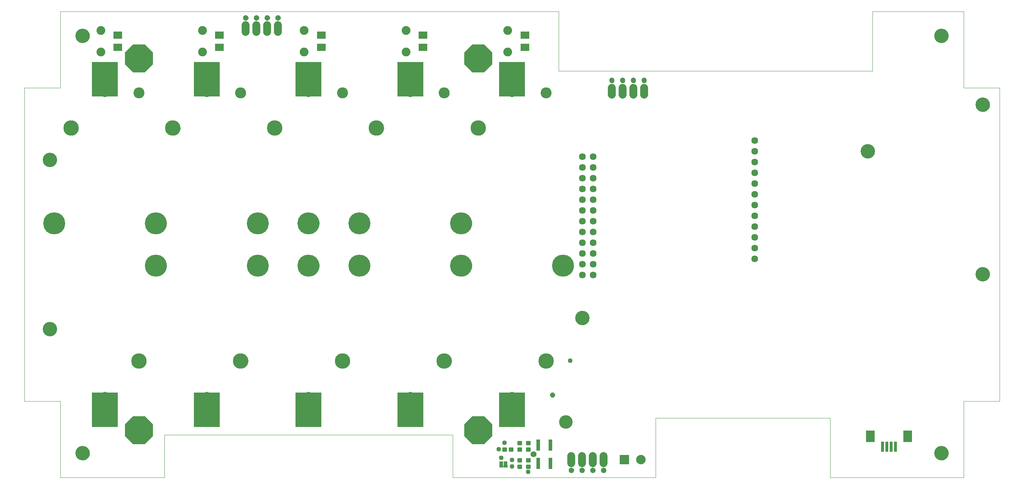
<source format=gts>
G75*
%MOIN*%
%OFA0B0*%
%FSLAX25Y25*%
%IPPOS*%
%LPD*%
%AMOC8*
5,1,8,0,0,1.08239X$1,22.5*
%
%ADD10C,0.00000*%
%ADD11C,0.13398*%
%ADD12C,0.20485*%
%ADD13C,0.07887*%
%ADD14C,0.14383*%
%ADD15C,0.10249*%
%ADD16R,0.24422X0.32296*%
%ADD17C,0.06343*%
%ADD18C,0.08200*%
%ADD19R,0.07887X0.07099*%
%ADD20R,0.03950X0.01902*%
%ADD21R,0.03753X0.01902*%
%ADD22R,0.03280X0.02769*%
%ADD23C,0.01075*%
%ADD24R,0.08800X0.08800*%
%ADD25C,0.08800*%
%ADD26C,0.07296*%
%ADD27C,0.05131*%
%ADD28R,0.03162X0.09461*%
%ADD29R,0.07887X0.11036*%
%ADD30C,0.04369*%
%ADD31OC8,0.26200*%
%ADD32OC8,0.04369*%
%ADD33C,0.05550*%
%ADD34C,0.12611*%
D10*
X0036965Y0006131D02*
X0036965Y0076997D01*
X0003500Y0076997D01*
X0003500Y0368336D01*
X0036965Y0368336D01*
X0036965Y0439202D01*
X0499563Y0439202D01*
X0499563Y0384084D01*
X0790902Y0384084D01*
X0790902Y0439202D01*
X0875547Y0439202D01*
X0875547Y0368336D01*
X0909012Y0368336D01*
X0909012Y0076997D01*
X0875547Y0076997D01*
X0875547Y0006131D01*
X0751531Y0006131D01*
X0751531Y0061249D01*
X0589563Y0061249D01*
X0589563Y0006131D01*
X0401138Y0006131D01*
X0401138Y0045501D01*
X0133421Y0045501D01*
X0133421Y0006131D01*
X0036965Y0006131D01*
X0051335Y0028572D02*
X0051337Y0028730D01*
X0051343Y0028888D01*
X0051353Y0029046D01*
X0051367Y0029204D01*
X0051385Y0029361D01*
X0051406Y0029518D01*
X0051432Y0029674D01*
X0051462Y0029830D01*
X0051495Y0029985D01*
X0051533Y0030138D01*
X0051574Y0030291D01*
X0051619Y0030443D01*
X0051668Y0030594D01*
X0051721Y0030743D01*
X0051777Y0030891D01*
X0051837Y0031037D01*
X0051901Y0031182D01*
X0051969Y0031325D01*
X0052040Y0031467D01*
X0052114Y0031607D01*
X0052192Y0031744D01*
X0052274Y0031880D01*
X0052358Y0032014D01*
X0052447Y0032145D01*
X0052538Y0032274D01*
X0052633Y0032401D01*
X0052730Y0032526D01*
X0052831Y0032648D01*
X0052935Y0032767D01*
X0053042Y0032884D01*
X0053152Y0032998D01*
X0053265Y0033109D01*
X0053380Y0033218D01*
X0053498Y0033323D01*
X0053619Y0033425D01*
X0053742Y0033525D01*
X0053868Y0033621D01*
X0053996Y0033714D01*
X0054126Y0033804D01*
X0054259Y0033890D01*
X0054394Y0033974D01*
X0054530Y0034053D01*
X0054669Y0034130D01*
X0054810Y0034202D01*
X0054952Y0034272D01*
X0055096Y0034337D01*
X0055242Y0034399D01*
X0055389Y0034457D01*
X0055538Y0034512D01*
X0055688Y0034563D01*
X0055839Y0034610D01*
X0055991Y0034653D01*
X0056144Y0034692D01*
X0056299Y0034728D01*
X0056454Y0034759D01*
X0056610Y0034787D01*
X0056766Y0034811D01*
X0056923Y0034831D01*
X0057081Y0034847D01*
X0057238Y0034859D01*
X0057397Y0034867D01*
X0057555Y0034871D01*
X0057713Y0034871D01*
X0057871Y0034867D01*
X0058030Y0034859D01*
X0058187Y0034847D01*
X0058345Y0034831D01*
X0058502Y0034811D01*
X0058658Y0034787D01*
X0058814Y0034759D01*
X0058969Y0034728D01*
X0059124Y0034692D01*
X0059277Y0034653D01*
X0059429Y0034610D01*
X0059580Y0034563D01*
X0059730Y0034512D01*
X0059879Y0034457D01*
X0060026Y0034399D01*
X0060172Y0034337D01*
X0060316Y0034272D01*
X0060458Y0034202D01*
X0060599Y0034130D01*
X0060738Y0034053D01*
X0060874Y0033974D01*
X0061009Y0033890D01*
X0061142Y0033804D01*
X0061272Y0033714D01*
X0061400Y0033621D01*
X0061526Y0033525D01*
X0061649Y0033425D01*
X0061770Y0033323D01*
X0061888Y0033218D01*
X0062003Y0033109D01*
X0062116Y0032998D01*
X0062226Y0032884D01*
X0062333Y0032767D01*
X0062437Y0032648D01*
X0062538Y0032526D01*
X0062635Y0032401D01*
X0062730Y0032274D01*
X0062821Y0032145D01*
X0062910Y0032014D01*
X0062994Y0031880D01*
X0063076Y0031744D01*
X0063154Y0031607D01*
X0063228Y0031467D01*
X0063299Y0031325D01*
X0063367Y0031182D01*
X0063431Y0031037D01*
X0063491Y0030891D01*
X0063547Y0030743D01*
X0063600Y0030594D01*
X0063649Y0030443D01*
X0063694Y0030291D01*
X0063735Y0030138D01*
X0063773Y0029985D01*
X0063806Y0029830D01*
X0063836Y0029674D01*
X0063862Y0029518D01*
X0063883Y0029361D01*
X0063901Y0029204D01*
X0063915Y0029046D01*
X0063925Y0028888D01*
X0063931Y0028730D01*
X0063933Y0028572D01*
X0063931Y0028414D01*
X0063925Y0028256D01*
X0063915Y0028098D01*
X0063901Y0027940D01*
X0063883Y0027783D01*
X0063862Y0027626D01*
X0063836Y0027470D01*
X0063806Y0027314D01*
X0063773Y0027159D01*
X0063735Y0027006D01*
X0063694Y0026853D01*
X0063649Y0026701D01*
X0063600Y0026550D01*
X0063547Y0026401D01*
X0063491Y0026253D01*
X0063431Y0026107D01*
X0063367Y0025962D01*
X0063299Y0025819D01*
X0063228Y0025677D01*
X0063154Y0025537D01*
X0063076Y0025400D01*
X0062994Y0025264D01*
X0062910Y0025130D01*
X0062821Y0024999D01*
X0062730Y0024870D01*
X0062635Y0024743D01*
X0062538Y0024618D01*
X0062437Y0024496D01*
X0062333Y0024377D01*
X0062226Y0024260D01*
X0062116Y0024146D01*
X0062003Y0024035D01*
X0061888Y0023926D01*
X0061770Y0023821D01*
X0061649Y0023719D01*
X0061526Y0023619D01*
X0061400Y0023523D01*
X0061272Y0023430D01*
X0061142Y0023340D01*
X0061009Y0023254D01*
X0060874Y0023170D01*
X0060738Y0023091D01*
X0060599Y0023014D01*
X0060458Y0022942D01*
X0060316Y0022872D01*
X0060172Y0022807D01*
X0060026Y0022745D01*
X0059879Y0022687D01*
X0059730Y0022632D01*
X0059580Y0022581D01*
X0059429Y0022534D01*
X0059277Y0022491D01*
X0059124Y0022452D01*
X0058969Y0022416D01*
X0058814Y0022385D01*
X0058658Y0022357D01*
X0058502Y0022333D01*
X0058345Y0022313D01*
X0058187Y0022297D01*
X0058030Y0022285D01*
X0057871Y0022277D01*
X0057713Y0022273D01*
X0057555Y0022273D01*
X0057397Y0022277D01*
X0057238Y0022285D01*
X0057081Y0022297D01*
X0056923Y0022313D01*
X0056766Y0022333D01*
X0056610Y0022357D01*
X0056454Y0022385D01*
X0056299Y0022416D01*
X0056144Y0022452D01*
X0055991Y0022491D01*
X0055839Y0022534D01*
X0055688Y0022581D01*
X0055538Y0022632D01*
X0055389Y0022687D01*
X0055242Y0022745D01*
X0055096Y0022807D01*
X0054952Y0022872D01*
X0054810Y0022942D01*
X0054669Y0023014D01*
X0054530Y0023091D01*
X0054394Y0023170D01*
X0054259Y0023254D01*
X0054126Y0023340D01*
X0053996Y0023430D01*
X0053868Y0023523D01*
X0053742Y0023619D01*
X0053619Y0023719D01*
X0053498Y0023821D01*
X0053380Y0023926D01*
X0053265Y0024035D01*
X0053152Y0024146D01*
X0053042Y0024260D01*
X0052935Y0024377D01*
X0052831Y0024496D01*
X0052730Y0024618D01*
X0052633Y0024743D01*
X0052538Y0024870D01*
X0052447Y0024999D01*
X0052358Y0025130D01*
X0052274Y0025264D01*
X0052192Y0025400D01*
X0052114Y0025537D01*
X0052040Y0025677D01*
X0051969Y0025819D01*
X0051901Y0025962D01*
X0051837Y0026107D01*
X0051777Y0026253D01*
X0051721Y0026401D01*
X0051668Y0026550D01*
X0051619Y0026701D01*
X0051574Y0026853D01*
X0051533Y0027006D01*
X0051495Y0027159D01*
X0051462Y0027314D01*
X0051432Y0027470D01*
X0051406Y0027626D01*
X0051385Y0027783D01*
X0051367Y0027940D01*
X0051353Y0028098D01*
X0051343Y0028256D01*
X0051337Y0028414D01*
X0051335Y0028572D01*
X0103008Y0114399D02*
X0103010Y0114566D01*
X0103016Y0114732D01*
X0103026Y0114899D01*
X0103041Y0115065D01*
X0103059Y0115230D01*
X0103082Y0115395D01*
X0103108Y0115560D01*
X0103138Y0115724D01*
X0103173Y0115887D01*
X0103212Y0116049D01*
X0103254Y0116210D01*
X0103300Y0116370D01*
X0103351Y0116529D01*
X0103405Y0116687D01*
X0103463Y0116843D01*
X0103525Y0116998D01*
X0103591Y0117151D01*
X0103660Y0117303D01*
X0103733Y0117452D01*
X0103810Y0117600D01*
X0103890Y0117746D01*
X0103974Y0117890D01*
X0104062Y0118032D01*
X0104152Y0118172D01*
X0104247Y0118309D01*
X0104344Y0118444D01*
X0104445Y0118577D01*
X0104549Y0118707D01*
X0104657Y0118835D01*
X0104767Y0118960D01*
X0104881Y0119082D01*
X0104997Y0119201D01*
X0105116Y0119317D01*
X0105238Y0119431D01*
X0105363Y0119541D01*
X0105491Y0119649D01*
X0105621Y0119753D01*
X0105754Y0119854D01*
X0105889Y0119951D01*
X0106026Y0120046D01*
X0106166Y0120136D01*
X0106308Y0120224D01*
X0106452Y0120308D01*
X0106598Y0120388D01*
X0106746Y0120465D01*
X0106895Y0120538D01*
X0107047Y0120607D01*
X0107200Y0120673D01*
X0107355Y0120735D01*
X0107511Y0120793D01*
X0107669Y0120847D01*
X0107828Y0120898D01*
X0107988Y0120944D01*
X0108149Y0120986D01*
X0108311Y0121025D01*
X0108474Y0121060D01*
X0108638Y0121090D01*
X0108803Y0121116D01*
X0108968Y0121139D01*
X0109133Y0121157D01*
X0109299Y0121172D01*
X0109466Y0121182D01*
X0109632Y0121188D01*
X0109799Y0121190D01*
X0109966Y0121188D01*
X0110132Y0121182D01*
X0110299Y0121172D01*
X0110465Y0121157D01*
X0110630Y0121139D01*
X0110795Y0121116D01*
X0110960Y0121090D01*
X0111124Y0121060D01*
X0111287Y0121025D01*
X0111449Y0120986D01*
X0111610Y0120944D01*
X0111770Y0120898D01*
X0111929Y0120847D01*
X0112087Y0120793D01*
X0112243Y0120735D01*
X0112398Y0120673D01*
X0112551Y0120607D01*
X0112703Y0120538D01*
X0112852Y0120465D01*
X0113000Y0120388D01*
X0113146Y0120308D01*
X0113290Y0120224D01*
X0113432Y0120136D01*
X0113572Y0120046D01*
X0113709Y0119951D01*
X0113844Y0119854D01*
X0113977Y0119753D01*
X0114107Y0119649D01*
X0114235Y0119541D01*
X0114360Y0119431D01*
X0114482Y0119317D01*
X0114601Y0119201D01*
X0114717Y0119082D01*
X0114831Y0118960D01*
X0114941Y0118835D01*
X0115049Y0118707D01*
X0115153Y0118577D01*
X0115254Y0118444D01*
X0115351Y0118309D01*
X0115446Y0118172D01*
X0115536Y0118032D01*
X0115624Y0117890D01*
X0115708Y0117746D01*
X0115788Y0117600D01*
X0115865Y0117452D01*
X0115938Y0117303D01*
X0116007Y0117151D01*
X0116073Y0116998D01*
X0116135Y0116843D01*
X0116193Y0116687D01*
X0116247Y0116529D01*
X0116298Y0116370D01*
X0116344Y0116210D01*
X0116386Y0116049D01*
X0116425Y0115887D01*
X0116460Y0115724D01*
X0116490Y0115560D01*
X0116516Y0115395D01*
X0116539Y0115230D01*
X0116557Y0115065D01*
X0116572Y0114899D01*
X0116582Y0114732D01*
X0116588Y0114566D01*
X0116590Y0114399D01*
X0116588Y0114232D01*
X0116582Y0114066D01*
X0116572Y0113899D01*
X0116557Y0113733D01*
X0116539Y0113568D01*
X0116516Y0113403D01*
X0116490Y0113238D01*
X0116460Y0113074D01*
X0116425Y0112911D01*
X0116386Y0112749D01*
X0116344Y0112588D01*
X0116298Y0112428D01*
X0116247Y0112269D01*
X0116193Y0112111D01*
X0116135Y0111955D01*
X0116073Y0111800D01*
X0116007Y0111647D01*
X0115938Y0111495D01*
X0115865Y0111346D01*
X0115788Y0111198D01*
X0115708Y0111052D01*
X0115624Y0110908D01*
X0115536Y0110766D01*
X0115446Y0110626D01*
X0115351Y0110489D01*
X0115254Y0110354D01*
X0115153Y0110221D01*
X0115049Y0110091D01*
X0114941Y0109963D01*
X0114831Y0109838D01*
X0114717Y0109716D01*
X0114601Y0109597D01*
X0114482Y0109481D01*
X0114360Y0109367D01*
X0114235Y0109257D01*
X0114107Y0109149D01*
X0113977Y0109045D01*
X0113844Y0108944D01*
X0113709Y0108847D01*
X0113572Y0108752D01*
X0113432Y0108662D01*
X0113290Y0108574D01*
X0113146Y0108490D01*
X0113000Y0108410D01*
X0112852Y0108333D01*
X0112703Y0108260D01*
X0112551Y0108191D01*
X0112398Y0108125D01*
X0112243Y0108063D01*
X0112087Y0108005D01*
X0111929Y0107951D01*
X0111770Y0107900D01*
X0111610Y0107854D01*
X0111449Y0107812D01*
X0111287Y0107773D01*
X0111124Y0107738D01*
X0110960Y0107708D01*
X0110795Y0107682D01*
X0110630Y0107659D01*
X0110465Y0107641D01*
X0110299Y0107626D01*
X0110132Y0107616D01*
X0109966Y0107610D01*
X0109799Y0107608D01*
X0109632Y0107610D01*
X0109466Y0107616D01*
X0109299Y0107626D01*
X0109133Y0107641D01*
X0108968Y0107659D01*
X0108803Y0107682D01*
X0108638Y0107708D01*
X0108474Y0107738D01*
X0108311Y0107773D01*
X0108149Y0107812D01*
X0107988Y0107854D01*
X0107828Y0107900D01*
X0107669Y0107951D01*
X0107511Y0108005D01*
X0107355Y0108063D01*
X0107200Y0108125D01*
X0107047Y0108191D01*
X0106895Y0108260D01*
X0106746Y0108333D01*
X0106598Y0108410D01*
X0106452Y0108490D01*
X0106308Y0108574D01*
X0106166Y0108662D01*
X0106026Y0108752D01*
X0105889Y0108847D01*
X0105754Y0108944D01*
X0105621Y0109045D01*
X0105491Y0109149D01*
X0105363Y0109257D01*
X0105238Y0109367D01*
X0105116Y0109481D01*
X0104997Y0109597D01*
X0104881Y0109716D01*
X0104767Y0109838D01*
X0104657Y0109963D01*
X0104549Y0110091D01*
X0104445Y0110221D01*
X0104344Y0110354D01*
X0104247Y0110489D01*
X0104152Y0110626D01*
X0104062Y0110766D01*
X0103974Y0110908D01*
X0103890Y0111052D01*
X0103810Y0111198D01*
X0103733Y0111346D01*
X0103660Y0111495D01*
X0103591Y0111647D01*
X0103525Y0111800D01*
X0103463Y0111955D01*
X0103405Y0112111D01*
X0103351Y0112269D01*
X0103300Y0112428D01*
X0103254Y0112588D01*
X0103212Y0112749D01*
X0103173Y0112911D01*
X0103138Y0113074D01*
X0103108Y0113238D01*
X0103082Y0113403D01*
X0103059Y0113568D01*
X0103041Y0113733D01*
X0103026Y0113899D01*
X0103016Y0114066D01*
X0103010Y0114232D01*
X0103008Y0114399D01*
X0020823Y0143927D02*
X0020825Y0144085D01*
X0020831Y0144243D01*
X0020841Y0144401D01*
X0020855Y0144559D01*
X0020873Y0144716D01*
X0020894Y0144873D01*
X0020920Y0145029D01*
X0020950Y0145185D01*
X0020983Y0145340D01*
X0021021Y0145493D01*
X0021062Y0145646D01*
X0021107Y0145798D01*
X0021156Y0145949D01*
X0021209Y0146098D01*
X0021265Y0146246D01*
X0021325Y0146392D01*
X0021389Y0146537D01*
X0021457Y0146680D01*
X0021528Y0146822D01*
X0021602Y0146962D01*
X0021680Y0147099D01*
X0021762Y0147235D01*
X0021846Y0147369D01*
X0021935Y0147500D01*
X0022026Y0147629D01*
X0022121Y0147756D01*
X0022218Y0147881D01*
X0022319Y0148003D01*
X0022423Y0148122D01*
X0022530Y0148239D01*
X0022640Y0148353D01*
X0022753Y0148464D01*
X0022868Y0148573D01*
X0022986Y0148678D01*
X0023107Y0148780D01*
X0023230Y0148880D01*
X0023356Y0148976D01*
X0023484Y0149069D01*
X0023614Y0149159D01*
X0023747Y0149245D01*
X0023882Y0149329D01*
X0024018Y0149408D01*
X0024157Y0149485D01*
X0024298Y0149557D01*
X0024440Y0149627D01*
X0024584Y0149692D01*
X0024730Y0149754D01*
X0024877Y0149812D01*
X0025026Y0149867D01*
X0025176Y0149918D01*
X0025327Y0149965D01*
X0025479Y0150008D01*
X0025632Y0150047D01*
X0025787Y0150083D01*
X0025942Y0150114D01*
X0026098Y0150142D01*
X0026254Y0150166D01*
X0026411Y0150186D01*
X0026569Y0150202D01*
X0026726Y0150214D01*
X0026885Y0150222D01*
X0027043Y0150226D01*
X0027201Y0150226D01*
X0027359Y0150222D01*
X0027518Y0150214D01*
X0027675Y0150202D01*
X0027833Y0150186D01*
X0027990Y0150166D01*
X0028146Y0150142D01*
X0028302Y0150114D01*
X0028457Y0150083D01*
X0028612Y0150047D01*
X0028765Y0150008D01*
X0028917Y0149965D01*
X0029068Y0149918D01*
X0029218Y0149867D01*
X0029367Y0149812D01*
X0029514Y0149754D01*
X0029660Y0149692D01*
X0029804Y0149627D01*
X0029946Y0149557D01*
X0030087Y0149485D01*
X0030226Y0149408D01*
X0030362Y0149329D01*
X0030497Y0149245D01*
X0030630Y0149159D01*
X0030760Y0149069D01*
X0030888Y0148976D01*
X0031014Y0148880D01*
X0031137Y0148780D01*
X0031258Y0148678D01*
X0031376Y0148573D01*
X0031491Y0148464D01*
X0031604Y0148353D01*
X0031714Y0148239D01*
X0031821Y0148122D01*
X0031925Y0148003D01*
X0032026Y0147881D01*
X0032123Y0147756D01*
X0032218Y0147629D01*
X0032309Y0147500D01*
X0032398Y0147369D01*
X0032482Y0147235D01*
X0032564Y0147099D01*
X0032642Y0146962D01*
X0032716Y0146822D01*
X0032787Y0146680D01*
X0032855Y0146537D01*
X0032919Y0146392D01*
X0032979Y0146246D01*
X0033035Y0146098D01*
X0033088Y0145949D01*
X0033137Y0145798D01*
X0033182Y0145646D01*
X0033223Y0145493D01*
X0033261Y0145340D01*
X0033294Y0145185D01*
X0033324Y0145029D01*
X0033350Y0144873D01*
X0033371Y0144716D01*
X0033389Y0144559D01*
X0033403Y0144401D01*
X0033413Y0144243D01*
X0033419Y0144085D01*
X0033421Y0143927D01*
X0033419Y0143769D01*
X0033413Y0143611D01*
X0033403Y0143453D01*
X0033389Y0143295D01*
X0033371Y0143138D01*
X0033350Y0142981D01*
X0033324Y0142825D01*
X0033294Y0142669D01*
X0033261Y0142514D01*
X0033223Y0142361D01*
X0033182Y0142208D01*
X0033137Y0142056D01*
X0033088Y0141905D01*
X0033035Y0141756D01*
X0032979Y0141608D01*
X0032919Y0141462D01*
X0032855Y0141317D01*
X0032787Y0141174D01*
X0032716Y0141032D01*
X0032642Y0140892D01*
X0032564Y0140755D01*
X0032482Y0140619D01*
X0032398Y0140485D01*
X0032309Y0140354D01*
X0032218Y0140225D01*
X0032123Y0140098D01*
X0032026Y0139973D01*
X0031925Y0139851D01*
X0031821Y0139732D01*
X0031714Y0139615D01*
X0031604Y0139501D01*
X0031491Y0139390D01*
X0031376Y0139281D01*
X0031258Y0139176D01*
X0031137Y0139074D01*
X0031014Y0138974D01*
X0030888Y0138878D01*
X0030760Y0138785D01*
X0030630Y0138695D01*
X0030497Y0138609D01*
X0030362Y0138525D01*
X0030226Y0138446D01*
X0030087Y0138369D01*
X0029946Y0138297D01*
X0029804Y0138227D01*
X0029660Y0138162D01*
X0029514Y0138100D01*
X0029367Y0138042D01*
X0029218Y0137987D01*
X0029068Y0137936D01*
X0028917Y0137889D01*
X0028765Y0137846D01*
X0028612Y0137807D01*
X0028457Y0137771D01*
X0028302Y0137740D01*
X0028146Y0137712D01*
X0027990Y0137688D01*
X0027833Y0137668D01*
X0027675Y0137652D01*
X0027518Y0137640D01*
X0027359Y0137632D01*
X0027201Y0137628D01*
X0027043Y0137628D01*
X0026885Y0137632D01*
X0026726Y0137640D01*
X0026569Y0137652D01*
X0026411Y0137668D01*
X0026254Y0137688D01*
X0026098Y0137712D01*
X0025942Y0137740D01*
X0025787Y0137771D01*
X0025632Y0137807D01*
X0025479Y0137846D01*
X0025327Y0137889D01*
X0025176Y0137936D01*
X0025026Y0137987D01*
X0024877Y0138042D01*
X0024730Y0138100D01*
X0024584Y0138162D01*
X0024440Y0138227D01*
X0024298Y0138297D01*
X0024157Y0138369D01*
X0024018Y0138446D01*
X0023882Y0138525D01*
X0023747Y0138609D01*
X0023614Y0138695D01*
X0023484Y0138785D01*
X0023356Y0138878D01*
X0023230Y0138974D01*
X0023107Y0139074D01*
X0022986Y0139176D01*
X0022868Y0139281D01*
X0022753Y0139390D01*
X0022640Y0139501D01*
X0022530Y0139615D01*
X0022423Y0139732D01*
X0022319Y0139851D01*
X0022218Y0139973D01*
X0022121Y0140098D01*
X0022026Y0140225D01*
X0021935Y0140354D01*
X0021846Y0140485D01*
X0021762Y0140619D01*
X0021680Y0140755D01*
X0021602Y0140892D01*
X0021528Y0141032D01*
X0021457Y0141174D01*
X0021389Y0141317D01*
X0021325Y0141462D01*
X0021265Y0141608D01*
X0021209Y0141756D01*
X0021156Y0141905D01*
X0021107Y0142056D01*
X0021062Y0142208D01*
X0021021Y0142361D01*
X0020983Y0142514D01*
X0020950Y0142669D01*
X0020920Y0142825D01*
X0020894Y0142981D01*
X0020873Y0143138D01*
X0020855Y0143295D01*
X0020841Y0143453D01*
X0020831Y0143611D01*
X0020825Y0143769D01*
X0020823Y0143927D01*
X0115704Y0202982D02*
X0115707Y0203224D01*
X0115716Y0203465D01*
X0115731Y0203706D01*
X0115751Y0203947D01*
X0115778Y0204187D01*
X0115811Y0204426D01*
X0115849Y0204665D01*
X0115893Y0204902D01*
X0115943Y0205139D01*
X0115999Y0205374D01*
X0116061Y0205607D01*
X0116128Y0205839D01*
X0116201Y0206070D01*
X0116279Y0206298D01*
X0116364Y0206524D01*
X0116453Y0206749D01*
X0116548Y0206971D01*
X0116649Y0207190D01*
X0116755Y0207408D01*
X0116866Y0207622D01*
X0116983Y0207834D01*
X0117104Y0208042D01*
X0117231Y0208248D01*
X0117363Y0208450D01*
X0117500Y0208650D01*
X0117641Y0208845D01*
X0117787Y0209038D01*
X0117938Y0209226D01*
X0118094Y0209411D01*
X0118254Y0209592D01*
X0118418Y0209769D01*
X0118587Y0209942D01*
X0118760Y0210111D01*
X0118937Y0210275D01*
X0119118Y0210435D01*
X0119303Y0210591D01*
X0119491Y0210742D01*
X0119684Y0210888D01*
X0119879Y0211029D01*
X0120079Y0211166D01*
X0120281Y0211298D01*
X0120487Y0211425D01*
X0120695Y0211546D01*
X0120907Y0211663D01*
X0121121Y0211774D01*
X0121339Y0211880D01*
X0121558Y0211981D01*
X0121780Y0212076D01*
X0122005Y0212165D01*
X0122231Y0212250D01*
X0122459Y0212328D01*
X0122690Y0212401D01*
X0122922Y0212468D01*
X0123155Y0212530D01*
X0123390Y0212586D01*
X0123627Y0212636D01*
X0123864Y0212680D01*
X0124103Y0212718D01*
X0124342Y0212751D01*
X0124582Y0212778D01*
X0124823Y0212798D01*
X0125064Y0212813D01*
X0125305Y0212822D01*
X0125547Y0212825D01*
X0125789Y0212822D01*
X0126030Y0212813D01*
X0126271Y0212798D01*
X0126512Y0212778D01*
X0126752Y0212751D01*
X0126991Y0212718D01*
X0127230Y0212680D01*
X0127467Y0212636D01*
X0127704Y0212586D01*
X0127939Y0212530D01*
X0128172Y0212468D01*
X0128404Y0212401D01*
X0128635Y0212328D01*
X0128863Y0212250D01*
X0129089Y0212165D01*
X0129314Y0212076D01*
X0129536Y0211981D01*
X0129755Y0211880D01*
X0129973Y0211774D01*
X0130187Y0211663D01*
X0130399Y0211546D01*
X0130607Y0211425D01*
X0130813Y0211298D01*
X0131015Y0211166D01*
X0131215Y0211029D01*
X0131410Y0210888D01*
X0131603Y0210742D01*
X0131791Y0210591D01*
X0131976Y0210435D01*
X0132157Y0210275D01*
X0132334Y0210111D01*
X0132507Y0209942D01*
X0132676Y0209769D01*
X0132840Y0209592D01*
X0133000Y0209411D01*
X0133156Y0209226D01*
X0133307Y0209038D01*
X0133453Y0208845D01*
X0133594Y0208650D01*
X0133731Y0208450D01*
X0133863Y0208248D01*
X0133990Y0208042D01*
X0134111Y0207834D01*
X0134228Y0207622D01*
X0134339Y0207408D01*
X0134445Y0207190D01*
X0134546Y0206971D01*
X0134641Y0206749D01*
X0134730Y0206524D01*
X0134815Y0206298D01*
X0134893Y0206070D01*
X0134966Y0205839D01*
X0135033Y0205607D01*
X0135095Y0205374D01*
X0135151Y0205139D01*
X0135201Y0204902D01*
X0135245Y0204665D01*
X0135283Y0204426D01*
X0135316Y0204187D01*
X0135343Y0203947D01*
X0135363Y0203706D01*
X0135378Y0203465D01*
X0135387Y0203224D01*
X0135390Y0202982D01*
X0135387Y0202740D01*
X0135378Y0202499D01*
X0135363Y0202258D01*
X0135343Y0202017D01*
X0135316Y0201777D01*
X0135283Y0201538D01*
X0135245Y0201299D01*
X0135201Y0201062D01*
X0135151Y0200825D01*
X0135095Y0200590D01*
X0135033Y0200357D01*
X0134966Y0200125D01*
X0134893Y0199894D01*
X0134815Y0199666D01*
X0134730Y0199440D01*
X0134641Y0199215D01*
X0134546Y0198993D01*
X0134445Y0198774D01*
X0134339Y0198556D01*
X0134228Y0198342D01*
X0134111Y0198130D01*
X0133990Y0197922D01*
X0133863Y0197716D01*
X0133731Y0197514D01*
X0133594Y0197314D01*
X0133453Y0197119D01*
X0133307Y0196926D01*
X0133156Y0196738D01*
X0133000Y0196553D01*
X0132840Y0196372D01*
X0132676Y0196195D01*
X0132507Y0196022D01*
X0132334Y0195853D01*
X0132157Y0195689D01*
X0131976Y0195529D01*
X0131791Y0195373D01*
X0131603Y0195222D01*
X0131410Y0195076D01*
X0131215Y0194935D01*
X0131015Y0194798D01*
X0130813Y0194666D01*
X0130607Y0194539D01*
X0130399Y0194418D01*
X0130187Y0194301D01*
X0129973Y0194190D01*
X0129755Y0194084D01*
X0129536Y0193983D01*
X0129314Y0193888D01*
X0129089Y0193799D01*
X0128863Y0193714D01*
X0128635Y0193636D01*
X0128404Y0193563D01*
X0128172Y0193496D01*
X0127939Y0193434D01*
X0127704Y0193378D01*
X0127467Y0193328D01*
X0127230Y0193284D01*
X0126991Y0193246D01*
X0126752Y0193213D01*
X0126512Y0193186D01*
X0126271Y0193166D01*
X0126030Y0193151D01*
X0125789Y0193142D01*
X0125547Y0193139D01*
X0125305Y0193142D01*
X0125064Y0193151D01*
X0124823Y0193166D01*
X0124582Y0193186D01*
X0124342Y0193213D01*
X0124103Y0193246D01*
X0123864Y0193284D01*
X0123627Y0193328D01*
X0123390Y0193378D01*
X0123155Y0193434D01*
X0122922Y0193496D01*
X0122690Y0193563D01*
X0122459Y0193636D01*
X0122231Y0193714D01*
X0122005Y0193799D01*
X0121780Y0193888D01*
X0121558Y0193983D01*
X0121339Y0194084D01*
X0121121Y0194190D01*
X0120907Y0194301D01*
X0120695Y0194418D01*
X0120487Y0194539D01*
X0120281Y0194666D01*
X0120079Y0194798D01*
X0119879Y0194935D01*
X0119684Y0195076D01*
X0119491Y0195222D01*
X0119303Y0195373D01*
X0119118Y0195529D01*
X0118937Y0195689D01*
X0118760Y0195853D01*
X0118587Y0196022D01*
X0118418Y0196195D01*
X0118254Y0196372D01*
X0118094Y0196553D01*
X0117938Y0196738D01*
X0117787Y0196926D01*
X0117641Y0197119D01*
X0117500Y0197314D01*
X0117363Y0197514D01*
X0117231Y0197716D01*
X0117104Y0197922D01*
X0116983Y0198130D01*
X0116866Y0198342D01*
X0116755Y0198556D01*
X0116649Y0198774D01*
X0116548Y0198993D01*
X0116453Y0199215D01*
X0116364Y0199440D01*
X0116279Y0199666D01*
X0116201Y0199894D01*
X0116128Y0200125D01*
X0116061Y0200357D01*
X0115999Y0200590D01*
X0115943Y0200825D01*
X0115893Y0201062D01*
X0115849Y0201299D01*
X0115811Y0201538D01*
X0115778Y0201777D01*
X0115751Y0202017D01*
X0115731Y0202258D01*
X0115716Y0202499D01*
X0115707Y0202740D01*
X0115704Y0202982D01*
X0115704Y0242352D02*
X0115707Y0242594D01*
X0115716Y0242835D01*
X0115731Y0243076D01*
X0115751Y0243317D01*
X0115778Y0243557D01*
X0115811Y0243796D01*
X0115849Y0244035D01*
X0115893Y0244272D01*
X0115943Y0244509D01*
X0115999Y0244744D01*
X0116061Y0244977D01*
X0116128Y0245209D01*
X0116201Y0245440D01*
X0116279Y0245668D01*
X0116364Y0245894D01*
X0116453Y0246119D01*
X0116548Y0246341D01*
X0116649Y0246560D01*
X0116755Y0246778D01*
X0116866Y0246992D01*
X0116983Y0247204D01*
X0117104Y0247412D01*
X0117231Y0247618D01*
X0117363Y0247820D01*
X0117500Y0248020D01*
X0117641Y0248215D01*
X0117787Y0248408D01*
X0117938Y0248596D01*
X0118094Y0248781D01*
X0118254Y0248962D01*
X0118418Y0249139D01*
X0118587Y0249312D01*
X0118760Y0249481D01*
X0118937Y0249645D01*
X0119118Y0249805D01*
X0119303Y0249961D01*
X0119491Y0250112D01*
X0119684Y0250258D01*
X0119879Y0250399D01*
X0120079Y0250536D01*
X0120281Y0250668D01*
X0120487Y0250795D01*
X0120695Y0250916D01*
X0120907Y0251033D01*
X0121121Y0251144D01*
X0121339Y0251250D01*
X0121558Y0251351D01*
X0121780Y0251446D01*
X0122005Y0251535D01*
X0122231Y0251620D01*
X0122459Y0251698D01*
X0122690Y0251771D01*
X0122922Y0251838D01*
X0123155Y0251900D01*
X0123390Y0251956D01*
X0123627Y0252006D01*
X0123864Y0252050D01*
X0124103Y0252088D01*
X0124342Y0252121D01*
X0124582Y0252148D01*
X0124823Y0252168D01*
X0125064Y0252183D01*
X0125305Y0252192D01*
X0125547Y0252195D01*
X0125789Y0252192D01*
X0126030Y0252183D01*
X0126271Y0252168D01*
X0126512Y0252148D01*
X0126752Y0252121D01*
X0126991Y0252088D01*
X0127230Y0252050D01*
X0127467Y0252006D01*
X0127704Y0251956D01*
X0127939Y0251900D01*
X0128172Y0251838D01*
X0128404Y0251771D01*
X0128635Y0251698D01*
X0128863Y0251620D01*
X0129089Y0251535D01*
X0129314Y0251446D01*
X0129536Y0251351D01*
X0129755Y0251250D01*
X0129973Y0251144D01*
X0130187Y0251033D01*
X0130399Y0250916D01*
X0130607Y0250795D01*
X0130813Y0250668D01*
X0131015Y0250536D01*
X0131215Y0250399D01*
X0131410Y0250258D01*
X0131603Y0250112D01*
X0131791Y0249961D01*
X0131976Y0249805D01*
X0132157Y0249645D01*
X0132334Y0249481D01*
X0132507Y0249312D01*
X0132676Y0249139D01*
X0132840Y0248962D01*
X0133000Y0248781D01*
X0133156Y0248596D01*
X0133307Y0248408D01*
X0133453Y0248215D01*
X0133594Y0248020D01*
X0133731Y0247820D01*
X0133863Y0247618D01*
X0133990Y0247412D01*
X0134111Y0247204D01*
X0134228Y0246992D01*
X0134339Y0246778D01*
X0134445Y0246560D01*
X0134546Y0246341D01*
X0134641Y0246119D01*
X0134730Y0245894D01*
X0134815Y0245668D01*
X0134893Y0245440D01*
X0134966Y0245209D01*
X0135033Y0244977D01*
X0135095Y0244744D01*
X0135151Y0244509D01*
X0135201Y0244272D01*
X0135245Y0244035D01*
X0135283Y0243796D01*
X0135316Y0243557D01*
X0135343Y0243317D01*
X0135363Y0243076D01*
X0135378Y0242835D01*
X0135387Y0242594D01*
X0135390Y0242352D01*
X0135387Y0242110D01*
X0135378Y0241869D01*
X0135363Y0241628D01*
X0135343Y0241387D01*
X0135316Y0241147D01*
X0135283Y0240908D01*
X0135245Y0240669D01*
X0135201Y0240432D01*
X0135151Y0240195D01*
X0135095Y0239960D01*
X0135033Y0239727D01*
X0134966Y0239495D01*
X0134893Y0239264D01*
X0134815Y0239036D01*
X0134730Y0238810D01*
X0134641Y0238585D01*
X0134546Y0238363D01*
X0134445Y0238144D01*
X0134339Y0237926D01*
X0134228Y0237712D01*
X0134111Y0237500D01*
X0133990Y0237292D01*
X0133863Y0237086D01*
X0133731Y0236884D01*
X0133594Y0236684D01*
X0133453Y0236489D01*
X0133307Y0236296D01*
X0133156Y0236108D01*
X0133000Y0235923D01*
X0132840Y0235742D01*
X0132676Y0235565D01*
X0132507Y0235392D01*
X0132334Y0235223D01*
X0132157Y0235059D01*
X0131976Y0234899D01*
X0131791Y0234743D01*
X0131603Y0234592D01*
X0131410Y0234446D01*
X0131215Y0234305D01*
X0131015Y0234168D01*
X0130813Y0234036D01*
X0130607Y0233909D01*
X0130399Y0233788D01*
X0130187Y0233671D01*
X0129973Y0233560D01*
X0129755Y0233454D01*
X0129536Y0233353D01*
X0129314Y0233258D01*
X0129089Y0233169D01*
X0128863Y0233084D01*
X0128635Y0233006D01*
X0128404Y0232933D01*
X0128172Y0232866D01*
X0127939Y0232804D01*
X0127704Y0232748D01*
X0127467Y0232698D01*
X0127230Y0232654D01*
X0126991Y0232616D01*
X0126752Y0232583D01*
X0126512Y0232556D01*
X0126271Y0232536D01*
X0126030Y0232521D01*
X0125789Y0232512D01*
X0125547Y0232509D01*
X0125305Y0232512D01*
X0125064Y0232521D01*
X0124823Y0232536D01*
X0124582Y0232556D01*
X0124342Y0232583D01*
X0124103Y0232616D01*
X0123864Y0232654D01*
X0123627Y0232698D01*
X0123390Y0232748D01*
X0123155Y0232804D01*
X0122922Y0232866D01*
X0122690Y0232933D01*
X0122459Y0233006D01*
X0122231Y0233084D01*
X0122005Y0233169D01*
X0121780Y0233258D01*
X0121558Y0233353D01*
X0121339Y0233454D01*
X0121121Y0233560D01*
X0120907Y0233671D01*
X0120695Y0233788D01*
X0120487Y0233909D01*
X0120281Y0234036D01*
X0120079Y0234168D01*
X0119879Y0234305D01*
X0119684Y0234446D01*
X0119491Y0234592D01*
X0119303Y0234743D01*
X0119118Y0234899D01*
X0118937Y0235059D01*
X0118760Y0235223D01*
X0118587Y0235392D01*
X0118418Y0235565D01*
X0118254Y0235742D01*
X0118094Y0235923D01*
X0117938Y0236108D01*
X0117787Y0236296D01*
X0117641Y0236489D01*
X0117500Y0236684D01*
X0117363Y0236884D01*
X0117231Y0237086D01*
X0117104Y0237292D01*
X0116983Y0237500D01*
X0116866Y0237712D01*
X0116755Y0237926D01*
X0116649Y0238144D01*
X0116548Y0238363D01*
X0116453Y0238585D01*
X0116364Y0238810D01*
X0116279Y0239036D01*
X0116201Y0239264D01*
X0116128Y0239495D01*
X0116061Y0239727D01*
X0115999Y0239960D01*
X0115943Y0240195D01*
X0115893Y0240432D01*
X0115849Y0240669D01*
X0115811Y0240908D01*
X0115778Y0241147D01*
X0115751Y0241387D01*
X0115731Y0241628D01*
X0115716Y0241869D01*
X0115707Y0242110D01*
X0115704Y0242352D01*
X0021216Y0242352D02*
X0021219Y0242594D01*
X0021228Y0242835D01*
X0021243Y0243076D01*
X0021263Y0243317D01*
X0021290Y0243557D01*
X0021323Y0243796D01*
X0021361Y0244035D01*
X0021405Y0244272D01*
X0021455Y0244509D01*
X0021511Y0244744D01*
X0021573Y0244977D01*
X0021640Y0245209D01*
X0021713Y0245440D01*
X0021791Y0245668D01*
X0021876Y0245894D01*
X0021965Y0246119D01*
X0022060Y0246341D01*
X0022161Y0246560D01*
X0022267Y0246778D01*
X0022378Y0246992D01*
X0022495Y0247204D01*
X0022616Y0247412D01*
X0022743Y0247618D01*
X0022875Y0247820D01*
X0023012Y0248020D01*
X0023153Y0248215D01*
X0023299Y0248408D01*
X0023450Y0248596D01*
X0023606Y0248781D01*
X0023766Y0248962D01*
X0023930Y0249139D01*
X0024099Y0249312D01*
X0024272Y0249481D01*
X0024449Y0249645D01*
X0024630Y0249805D01*
X0024815Y0249961D01*
X0025003Y0250112D01*
X0025196Y0250258D01*
X0025391Y0250399D01*
X0025591Y0250536D01*
X0025793Y0250668D01*
X0025999Y0250795D01*
X0026207Y0250916D01*
X0026419Y0251033D01*
X0026633Y0251144D01*
X0026851Y0251250D01*
X0027070Y0251351D01*
X0027292Y0251446D01*
X0027517Y0251535D01*
X0027743Y0251620D01*
X0027971Y0251698D01*
X0028202Y0251771D01*
X0028434Y0251838D01*
X0028667Y0251900D01*
X0028902Y0251956D01*
X0029139Y0252006D01*
X0029376Y0252050D01*
X0029615Y0252088D01*
X0029854Y0252121D01*
X0030094Y0252148D01*
X0030335Y0252168D01*
X0030576Y0252183D01*
X0030817Y0252192D01*
X0031059Y0252195D01*
X0031301Y0252192D01*
X0031542Y0252183D01*
X0031783Y0252168D01*
X0032024Y0252148D01*
X0032264Y0252121D01*
X0032503Y0252088D01*
X0032742Y0252050D01*
X0032979Y0252006D01*
X0033216Y0251956D01*
X0033451Y0251900D01*
X0033684Y0251838D01*
X0033916Y0251771D01*
X0034147Y0251698D01*
X0034375Y0251620D01*
X0034601Y0251535D01*
X0034826Y0251446D01*
X0035048Y0251351D01*
X0035267Y0251250D01*
X0035485Y0251144D01*
X0035699Y0251033D01*
X0035911Y0250916D01*
X0036119Y0250795D01*
X0036325Y0250668D01*
X0036527Y0250536D01*
X0036727Y0250399D01*
X0036922Y0250258D01*
X0037115Y0250112D01*
X0037303Y0249961D01*
X0037488Y0249805D01*
X0037669Y0249645D01*
X0037846Y0249481D01*
X0038019Y0249312D01*
X0038188Y0249139D01*
X0038352Y0248962D01*
X0038512Y0248781D01*
X0038668Y0248596D01*
X0038819Y0248408D01*
X0038965Y0248215D01*
X0039106Y0248020D01*
X0039243Y0247820D01*
X0039375Y0247618D01*
X0039502Y0247412D01*
X0039623Y0247204D01*
X0039740Y0246992D01*
X0039851Y0246778D01*
X0039957Y0246560D01*
X0040058Y0246341D01*
X0040153Y0246119D01*
X0040242Y0245894D01*
X0040327Y0245668D01*
X0040405Y0245440D01*
X0040478Y0245209D01*
X0040545Y0244977D01*
X0040607Y0244744D01*
X0040663Y0244509D01*
X0040713Y0244272D01*
X0040757Y0244035D01*
X0040795Y0243796D01*
X0040828Y0243557D01*
X0040855Y0243317D01*
X0040875Y0243076D01*
X0040890Y0242835D01*
X0040899Y0242594D01*
X0040902Y0242352D01*
X0040899Y0242110D01*
X0040890Y0241869D01*
X0040875Y0241628D01*
X0040855Y0241387D01*
X0040828Y0241147D01*
X0040795Y0240908D01*
X0040757Y0240669D01*
X0040713Y0240432D01*
X0040663Y0240195D01*
X0040607Y0239960D01*
X0040545Y0239727D01*
X0040478Y0239495D01*
X0040405Y0239264D01*
X0040327Y0239036D01*
X0040242Y0238810D01*
X0040153Y0238585D01*
X0040058Y0238363D01*
X0039957Y0238144D01*
X0039851Y0237926D01*
X0039740Y0237712D01*
X0039623Y0237500D01*
X0039502Y0237292D01*
X0039375Y0237086D01*
X0039243Y0236884D01*
X0039106Y0236684D01*
X0038965Y0236489D01*
X0038819Y0236296D01*
X0038668Y0236108D01*
X0038512Y0235923D01*
X0038352Y0235742D01*
X0038188Y0235565D01*
X0038019Y0235392D01*
X0037846Y0235223D01*
X0037669Y0235059D01*
X0037488Y0234899D01*
X0037303Y0234743D01*
X0037115Y0234592D01*
X0036922Y0234446D01*
X0036727Y0234305D01*
X0036527Y0234168D01*
X0036325Y0234036D01*
X0036119Y0233909D01*
X0035911Y0233788D01*
X0035699Y0233671D01*
X0035485Y0233560D01*
X0035267Y0233454D01*
X0035048Y0233353D01*
X0034826Y0233258D01*
X0034601Y0233169D01*
X0034375Y0233084D01*
X0034147Y0233006D01*
X0033916Y0232933D01*
X0033684Y0232866D01*
X0033451Y0232804D01*
X0033216Y0232748D01*
X0032979Y0232698D01*
X0032742Y0232654D01*
X0032503Y0232616D01*
X0032264Y0232583D01*
X0032024Y0232556D01*
X0031783Y0232536D01*
X0031542Y0232521D01*
X0031301Y0232512D01*
X0031059Y0232509D01*
X0030817Y0232512D01*
X0030576Y0232521D01*
X0030335Y0232536D01*
X0030094Y0232556D01*
X0029854Y0232583D01*
X0029615Y0232616D01*
X0029376Y0232654D01*
X0029139Y0232698D01*
X0028902Y0232748D01*
X0028667Y0232804D01*
X0028434Y0232866D01*
X0028202Y0232933D01*
X0027971Y0233006D01*
X0027743Y0233084D01*
X0027517Y0233169D01*
X0027292Y0233258D01*
X0027070Y0233353D01*
X0026851Y0233454D01*
X0026633Y0233560D01*
X0026419Y0233671D01*
X0026207Y0233788D01*
X0025999Y0233909D01*
X0025793Y0234036D01*
X0025591Y0234168D01*
X0025391Y0234305D01*
X0025196Y0234446D01*
X0025003Y0234592D01*
X0024815Y0234743D01*
X0024630Y0234899D01*
X0024449Y0235059D01*
X0024272Y0235223D01*
X0024099Y0235392D01*
X0023930Y0235565D01*
X0023766Y0235742D01*
X0023606Y0235923D01*
X0023450Y0236108D01*
X0023299Y0236296D01*
X0023153Y0236489D01*
X0023012Y0236684D01*
X0022875Y0236884D01*
X0022743Y0237086D01*
X0022616Y0237292D01*
X0022495Y0237500D01*
X0022378Y0237712D01*
X0022267Y0237926D01*
X0022161Y0238144D01*
X0022060Y0238363D01*
X0021965Y0238585D01*
X0021876Y0238810D01*
X0021791Y0239036D01*
X0021713Y0239264D01*
X0021640Y0239495D01*
X0021573Y0239727D01*
X0021511Y0239960D01*
X0021455Y0240195D01*
X0021405Y0240432D01*
X0021361Y0240669D01*
X0021323Y0240908D01*
X0021290Y0241147D01*
X0021263Y0241387D01*
X0021243Y0241628D01*
X0021228Y0241869D01*
X0021219Y0242110D01*
X0021216Y0242352D01*
X0020823Y0301407D02*
X0020825Y0301565D01*
X0020831Y0301723D01*
X0020841Y0301881D01*
X0020855Y0302039D01*
X0020873Y0302196D01*
X0020894Y0302353D01*
X0020920Y0302509D01*
X0020950Y0302665D01*
X0020983Y0302820D01*
X0021021Y0302973D01*
X0021062Y0303126D01*
X0021107Y0303278D01*
X0021156Y0303429D01*
X0021209Y0303578D01*
X0021265Y0303726D01*
X0021325Y0303872D01*
X0021389Y0304017D01*
X0021457Y0304160D01*
X0021528Y0304302D01*
X0021602Y0304442D01*
X0021680Y0304579D01*
X0021762Y0304715D01*
X0021846Y0304849D01*
X0021935Y0304980D01*
X0022026Y0305109D01*
X0022121Y0305236D01*
X0022218Y0305361D01*
X0022319Y0305483D01*
X0022423Y0305602D01*
X0022530Y0305719D01*
X0022640Y0305833D01*
X0022753Y0305944D01*
X0022868Y0306053D01*
X0022986Y0306158D01*
X0023107Y0306260D01*
X0023230Y0306360D01*
X0023356Y0306456D01*
X0023484Y0306549D01*
X0023614Y0306639D01*
X0023747Y0306725D01*
X0023882Y0306809D01*
X0024018Y0306888D01*
X0024157Y0306965D01*
X0024298Y0307037D01*
X0024440Y0307107D01*
X0024584Y0307172D01*
X0024730Y0307234D01*
X0024877Y0307292D01*
X0025026Y0307347D01*
X0025176Y0307398D01*
X0025327Y0307445D01*
X0025479Y0307488D01*
X0025632Y0307527D01*
X0025787Y0307563D01*
X0025942Y0307594D01*
X0026098Y0307622D01*
X0026254Y0307646D01*
X0026411Y0307666D01*
X0026569Y0307682D01*
X0026726Y0307694D01*
X0026885Y0307702D01*
X0027043Y0307706D01*
X0027201Y0307706D01*
X0027359Y0307702D01*
X0027518Y0307694D01*
X0027675Y0307682D01*
X0027833Y0307666D01*
X0027990Y0307646D01*
X0028146Y0307622D01*
X0028302Y0307594D01*
X0028457Y0307563D01*
X0028612Y0307527D01*
X0028765Y0307488D01*
X0028917Y0307445D01*
X0029068Y0307398D01*
X0029218Y0307347D01*
X0029367Y0307292D01*
X0029514Y0307234D01*
X0029660Y0307172D01*
X0029804Y0307107D01*
X0029946Y0307037D01*
X0030087Y0306965D01*
X0030226Y0306888D01*
X0030362Y0306809D01*
X0030497Y0306725D01*
X0030630Y0306639D01*
X0030760Y0306549D01*
X0030888Y0306456D01*
X0031014Y0306360D01*
X0031137Y0306260D01*
X0031258Y0306158D01*
X0031376Y0306053D01*
X0031491Y0305944D01*
X0031604Y0305833D01*
X0031714Y0305719D01*
X0031821Y0305602D01*
X0031925Y0305483D01*
X0032026Y0305361D01*
X0032123Y0305236D01*
X0032218Y0305109D01*
X0032309Y0304980D01*
X0032398Y0304849D01*
X0032482Y0304715D01*
X0032564Y0304579D01*
X0032642Y0304442D01*
X0032716Y0304302D01*
X0032787Y0304160D01*
X0032855Y0304017D01*
X0032919Y0303872D01*
X0032979Y0303726D01*
X0033035Y0303578D01*
X0033088Y0303429D01*
X0033137Y0303278D01*
X0033182Y0303126D01*
X0033223Y0302973D01*
X0033261Y0302820D01*
X0033294Y0302665D01*
X0033324Y0302509D01*
X0033350Y0302353D01*
X0033371Y0302196D01*
X0033389Y0302039D01*
X0033403Y0301881D01*
X0033413Y0301723D01*
X0033419Y0301565D01*
X0033421Y0301407D01*
X0033419Y0301249D01*
X0033413Y0301091D01*
X0033403Y0300933D01*
X0033389Y0300775D01*
X0033371Y0300618D01*
X0033350Y0300461D01*
X0033324Y0300305D01*
X0033294Y0300149D01*
X0033261Y0299994D01*
X0033223Y0299841D01*
X0033182Y0299688D01*
X0033137Y0299536D01*
X0033088Y0299385D01*
X0033035Y0299236D01*
X0032979Y0299088D01*
X0032919Y0298942D01*
X0032855Y0298797D01*
X0032787Y0298654D01*
X0032716Y0298512D01*
X0032642Y0298372D01*
X0032564Y0298235D01*
X0032482Y0298099D01*
X0032398Y0297965D01*
X0032309Y0297834D01*
X0032218Y0297705D01*
X0032123Y0297578D01*
X0032026Y0297453D01*
X0031925Y0297331D01*
X0031821Y0297212D01*
X0031714Y0297095D01*
X0031604Y0296981D01*
X0031491Y0296870D01*
X0031376Y0296761D01*
X0031258Y0296656D01*
X0031137Y0296554D01*
X0031014Y0296454D01*
X0030888Y0296358D01*
X0030760Y0296265D01*
X0030630Y0296175D01*
X0030497Y0296089D01*
X0030362Y0296005D01*
X0030226Y0295926D01*
X0030087Y0295849D01*
X0029946Y0295777D01*
X0029804Y0295707D01*
X0029660Y0295642D01*
X0029514Y0295580D01*
X0029367Y0295522D01*
X0029218Y0295467D01*
X0029068Y0295416D01*
X0028917Y0295369D01*
X0028765Y0295326D01*
X0028612Y0295287D01*
X0028457Y0295251D01*
X0028302Y0295220D01*
X0028146Y0295192D01*
X0027990Y0295168D01*
X0027833Y0295148D01*
X0027675Y0295132D01*
X0027518Y0295120D01*
X0027359Y0295112D01*
X0027201Y0295108D01*
X0027043Y0295108D01*
X0026885Y0295112D01*
X0026726Y0295120D01*
X0026569Y0295132D01*
X0026411Y0295148D01*
X0026254Y0295168D01*
X0026098Y0295192D01*
X0025942Y0295220D01*
X0025787Y0295251D01*
X0025632Y0295287D01*
X0025479Y0295326D01*
X0025327Y0295369D01*
X0025176Y0295416D01*
X0025026Y0295467D01*
X0024877Y0295522D01*
X0024730Y0295580D01*
X0024584Y0295642D01*
X0024440Y0295707D01*
X0024298Y0295777D01*
X0024157Y0295849D01*
X0024018Y0295926D01*
X0023882Y0296005D01*
X0023747Y0296089D01*
X0023614Y0296175D01*
X0023484Y0296265D01*
X0023356Y0296358D01*
X0023230Y0296454D01*
X0023107Y0296554D01*
X0022986Y0296656D01*
X0022868Y0296761D01*
X0022753Y0296870D01*
X0022640Y0296981D01*
X0022530Y0297095D01*
X0022423Y0297212D01*
X0022319Y0297331D01*
X0022218Y0297453D01*
X0022121Y0297578D01*
X0022026Y0297705D01*
X0021935Y0297834D01*
X0021846Y0297965D01*
X0021762Y0298099D01*
X0021680Y0298235D01*
X0021602Y0298372D01*
X0021528Y0298512D01*
X0021457Y0298654D01*
X0021389Y0298797D01*
X0021325Y0298942D01*
X0021265Y0299088D01*
X0021209Y0299236D01*
X0021156Y0299385D01*
X0021107Y0299536D01*
X0021062Y0299688D01*
X0021021Y0299841D01*
X0020983Y0299994D01*
X0020950Y0300149D01*
X0020920Y0300305D01*
X0020894Y0300461D01*
X0020873Y0300618D01*
X0020855Y0300775D01*
X0020841Y0300933D01*
X0020831Y0301091D01*
X0020825Y0301249D01*
X0020823Y0301407D01*
X0040016Y0330934D02*
X0040018Y0331101D01*
X0040024Y0331267D01*
X0040034Y0331434D01*
X0040049Y0331600D01*
X0040067Y0331765D01*
X0040090Y0331930D01*
X0040116Y0332095D01*
X0040146Y0332259D01*
X0040181Y0332422D01*
X0040220Y0332584D01*
X0040262Y0332745D01*
X0040308Y0332905D01*
X0040359Y0333064D01*
X0040413Y0333222D01*
X0040471Y0333378D01*
X0040533Y0333533D01*
X0040599Y0333686D01*
X0040668Y0333838D01*
X0040741Y0333987D01*
X0040818Y0334135D01*
X0040898Y0334281D01*
X0040982Y0334425D01*
X0041070Y0334567D01*
X0041160Y0334707D01*
X0041255Y0334844D01*
X0041352Y0334979D01*
X0041453Y0335112D01*
X0041557Y0335242D01*
X0041665Y0335370D01*
X0041775Y0335495D01*
X0041889Y0335617D01*
X0042005Y0335736D01*
X0042124Y0335852D01*
X0042246Y0335966D01*
X0042371Y0336076D01*
X0042499Y0336184D01*
X0042629Y0336288D01*
X0042762Y0336389D01*
X0042897Y0336486D01*
X0043034Y0336581D01*
X0043174Y0336671D01*
X0043316Y0336759D01*
X0043460Y0336843D01*
X0043606Y0336923D01*
X0043754Y0337000D01*
X0043903Y0337073D01*
X0044055Y0337142D01*
X0044208Y0337208D01*
X0044363Y0337270D01*
X0044519Y0337328D01*
X0044677Y0337382D01*
X0044836Y0337433D01*
X0044996Y0337479D01*
X0045157Y0337521D01*
X0045319Y0337560D01*
X0045482Y0337595D01*
X0045646Y0337625D01*
X0045811Y0337651D01*
X0045976Y0337674D01*
X0046141Y0337692D01*
X0046307Y0337707D01*
X0046474Y0337717D01*
X0046640Y0337723D01*
X0046807Y0337725D01*
X0046974Y0337723D01*
X0047140Y0337717D01*
X0047307Y0337707D01*
X0047473Y0337692D01*
X0047638Y0337674D01*
X0047803Y0337651D01*
X0047968Y0337625D01*
X0048132Y0337595D01*
X0048295Y0337560D01*
X0048457Y0337521D01*
X0048618Y0337479D01*
X0048778Y0337433D01*
X0048937Y0337382D01*
X0049095Y0337328D01*
X0049251Y0337270D01*
X0049406Y0337208D01*
X0049559Y0337142D01*
X0049711Y0337073D01*
X0049860Y0337000D01*
X0050008Y0336923D01*
X0050154Y0336843D01*
X0050298Y0336759D01*
X0050440Y0336671D01*
X0050580Y0336581D01*
X0050717Y0336486D01*
X0050852Y0336389D01*
X0050985Y0336288D01*
X0051115Y0336184D01*
X0051243Y0336076D01*
X0051368Y0335966D01*
X0051490Y0335852D01*
X0051609Y0335736D01*
X0051725Y0335617D01*
X0051839Y0335495D01*
X0051949Y0335370D01*
X0052057Y0335242D01*
X0052161Y0335112D01*
X0052262Y0334979D01*
X0052359Y0334844D01*
X0052454Y0334707D01*
X0052544Y0334567D01*
X0052632Y0334425D01*
X0052716Y0334281D01*
X0052796Y0334135D01*
X0052873Y0333987D01*
X0052946Y0333838D01*
X0053015Y0333686D01*
X0053081Y0333533D01*
X0053143Y0333378D01*
X0053201Y0333222D01*
X0053255Y0333064D01*
X0053306Y0332905D01*
X0053352Y0332745D01*
X0053394Y0332584D01*
X0053433Y0332422D01*
X0053468Y0332259D01*
X0053498Y0332095D01*
X0053524Y0331930D01*
X0053547Y0331765D01*
X0053565Y0331600D01*
X0053580Y0331434D01*
X0053590Y0331267D01*
X0053596Y0331101D01*
X0053598Y0330934D01*
X0053596Y0330767D01*
X0053590Y0330601D01*
X0053580Y0330434D01*
X0053565Y0330268D01*
X0053547Y0330103D01*
X0053524Y0329938D01*
X0053498Y0329773D01*
X0053468Y0329609D01*
X0053433Y0329446D01*
X0053394Y0329284D01*
X0053352Y0329123D01*
X0053306Y0328963D01*
X0053255Y0328804D01*
X0053201Y0328646D01*
X0053143Y0328490D01*
X0053081Y0328335D01*
X0053015Y0328182D01*
X0052946Y0328030D01*
X0052873Y0327881D01*
X0052796Y0327733D01*
X0052716Y0327587D01*
X0052632Y0327443D01*
X0052544Y0327301D01*
X0052454Y0327161D01*
X0052359Y0327024D01*
X0052262Y0326889D01*
X0052161Y0326756D01*
X0052057Y0326626D01*
X0051949Y0326498D01*
X0051839Y0326373D01*
X0051725Y0326251D01*
X0051609Y0326132D01*
X0051490Y0326016D01*
X0051368Y0325902D01*
X0051243Y0325792D01*
X0051115Y0325684D01*
X0050985Y0325580D01*
X0050852Y0325479D01*
X0050717Y0325382D01*
X0050580Y0325287D01*
X0050440Y0325197D01*
X0050298Y0325109D01*
X0050154Y0325025D01*
X0050008Y0324945D01*
X0049860Y0324868D01*
X0049711Y0324795D01*
X0049559Y0324726D01*
X0049406Y0324660D01*
X0049251Y0324598D01*
X0049095Y0324540D01*
X0048937Y0324486D01*
X0048778Y0324435D01*
X0048618Y0324389D01*
X0048457Y0324347D01*
X0048295Y0324308D01*
X0048132Y0324273D01*
X0047968Y0324243D01*
X0047803Y0324217D01*
X0047638Y0324194D01*
X0047473Y0324176D01*
X0047307Y0324161D01*
X0047140Y0324151D01*
X0046974Y0324145D01*
X0046807Y0324143D01*
X0046640Y0324145D01*
X0046474Y0324151D01*
X0046307Y0324161D01*
X0046141Y0324176D01*
X0045976Y0324194D01*
X0045811Y0324217D01*
X0045646Y0324243D01*
X0045482Y0324273D01*
X0045319Y0324308D01*
X0045157Y0324347D01*
X0044996Y0324389D01*
X0044836Y0324435D01*
X0044677Y0324486D01*
X0044519Y0324540D01*
X0044363Y0324598D01*
X0044208Y0324660D01*
X0044055Y0324726D01*
X0043903Y0324795D01*
X0043754Y0324868D01*
X0043606Y0324945D01*
X0043460Y0325025D01*
X0043316Y0325109D01*
X0043174Y0325197D01*
X0043034Y0325287D01*
X0042897Y0325382D01*
X0042762Y0325479D01*
X0042629Y0325580D01*
X0042499Y0325684D01*
X0042371Y0325792D01*
X0042246Y0325902D01*
X0042124Y0326016D01*
X0042005Y0326132D01*
X0041889Y0326251D01*
X0041775Y0326373D01*
X0041665Y0326498D01*
X0041557Y0326626D01*
X0041453Y0326756D01*
X0041352Y0326889D01*
X0041255Y0327024D01*
X0041160Y0327161D01*
X0041070Y0327301D01*
X0040982Y0327443D01*
X0040898Y0327587D01*
X0040818Y0327733D01*
X0040741Y0327881D01*
X0040668Y0328030D01*
X0040599Y0328182D01*
X0040533Y0328335D01*
X0040471Y0328490D01*
X0040413Y0328646D01*
X0040359Y0328804D01*
X0040308Y0328963D01*
X0040262Y0329123D01*
X0040220Y0329284D01*
X0040181Y0329446D01*
X0040146Y0329609D01*
X0040116Y0329773D01*
X0040090Y0329938D01*
X0040067Y0330103D01*
X0040049Y0330268D01*
X0040034Y0330434D01*
X0040024Y0330601D01*
X0040018Y0330767D01*
X0040016Y0330934D01*
X0105075Y0363690D02*
X0105077Y0363827D01*
X0105083Y0363965D01*
X0105093Y0364102D01*
X0105107Y0364238D01*
X0105125Y0364375D01*
X0105147Y0364510D01*
X0105173Y0364645D01*
X0105202Y0364779D01*
X0105236Y0364913D01*
X0105273Y0365045D01*
X0105315Y0365176D01*
X0105360Y0365306D01*
X0105409Y0365434D01*
X0105461Y0365561D01*
X0105518Y0365686D01*
X0105577Y0365810D01*
X0105641Y0365932D01*
X0105708Y0366052D01*
X0105778Y0366170D01*
X0105852Y0366286D01*
X0105929Y0366400D01*
X0106010Y0366511D01*
X0106093Y0366620D01*
X0106180Y0366727D01*
X0106270Y0366830D01*
X0106363Y0366932D01*
X0106459Y0367030D01*
X0106557Y0367126D01*
X0106659Y0367219D01*
X0106762Y0367309D01*
X0106869Y0367396D01*
X0106978Y0367479D01*
X0107089Y0367560D01*
X0107203Y0367637D01*
X0107319Y0367711D01*
X0107437Y0367781D01*
X0107557Y0367848D01*
X0107679Y0367912D01*
X0107803Y0367971D01*
X0107928Y0368028D01*
X0108055Y0368080D01*
X0108183Y0368129D01*
X0108313Y0368174D01*
X0108444Y0368216D01*
X0108576Y0368253D01*
X0108710Y0368287D01*
X0108844Y0368316D01*
X0108979Y0368342D01*
X0109114Y0368364D01*
X0109251Y0368382D01*
X0109387Y0368396D01*
X0109524Y0368406D01*
X0109662Y0368412D01*
X0109799Y0368414D01*
X0109936Y0368412D01*
X0110074Y0368406D01*
X0110211Y0368396D01*
X0110347Y0368382D01*
X0110484Y0368364D01*
X0110619Y0368342D01*
X0110754Y0368316D01*
X0110888Y0368287D01*
X0111022Y0368253D01*
X0111154Y0368216D01*
X0111285Y0368174D01*
X0111415Y0368129D01*
X0111543Y0368080D01*
X0111670Y0368028D01*
X0111795Y0367971D01*
X0111919Y0367912D01*
X0112041Y0367848D01*
X0112161Y0367781D01*
X0112279Y0367711D01*
X0112395Y0367637D01*
X0112509Y0367560D01*
X0112620Y0367479D01*
X0112729Y0367396D01*
X0112836Y0367309D01*
X0112939Y0367219D01*
X0113041Y0367126D01*
X0113139Y0367030D01*
X0113235Y0366932D01*
X0113328Y0366830D01*
X0113418Y0366727D01*
X0113505Y0366620D01*
X0113588Y0366511D01*
X0113669Y0366400D01*
X0113746Y0366286D01*
X0113820Y0366170D01*
X0113890Y0366052D01*
X0113957Y0365932D01*
X0114021Y0365810D01*
X0114080Y0365686D01*
X0114137Y0365561D01*
X0114189Y0365434D01*
X0114238Y0365306D01*
X0114283Y0365176D01*
X0114325Y0365045D01*
X0114362Y0364913D01*
X0114396Y0364779D01*
X0114425Y0364645D01*
X0114451Y0364510D01*
X0114473Y0364375D01*
X0114491Y0364238D01*
X0114505Y0364102D01*
X0114515Y0363965D01*
X0114521Y0363827D01*
X0114523Y0363690D01*
X0114521Y0363553D01*
X0114515Y0363415D01*
X0114505Y0363278D01*
X0114491Y0363142D01*
X0114473Y0363005D01*
X0114451Y0362870D01*
X0114425Y0362735D01*
X0114396Y0362601D01*
X0114362Y0362467D01*
X0114325Y0362335D01*
X0114283Y0362204D01*
X0114238Y0362074D01*
X0114189Y0361946D01*
X0114137Y0361819D01*
X0114080Y0361694D01*
X0114021Y0361570D01*
X0113957Y0361448D01*
X0113890Y0361328D01*
X0113820Y0361210D01*
X0113746Y0361094D01*
X0113669Y0360980D01*
X0113588Y0360869D01*
X0113505Y0360760D01*
X0113418Y0360653D01*
X0113328Y0360550D01*
X0113235Y0360448D01*
X0113139Y0360350D01*
X0113041Y0360254D01*
X0112939Y0360161D01*
X0112836Y0360071D01*
X0112729Y0359984D01*
X0112620Y0359901D01*
X0112509Y0359820D01*
X0112395Y0359743D01*
X0112279Y0359669D01*
X0112161Y0359599D01*
X0112041Y0359532D01*
X0111919Y0359468D01*
X0111795Y0359409D01*
X0111670Y0359352D01*
X0111543Y0359300D01*
X0111415Y0359251D01*
X0111285Y0359206D01*
X0111154Y0359164D01*
X0111022Y0359127D01*
X0110888Y0359093D01*
X0110754Y0359064D01*
X0110619Y0359038D01*
X0110484Y0359016D01*
X0110347Y0358998D01*
X0110211Y0358984D01*
X0110074Y0358974D01*
X0109936Y0358968D01*
X0109799Y0358966D01*
X0109662Y0358968D01*
X0109524Y0358974D01*
X0109387Y0358984D01*
X0109251Y0358998D01*
X0109114Y0359016D01*
X0108979Y0359038D01*
X0108844Y0359064D01*
X0108710Y0359093D01*
X0108576Y0359127D01*
X0108444Y0359164D01*
X0108313Y0359206D01*
X0108183Y0359251D01*
X0108055Y0359300D01*
X0107928Y0359352D01*
X0107803Y0359409D01*
X0107679Y0359468D01*
X0107557Y0359532D01*
X0107437Y0359599D01*
X0107319Y0359669D01*
X0107203Y0359743D01*
X0107089Y0359820D01*
X0106978Y0359901D01*
X0106869Y0359984D01*
X0106762Y0360071D01*
X0106659Y0360161D01*
X0106557Y0360254D01*
X0106459Y0360350D01*
X0106363Y0360448D01*
X0106270Y0360550D01*
X0106180Y0360653D01*
X0106093Y0360760D01*
X0106010Y0360869D01*
X0105929Y0360980D01*
X0105852Y0361094D01*
X0105778Y0361210D01*
X0105708Y0361328D01*
X0105641Y0361448D01*
X0105577Y0361570D01*
X0105518Y0361694D01*
X0105461Y0361819D01*
X0105409Y0361946D01*
X0105360Y0362074D01*
X0105315Y0362204D01*
X0105273Y0362335D01*
X0105236Y0362467D01*
X0105202Y0362601D01*
X0105173Y0362735D01*
X0105147Y0362870D01*
X0105125Y0363005D01*
X0105107Y0363142D01*
X0105093Y0363278D01*
X0105083Y0363415D01*
X0105077Y0363553D01*
X0105075Y0363690D01*
X0134504Y0330934D02*
X0134506Y0331101D01*
X0134512Y0331267D01*
X0134522Y0331434D01*
X0134537Y0331600D01*
X0134555Y0331765D01*
X0134578Y0331930D01*
X0134604Y0332095D01*
X0134634Y0332259D01*
X0134669Y0332422D01*
X0134708Y0332584D01*
X0134750Y0332745D01*
X0134796Y0332905D01*
X0134847Y0333064D01*
X0134901Y0333222D01*
X0134959Y0333378D01*
X0135021Y0333533D01*
X0135087Y0333686D01*
X0135156Y0333838D01*
X0135229Y0333987D01*
X0135306Y0334135D01*
X0135386Y0334281D01*
X0135470Y0334425D01*
X0135558Y0334567D01*
X0135648Y0334707D01*
X0135743Y0334844D01*
X0135840Y0334979D01*
X0135941Y0335112D01*
X0136045Y0335242D01*
X0136153Y0335370D01*
X0136263Y0335495D01*
X0136377Y0335617D01*
X0136493Y0335736D01*
X0136612Y0335852D01*
X0136734Y0335966D01*
X0136859Y0336076D01*
X0136987Y0336184D01*
X0137117Y0336288D01*
X0137250Y0336389D01*
X0137385Y0336486D01*
X0137522Y0336581D01*
X0137662Y0336671D01*
X0137804Y0336759D01*
X0137948Y0336843D01*
X0138094Y0336923D01*
X0138242Y0337000D01*
X0138391Y0337073D01*
X0138543Y0337142D01*
X0138696Y0337208D01*
X0138851Y0337270D01*
X0139007Y0337328D01*
X0139165Y0337382D01*
X0139324Y0337433D01*
X0139484Y0337479D01*
X0139645Y0337521D01*
X0139807Y0337560D01*
X0139970Y0337595D01*
X0140134Y0337625D01*
X0140299Y0337651D01*
X0140464Y0337674D01*
X0140629Y0337692D01*
X0140795Y0337707D01*
X0140962Y0337717D01*
X0141128Y0337723D01*
X0141295Y0337725D01*
X0141462Y0337723D01*
X0141628Y0337717D01*
X0141795Y0337707D01*
X0141961Y0337692D01*
X0142126Y0337674D01*
X0142291Y0337651D01*
X0142456Y0337625D01*
X0142620Y0337595D01*
X0142783Y0337560D01*
X0142945Y0337521D01*
X0143106Y0337479D01*
X0143266Y0337433D01*
X0143425Y0337382D01*
X0143583Y0337328D01*
X0143739Y0337270D01*
X0143894Y0337208D01*
X0144047Y0337142D01*
X0144199Y0337073D01*
X0144348Y0337000D01*
X0144496Y0336923D01*
X0144642Y0336843D01*
X0144786Y0336759D01*
X0144928Y0336671D01*
X0145068Y0336581D01*
X0145205Y0336486D01*
X0145340Y0336389D01*
X0145473Y0336288D01*
X0145603Y0336184D01*
X0145731Y0336076D01*
X0145856Y0335966D01*
X0145978Y0335852D01*
X0146097Y0335736D01*
X0146213Y0335617D01*
X0146327Y0335495D01*
X0146437Y0335370D01*
X0146545Y0335242D01*
X0146649Y0335112D01*
X0146750Y0334979D01*
X0146847Y0334844D01*
X0146942Y0334707D01*
X0147032Y0334567D01*
X0147120Y0334425D01*
X0147204Y0334281D01*
X0147284Y0334135D01*
X0147361Y0333987D01*
X0147434Y0333838D01*
X0147503Y0333686D01*
X0147569Y0333533D01*
X0147631Y0333378D01*
X0147689Y0333222D01*
X0147743Y0333064D01*
X0147794Y0332905D01*
X0147840Y0332745D01*
X0147882Y0332584D01*
X0147921Y0332422D01*
X0147956Y0332259D01*
X0147986Y0332095D01*
X0148012Y0331930D01*
X0148035Y0331765D01*
X0148053Y0331600D01*
X0148068Y0331434D01*
X0148078Y0331267D01*
X0148084Y0331101D01*
X0148086Y0330934D01*
X0148084Y0330767D01*
X0148078Y0330601D01*
X0148068Y0330434D01*
X0148053Y0330268D01*
X0148035Y0330103D01*
X0148012Y0329938D01*
X0147986Y0329773D01*
X0147956Y0329609D01*
X0147921Y0329446D01*
X0147882Y0329284D01*
X0147840Y0329123D01*
X0147794Y0328963D01*
X0147743Y0328804D01*
X0147689Y0328646D01*
X0147631Y0328490D01*
X0147569Y0328335D01*
X0147503Y0328182D01*
X0147434Y0328030D01*
X0147361Y0327881D01*
X0147284Y0327733D01*
X0147204Y0327587D01*
X0147120Y0327443D01*
X0147032Y0327301D01*
X0146942Y0327161D01*
X0146847Y0327024D01*
X0146750Y0326889D01*
X0146649Y0326756D01*
X0146545Y0326626D01*
X0146437Y0326498D01*
X0146327Y0326373D01*
X0146213Y0326251D01*
X0146097Y0326132D01*
X0145978Y0326016D01*
X0145856Y0325902D01*
X0145731Y0325792D01*
X0145603Y0325684D01*
X0145473Y0325580D01*
X0145340Y0325479D01*
X0145205Y0325382D01*
X0145068Y0325287D01*
X0144928Y0325197D01*
X0144786Y0325109D01*
X0144642Y0325025D01*
X0144496Y0324945D01*
X0144348Y0324868D01*
X0144199Y0324795D01*
X0144047Y0324726D01*
X0143894Y0324660D01*
X0143739Y0324598D01*
X0143583Y0324540D01*
X0143425Y0324486D01*
X0143266Y0324435D01*
X0143106Y0324389D01*
X0142945Y0324347D01*
X0142783Y0324308D01*
X0142620Y0324273D01*
X0142456Y0324243D01*
X0142291Y0324217D01*
X0142126Y0324194D01*
X0141961Y0324176D01*
X0141795Y0324161D01*
X0141628Y0324151D01*
X0141462Y0324145D01*
X0141295Y0324143D01*
X0141128Y0324145D01*
X0140962Y0324151D01*
X0140795Y0324161D01*
X0140629Y0324176D01*
X0140464Y0324194D01*
X0140299Y0324217D01*
X0140134Y0324243D01*
X0139970Y0324273D01*
X0139807Y0324308D01*
X0139645Y0324347D01*
X0139484Y0324389D01*
X0139324Y0324435D01*
X0139165Y0324486D01*
X0139007Y0324540D01*
X0138851Y0324598D01*
X0138696Y0324660D01*
X0138543Y0324726D01*
X0138391Y0324795D01*
X0138242Y0324868D01*
X0138094Y0324945D01*
X0137948Y0325025D01*
X0137804Y0325109D01*
X0137662Y0325197D01*
X0137522Y0325287D01*
X0137385Y0325382D01*
X0137250Y0325479D01*
X0137117Y0325580D01*
X0136987Y0325684D01*
X0136859Y0325792D01*
X0136734Y0325902D01*
X0136612Y0326016D01*
X0136493Y0326132D01*
X0136377Y0326251D01*
X0136263Y0326373D01*
X0136153Y0326498D01*
X0136045Y0326626D01*
X0135941Y0326756D01*
X0135840Y0326889D01*
X0135743Y0327024D01*
X0135648Y0327161D01*
X0135558Y0327301D01*
X0135470Y0327443D01*
X0135386Y0327587D01*
X0135306Y0327733D01*
X0135229Y0327881D01*
X0135156Y0328030D01*
X0135087Y0328182D01*
X0135021Y0328335D01*
X0134959Y0328490D01*
X0134901Y0328646D01*
X0134847Y0328804D01*
X0134796Y0328963D01*
X0134750Y0329123D01*
X0134708Y0329284D01*
X0134669Y0329446D01*
X0134634Y0329609D01*
X0134604Y0329773D01*
X0134578Y0329938D01*
X0134555Y0330103D01*
X0134537Y0330268D01*
X0134522Y0330434D01*
X0134512Y0330601D01*
X0134506Y0330767D01*
X0134504Y0330934D01*
X0199563Y0363690D02*
X0199565Y0363827D01*
X0199571Y0363965D01*
X0199581Y0364102D01*
X0199595Y0364238D01*
X0199613Y0364375D01*
X0199635Y0364510D01*
X0199661Y0364645D01*
X0199690Y0364779D01*
X0199724Y0364913D01*
X0199761Y0365045D01*
X0199803Y0365176D01*
X0199848Y0365306D01*
X0199897Y0365434D01*
X0199949Y0365561D01*
X0200006Y0365686D01*
X0200065Y0365810D01*
X0200129Y0365932D01*
X0200196Y0366052D01*
X0200266Y0366170D01*
X0200340Y0366286D01*
X0200417Y0366400D01*
X0200498Y0366511D01*
X0200581Y0366620D01*
X0200668Y0366727D01*
X0200758Y0366830D01*
X0200851Y0366932D01*
X0200947Y0367030D01*
X0201045Y0367126D01*
X0201147Y0367219D01*
X0201250Y0367309D01*
X0201357Y0367396D01*
X0201466Y0367479D01*
X0201577Y0367560D01*
X0201691Y0367637D01*
X0201807Y0367711D01*
X0201925Y0367781D01*
X0202045Y0367848D01*
X0202167Y0367912D01*
X0202291Y0367971D01*
X0202416Y0368028D01*
X0202543Y0368080D01*
X0202671Y0368129D01*
X0202801Y0368174D01*
X0202932Y0368216D01*
X0203064Y0368253D01*
X0203198Y0368287D01*
X0203332Y0368316D01*
X0203467Y0368342D01*
X0203602Y0368364D01*
X0203739Y0368382D01*
X0203875Y0368396D01*
X0204012Y0368406D01*
X0204150Y0368412D01*
X0204287Y0368414D01*
X0204424Y0368412D01*
X0204562Y0368406D01*
X0204699Y0368396D01*
X0204835Y0368382D01*
X0204972Y0368364D01*
X0205107Y0368342D01*
X0205242Y0368316D01*
X0205376Y0368287D01*
X0205510Y0368253D01*
X0205642Y0368216D01*
X0205773Y0368174D01*
X0205903Y0368129D01*
X0206031Y0368080D01*
X0206158Y0368028D01*
X0206283Y0367971D01*
X0206407Y0367912D01*
X0206529Y0367848D01*
X0206649Y0367781D01*
X0206767Y0367711D01*
X0206883Y0367637D01*
X0206997Y0367560D01*
X0207108Y0367479D01*
X0207217Y0367396D01*
X0207324Y0367309D01*
X0207427Y0367219D01*
X0207529Y0367126D01*
X0207627Y0367030D01*
X0207723Y0366932D01*
X0207816Y0366830D01*
X0207906Y0366727D01*
X0207993Y0366620D01*
X0208076Y0366511D01*
X0208157Y0366400D01*
X0208234Y0366286D01*
X0208308Y0366170D01*
X0208378Y0366052D01*
X0208445Y0365932D01*
X0208509Y0365810D01*
X0208568Y0365686D01*
X0208625Y0365561D01*
X0208677Y0365434D01*
X0208726Y0365306D01*
X0208771Y0365176D01*
X0208813Y0365045D01*
X0208850Y0364913D01*
X0208884Y0364779D01*
X0208913Y0364645D01*
X0208939Y0364510D01*
X0208961Y0364375D01*
X0208979Y0364238D01*
X0208993Y0364102D01*
X0209003Y0363965D01*
X0209009Y0363827D01*
X0209011Y0363690D01*
X0209009Y0363553D01*
X0209003Y0363415D01*
X0208993Y0363278D01*
X0208979Y0363142D01*
X0208961Y0363005D01*
X0208939Y0362870D01*
X0208913Y0362735D01*
X0208884Y0362601D01*
X0208850Y0362467D01*
X0208813Y0362335D01*
X0208771Y0362204D01*
X0208726Y0362074D01*
X0208677Y0361946D01*
X0208625Y0361819D01*
X0208568Y0361694D01*
X0208509Y0361570D01*
X0208445Y0361448D01*
X0208378Y0361328D01*
X0208308Y0361210D01*
X0208234Y0361094D01*
X0208157Y0360980D01*
X0208076Y0360869D01*
X0207993Y0360760D01*
X0207906Y0360653D01*
X0207816Y0360550D01*
X0207723Y0360448D01*
X0207627Y0360350D01*
X0207529Y0360254D01*
X0207427Y0360161D01*
X0207324Y0360071D01*
X0207217Y0359984D01*
X0207108Y0359901D01*
X0206997Y0359820D01*
X0206883Y0359743D01*
X0206767Y0359669D01*
X0206649Y0359599D01*
X0206529Y0359532D01*
X0206407Y0359468D01*
X0206283Y0359409D01*
X0206158Y0359352D01*
X0206031Y0359300D01*
X0205903Y0359251D01*
X0205773Y0359206D01*
X0205642Y0359164D01*
X0205510Y0359127D01*
X0205376Y0359093D01*
X0205242Y0359064D01*
X0205107Y0359038D01*
X0204972Y0359016D01*
X0204835Y0358998D01*
X0204699Y0358984D01*
X0204562Y0358974D01*
X0204424Y0358968D01*
X0204287Y0358966D01*
X0204150Y0358968D01*
X0204012Y0358974D01*
X0203875Y0358984D01*
X0203739Y0358998D01*
X0203602Y0359016D01*
X0203467Y0359038D01*
X0203332Y0359064D01*
X0203198Y0359093D01*
X0203064Y0359127D01*
X0202932Y0359164D01*
X0202801Y0359206D01*
X0202671Y0359251D01*
X0202543Y0359300D01*
X0202416Y0359352D01*
X0202291Y0359409D01*
X0202167Y0359468D01*
X0202045Y0359532D01*
X0201925Y0359599D01*
X0201807Y0359669D01*
X0201691Y0359743D01*
X0201577Y0359820D01*
X0201466Y0359901D01*
X0201357Y0359984D01*
X0201250Y0360071D01*
X0201147Y0360161D01*
X0201045Y0360254D01*
X0200947Y0360350D01*
X0200851Y0360448D01*
X0200758Y0360550D01*
X0200668Y0360653D01*
X0200581Y0360760D01*
X0200498Y0360869D01*
X0200417Y0360980D01*
X0200340Y0361094D01*
X0200266Y0361210D01*
X0200196Y0361328D01*
X0200129Y0361448D01*
X0200065Y0361570D01*
X0200006Y0361694D01*
X0199949Y0361819D01*
X0199897Y0361946D01*
X0199848Y0362074D01*
X0199803Y0362204D01*
X0199761Y0362335D01*
X0199724Y0362467D01*
X0199690Y0362601D01*
X0199661Y0362735D01*
X0199635Y0362870D01*
X0199613Y0363005D01*
X0199595Y0363142D01*
X0199581Y0363278D01*
X0199571Y0363415D01*
X0199565Y0363553D01*
X0199563Y0363690D01*
X0228992Y0330934D02*
X0228994Y0331101D01*
X0229000Y0331267D01*
X0229010Y0331434D01*
X0229025Y0331600D01*
X0229043Y0331765D01*
X0229066Y0331930D01*
X0229092Y0332095D01*
X0229122Y0332259D01*
X0229157Y0332422D01*
X0229196Y0332584D01*
X0229238Y0332745D01*
X0229284Y0332905D01*
X0229335Y0333064D01*
X0229389Y0333222D01*
X0229447Y0333378D01*
X0229509Y0333533D01*
X0229575Y0333686D01*
X0229644Y0333838D01*
X0229717Y0333987D01*
X0229794Y0334135D01*
X0229874Y0334281D01*
X0229958Y0334425D01*
X0230046Y0334567D01*
X0230136Y0334707D01*
X0230231Y0334844D01*
X0230328Y0334979D01*
X0230429Y0335112D01*
X0230533Y0335242D01*
X0230641Y0335370D01*
X0230751Y0335495D01*
X0230865Y0335617D01*
X0230981Y0335736D01*
X0231100Y0335852D01*
X0231222Y0335966D01*
X0231347Y0336076D01*
X0231475Y0336184D01*
X0231605Y0336288D01*
X0231738Y0336389D01*
X0231873Y0336486D01*
X0232010Y0336581D01*
X0232150Y0336671D01*
X0232292Y0336759D01*
X0232436Y0336843D01*
X0232582Y0336923D01*
X0232730Y0337000D01*
X0232879Y0337073D01*
X0233031Y0337142D01*
X0233184Y0337208D01*
X0233339Y0337270D01*
X0233495Y0337328D01*
X0233653Y0337382D01*
X0233812Y0337433D01*
X0233972Y0337479D01*
X0234133Y0337521D01*
X0234295Y0337560D01*
X0234458Y0337595D01*
X0234622Y0337625D01*
X0234787Y0337651D01*
X0234952Y0337674D01*
X0235117Y0337692D01*
X0235283Y0337707D01*
X0235450Y0337717D01*
X0235616Y0337723D01*
X0235783Y0337725D01*
X0235950Y0337723D01*
X0236116Y0337717D01*
X0236283Y0337707D01*
X0236449Y0337692D01*
X0236614Y0337674D01*
X0236779Y0337651D01*
X0236944Y0337625D01*
X0237108Y0337595D01*
X0237271Y0337560D01*
X0237433Y0337521D01*
X0237594Y0337479D01*
X0237754Y0337433D01*
X0237913Y0337382D01*
X0238071Y0337328D01*
X0238227Y0337270D01*
X0238382Y0337208D01*
X0238535Y0337142D01*
X0238687Y0337073D01*
X0238836Y0337000D01*
X0238984Y0336923D01*
X0239130Y0336843D01*
X0239274Y0336759D01*
X0239416Y0336671D01*
X0239556Y0336581D01*
X0239693Y0336486D01*
X0239828Y0336389D01*
X0239961Y0336288D01*
X0240091Y0336184D01*
X0240219Y0336076D01*
X0240344Y0335966D01*
X0240466Y0335852D01*
X0240585Y0335736D01*
X0240701Y0335617D01*
X0240815Y0335495D01*
X0240925Y0335370D01*
X0241033Y0335242D01*
X0241137Y0335112D01*
X0241238Y0334979D01*
X0241335Y0334844D01*
X0241430Y0334707D01*
X0241520Y0334567D01*
X0241608Y0334425D01*
X0241692Y0334281D01*
X0241772Y0334135D01*
X0241849Y0333987D01*
X0241922Y0333838D01*
X0241991Y0333686D01*
X0242057Y0333533D01*
X0242119Y0333378D01*
X0242177Y0333222D01*
X0242231Y0333064D01*
X0242282Y0332905D01*
X0242328Y0332745D01*
X0242370Y0332584D01*
X0242409Y0332422D01*
X0242444Y0332259D01*
X0242474Y0332095D01*
X0242500Y0331930D01*
X0242523Y0331765D01*
X0242541Y0331600D01*
X0242556Y0331434D01*
X0242566Y0331267D01*
X0242572Y0331101D01*
X0242574Y0330934D01*
X0242572Y0330767D01*
X0242566Y0330601D01*
X0242556Y0330434D01*
X0242541Y0330268D01*
X0242523Y0330103D01*
X0242500Y0329938D01*
X0242474Y0329773D01*
X0242444Y0329609D01*
X0242409Y0329446D01*
X0242370Y0329284D01*
X0242328Y0329123D01*
X0242282Y0328963D01*
X0242231Y0328804D01*
X0242177Y0328646D01*
X0242119Y0328490D01*
X0242057Y0328335D01*
X0241991Y0328182D01*
X0241922Y0328030D01*
X0241849Y0327881D01*
X0241772Y0327733D01*
X0241692Y0327587D01*
X0241608Y0327443D01*
X0241520Y0327301D01*
X0241430Y0327161D01*
X0241335Y0327024D01*
X0241238Y0326889D01*
X0241137Y0326756D01*
X0241033Y0326626D01*
X0240925Y0326498D01*
X0240815Y0326373D01*
X0240701Y0326251D01*
X0240585Y0326132D01*
X0240466Y0326016D01*
X0240344Y0325902D01*
X0240219Y0325792D01*
X0240091Y0325684D01*
X0239961Y0325580D01*
X0239828Y0325479D01*
X0239693Y0325382D01*
X0239556Y0325287D01*
X0239416Y0325197D01*
X0239274Y0325109D01*
X0239130Y0325025D01*
X0238984Y0324945D01*
X0238836Y0324868D01*
X0238687Y0324795D01*
X0238535Y0324726D01*
X0238382Y0324660D01*
X0238227Y0324598D01*
X0238071Y0324540D01*
X0237913Y0324486D01*
X0237754Y0324435D01*
X0237594Y0324389D01*
X0237433Y0324347D01*
X0237271Y0324308D01*
X0237108Y0324273D01*
X0236944Y0324243D01*
X0236779Y0324217D01*
X0236614Y0324194D01*
X0236449Y0324176D01*
X0236283Y0324161D01*
X0236116Y0324151D01*
X0235950Y0324145D01*
X0235783Y0324143D01*
X0235616Y0324145D01*
X0235450Y0324151D01*
X0235283Y0324161D01*
X0235117Y0324176D01*
X0234952Y0324194D01*
X0234787Y0324217D01*
X0234622Y0324243D01*
X0234458Y0324273D01*
X0234295Y0324308D01*
X0234133Y0324347D01*
X0233972Y0324389D01*
X0233812Y0324435D01*
X0233653Y0324486D01*
X0233495Y0324540D01*
X0233339Y0324598D01*
X0233184Y0324660D01*
X0233031Y0324726D01*
X0232879Y0324795D01*
X0232730Y0324868D01*
X0232582Y0324945D01*
X0232436Y0325025D01*
X0232292Y0325109D01*
X0232150Y0325197D01*
X0232010Y0325287D01*
X0231873Y0325382D01*
X0231738Y0325479D01*
X0231605Y0325580D01*
X0231475Y0325684D01*
X0231347Y0325792D01*
X0231222Y0325902D01*
X0231100Y0326016D01*
X0230981Y0326132D01*
X0230865Y0326251D01*
X0230751Y0326373D01*
X0230641Y0326498D01*
X0230533Y0326626D01*
X0230429Y0326756D01*
X0230328Y0326889D01*
X0230231Y0327024D01*
X0230136Y0327161D01*
X0230046Y0327301D01*
X0229958Y0327443D01*
X0229874Y0327587D01*
X0229794Y0327733D01*
X0229717Y0327881D01*
X0229644Y0328030D01*
X0229575Y0328182D01*
X0229509Y0328335D01*
X0229447Y0328490D01*
X0229389Y0328646D01*
X0229335Y0328804D01*
X0229284Y0328963D01*
X0229238Y0329123D01*
X0229196Y0329284D01*
X0229157Y0329446D01*
X0229122Y0329609D01*
X0229092Y0329773D01*
X0229066Y0329938D01*
X0229043Y0330103D01*
X0229025Y0330268D01*
X0229010Y0330434D01*
X0229000Y0330601D01*
X0228994Y0330767D01*
X0228992Y0330934D01*
X0294052Y0363690D02*
X0294054Y0363827D01*
X0294060Y0363965D01*
X0294070Y0364102D01*
X0294084Y0364238D01*
X0294102Y0364375D01*
X0294124Y0364510D01*
X0294150Y0364645D01*
X0294179Y0364779D01*
X0294213Y0364913D01*
X0294250Y0365045D01*
X0294292Y0365176D01*
X0294337Y0365306D01*
X0294386Y0365434D01*
X0294438Y0365561D01*
X0294495Y0365686D01*
X0294554Y0365810D01*
X0294618Y0365932D01*
X0294685Y0366052D01*
X0294755Y0366170D01*
X0294829Y0366286D01*
X0294906Y0366400D01*
X0294987Y0366511D01*
X0295070Y0366620D01*
X0295157Y0366727D01*
X0295247Y0366830D01*
X0295340Y0366932D01*
X0295436Y0367030D01*
X0295534Y0367126D01*
X0295636Y0367219D01*
X0295739Y0367309D01*
X0295846Y0367396D01*
X0295955Y0367479D01*
X0296066Y0367560D01*
X0296180Y0367637D01*
X0296296Y0367711D01*
X0296414Y0367781D01*
X0296534Y0367848D01*
X0296656Y0367912D01*
X0296780Y0367971D01*
X0296905Y0368028D01*
X0297032Y0368080D01*
X0297160Y0368129D01*
X0297290Y0368174D01*
X0297421Y0368216D01*
X0297553Y0368253D01*
X0297687Y0368287D01*
X0297821Y0368316D01*
X0297956Y0368342D01*
X0298091Y0368364D01*
X0298228Y0368382D01*
X0298364Y0368396D01*
X0298501Y0368406D01*
X0298639Y0368412D01*
X0298776Y0368414D01*
X0298913Y0368412D01*
X0299051Y0368406D01*
X0299188Y0368396D01*
X0299324Y0368382D01*
X0299461Y0368364D01*
X0299596Y0368342D01*
X0299731Y0368316D01*
X0299865Y0368287D01*
X0299999Y0368253D01*
X0300131Y0368216D01*
X0300262Y0368174D01*
X0300392Y0368129D01*
X0300520Y0368080D01*
X0300647Y0368028D01*
X0300772Y0367971D01*
X0300896Y0367912D01*
X0301018Y0367848D01*
X0301138Y0367781D01*
X0301256Y0367711D01*
X0301372Y0367637D01*
X0301486Y0367560D01*
X0301597Y0367479D01*
X0301706Y0367396D01*
X0301813Y0367309D01*
X0301916Y0367219D01*
X0302018Y0367126D01*
X0302116Y0367030D01*
X0302212Y0366932D01*
X0302305Y0366830D01*
X0302395Y0366727D01*
X0302482Y0366620D01*
X0302565Y0366511D01*
X0302646Y0366400D01*
X0302723Y0366286D01*
X0302797Y0366170D01*
X0302867Y0366052D01*
X0302934Y0365932D01*
X0302998Y0365810D01*
X0303057Y0365686D01*
X0303114Y0365561D01*
X0303166Y0365434D01*
X0303215Y0365306D01*
X0303260Y0365176D01*
X0303302Y0365045D01*
X0303339Y0364913D01*
X0303373Y0364779D01*
X0303402Y0364645D01*
X0303428Y0364510D01*
X0303450Y0364375D01*
X0303468Y0364238D01*
X0303482Y0364102D01*
X0303492Y0363965D01*
X0303498Y0363827D01*
X0303500Y0363690D01*
X0303498Y0363553D01*
X0303492Y0363415D01*
X0303482Y0363278D01*
X0303468Y0363142D01*
X0303450Y0363005D01*
X0303428Y0362870D01*
X0303402Y0362735D01*
X0303373Y0362601D01*
X0303339Y0362467D01*
X0303302Y0362335D01*
X0303260Y0362204D01*
X0303215Y0362074D01*
X0303166Y0361946D01*
X0303114Y0361819D01*
X0303057Y0361694D01*
X0302998Y0361570D01*
X0302934Y0361448D01*
X0302867Y0361328D01*
X0302797Y0361210D01*
X0302723Y0361094D01*
X0302646Y0360980D01*
X0302565Y0360869D01*
X0302482Y0360760D01*
X0302395Y0360653D01*
X0302305Y0360550D01*
X0302212Y0360448D01*
X0302116Y0360350D01*
X0302018Y0360254D01*
X0301916Y0360161D01*
X0301813Y0360071D01*
X0301706Y0359984D01*
X0301597Y0359901D01*
X0301486Y0359820D01*
X0301372Y0359743D01*
X0301256Y0359669D01*
X0301138Y0359599D01*
X0301018Y0359532D01*
X0300896Y0359468D01*
X0300772Y0359409D01*
X0300647Y0359352D01*
X0300520Y0359300D01*
X0300392Y0359251D01*
X0300262Y0359206D01*
X0300131Y0359164D01*
X0299999Y0359127D01*
X0299865Y0359093D01*
X0299731Y0359064D01*
X0299596Y0359038D01*
X0299461Y0359016D01*
X0299324Y0358998D01*
X0299188Y0358984D01*
X0299051Y0358974D01*
X0298913Y0358968D01*
X0298776Y0358966D01*
X0298639Y0358968D01*
X0298501Y0358974D01*
X0298364Y0358984D01*
X0298228Y0358998D01*
X0298091Y0359016D01*
X0297956Y0359038D01*
X0297821Y0359064D01*
X0297687Y0359093D01*
X0297553Y0359127D01*
X0297421Y0359164D01*
X0297290Y0359206D01*
X0297160Y0359251D01*
X0297032Y0359300D01*
X0296905Y0359352D01*
X0296780Y0359409D01*
X0296656Y0359468D01*
X0296534Y0359532D01*
X0296414Y0359599D01*
X0296296Y0359669D01*
X0296180Y0359743D01*
X0296066Y0359820D01*
X0295955Y0359901D01*
X0295846Y0359984D01*
X0295739Y0360071D01*
X0295636Y0360161D01*
X0295534Y0360254D01*
X0295436Y0360350D01*
X0295340Y0360448D01*
X0295247Y0360550D01*
X0295157Y0360653D01*
X0295070Y0360760D01*
X0294987Y0360869D01*
X0294906Y0360980D01*
X0294829Y0361094D01*
X0294755Y0361210D01*
X0294685Y0361328D01*
X0294618Y0361448D01*
X0294554Y0361570D01*
X0294495Y0361694D01*
X0294438Y0361819D01*
X0294386Y0361946D01*
X0294337Y0362074D01*
X0294292Y0362204D01*
X0294250Y0362335D01*
X0294213Y0362467D01*
X0294179Y0362601D01*
X0294150Y0362735D01*
X0294124Y0362870D01*
X0294102Y0363005D01*
X0294084Y0363142D01*
X0294070Y0363278D01*
X0294060Y0363415D01*
X0294054Y0363553D01*
X0294052Y0363690D01*
X0323481Y0330934D02*
X0323483Y0331101D01*
X0323489Y0331267D01*
X0323499Y0331434D01*
X0323514Y0331600D01*
X0323532Y0331765D01*
X0323555Y0331930D01*
X0323581Y0332095D01*
X0323611Y0332259D01*
X0323646Y0332422D01*
X0323685Y0332584D01*
X0323727Y0332745D01*
X0323773Y0332905D01*
X0323824Y0333064D01*
X0323878Y0333222D01*
X0323936Y0333378D01*
X0323998Y0333533D01*
X0324064Y0333686D01*
X0324133Y0333838D01*
X0324206Y0333987D01*
X0324283Y0334135D01*
X0324363Y0334281D01*
X0324447Y0334425D01*
X0324535Y0334567D01*
X0324625Y0334707D01*
X0324720Y0334844D01*
X0324817Y0334979D01*
X0324918Y0335112D01*
X0325022Y0335242D01*
X0325130Y0335370D01*
X0325240Y0335495D01*
X0325354Y0335617D01*
X0325470Y0335736D01*
X0325589Y0335852D01*
X0325711Y0335966D01*
X0325836Y0336076D01*
X0325964Y0336184D01*
X0326094Y0336288D01*
X0326227Y0336389D01*
X0326362Y0336486D01*
X0326499Y0336581D01*
X0326639Y0336671D01*
X0326781Y0336759D01*
X0326925Y0336843D01*
X0327071Y0336923D01*
X0327219Y0337000D01*
X0327368Y0337073D01*
X0327520Y0337142D01*
X0327673Y0337208D01*
X0327828Y0337270D01*
X0327984Y0337328D01*
X0328142Y0337382D01*
X0328301Y0337433D01*
X0328461Y0337479D01*
X0328622Y0337521D01*
X0328784Y0337560D01*
X0328947Y0337595D01*
X0329111Y0337625D01*
X0329276Y0337651D01*
X0329441Y0337674D01*
X0329606Y0337692D01*
X0329772Y0337707D01*
X0329939Y0337717D01*
X0330105Y0337723D01*
X0330272Y0337725D01*
X0330439Y0337723D01*
X0330605Y0337717D01*
X0330772Y0337707D01*
X0330938Y0337692D01*
X0331103Y0337674D01*
X0331268Y0337651D01*
X0331433Y0337625D01*
X0331597Y0337595D01*
X0331760Y0337560D01*
X0331922Y0337521D01*
X0332083Y0337479D01*
X0332243Y0337433D01*
X0332402Y0337382D01*
X0332560Y0337328D01*
X0332716Y0337270D01*
X0332871Y0337208D01*
X0333024Y0337142D01*
X0333176Y0337073D01*
X0333325Y0337000D01*
X0333473Y0336923D01*
X0333619Y0336843D01*
X0333763Y0336759D01*
X0333905Y0336671D01*
X0334045Y0336581D01*
X0334182Y0336486D01*
X0334317Y0336389D01*
X0334450Y0336288D01*
X0334580Y0336184D01*
X0334708Y0336076D01*
X0334833Y0335966D01*
X0334955Y0335852D01*
X0335074Y0335736D01*
X0335190Y0335617D01*
X0335304Y0335495D01*
X0335414Y0335370D01*
X0335522Y0335242D01*
X0335626Y0335112D01*
X0335727Y0334979D01*
X0335824Y0334844D01*
X0335919Y0334707D01*
X0336009Y0334567D01*
X0336097Y0334425D01*
X0336181Y0334281D01*
X0336261Y0334135D01*
X0336338Y0333987D01*
X0336411Y0333838D01*
X0336480Y0333686D01*
X0336546Y0333533D01*
X0336608Y0333378D01*
X0336666Y0333222D01*
X0336720Y0333064D01*
X0336771Y0332905D01*
X0336817Y0332745D01*
X0336859Y0332584D01*
X0336898Y0332422D01*
X0336933Y0332259D01*
X0336963Y0332095D01*
X0336989Y0331930D01*
X0337012Y0331765D01*
X0337030Y0331600D01*
X0337045Y0331434D01*
X0337055Y0331267D01*
X0337061Y0331101D01*
X0337063Y0330934D01*
X0337061Y0330767D01*
X0337055Y0330601D01*
X0337045Y0330434D01*
X0337030Y0330268D01*
X0337012Y0330103D01*
X0336989Y0329938D01*
X0336963Y0329773D01*
X0336933Y0329609D01*
X0336898Y0329446D01*
X0336859Y0329284D01*
X0336817Y0329123D01*
X0336771Y0328963D01*
X0336720Y0328804D01*
X0336666Y0328646D01*
X0336608Y0328490D01*
X0336546Y0328335D01*
X0336480Y0328182D01*
X0336411Y0328030D01*
X0336338Y0327881D01*
X0336261Y0327733D01*
X0336181Y0327587D01*
X0336097Y0327443D01*
X0336009Y0327301D01*
X0335919Y0327161D01*
X0335824Y0327024D01*
X0335727Y0326889D01*
X0335626Y0326756D01*
X0335522Y0326626D01*
X0335414Y0326498D01*
X0335304Y0326373D01*
X0335190Y0326251D01*
X0335074Y0326132D01*
X0334955Y0326016D01*
X0334833Y0325902D01*
X0334708Y0325792D01*
X0334580Y0325684D01*
X0334450Y0325580D01*
X0334317Y0325479D01*
X0334182Y0325382D01*
X0334045Y0325287D01*
X0333905Y0325197D01*
X0333763Y0325109D01*
X0333619Y0325025D01*
X0333473Y0324945D01*
X0333325Y0324868D01*
X0333176Y0324795D01*
X0333024Y0324726D01*
X0332871Y0324660D01*
X0332716Y0324598D01*
X0332560Y0324540D01*
X0332402Y0324486D01*
X0332243Y0324435D01*
X0332083Y0324389D01*
X0331922Y0324347D01*
X0331760Y0324308D01*
X0331597Y0324273D01*
X0331433Y0324243D01*
X0331268Y0324217D01*
X0331103Y0324194D01*
X0330938Y0324176D01*
X0330772Y0324161D01*
X0330605Y0324151D01*
X0330439Y0324145D01*
X0330272Y0324143D01*
X0330105Y0324145D01*
X0329939Y0324151D01*
X0329772Y0324161D01*
X0329606Y0324176D01*
X0329441Y0324194D01*
X0329276Y0324217D01*
X0329111Y0324243D01*
X0328947Y0324273D01*
X0328784Y0324308D01*
X0328622Y0324347D01*
X0328461Y0324389D01*
X0328301Y0324435D01*
X0328142Y0324486D01*
X0327984Y0324540D01*
X0327828Y0324598D01*
X0327673Y0324660D01*
X0327520Y0324726D01*
X0327368Y0324795D01*
X0327219Y0324868D01*
X0327071Y0324945D01*
X0326925Y0325025D01*
X0326781Y0325109D01*
X0326639Y0325197D01*
X0326499Y0325287D01*
X0326362Y0325382D01*
X0326227Y0325479D01*
X0326094Y0325580D01*
X0325964Y0325684D01*
X0325836Y0325792D01*
X0325711Y0325902D01*
X0325589Y0326016D01*
X0325470Y0326132D01*
X0325354Y0326251D01*
X0325240Y0326373D01*
X0325130Y0326498D01*
X0325022Y0326626D01*
X0324918Y0326756D01*
X0324817Y0326889D01*
X0324720Y0327024D01*
X0324625Y0327161D01*
X0324535Y0327301D01*
X0324447Y0327443D01*
X0324363Y0327587D01*
X0324283Y0327733D01*
X0324206Y0327881D01*
X0324133Y0328030D01*
X0324064Y0328182D01*
X0323998Y0328335D01*
X0323936Y0328490D01*
X0323878Y0328646D01*
X0323824Y0328804D01*
X0323773Y0328963D01*
X0323727Y0329123D01*
X0323685Y0329284D01*
X0323646Y0329446D01*
X0323611Y0329609D01*
X0323581Y0329773D01*
X0323555Y0329938D01*
X0323532Y0330103D01*
X0323514Y0330268D01*
X0323499Y0330434D01*
X0323489Y0330601D01*
X0323483Y0330767D01*
X0323481Y0330934D01*
X0388540Y0363690D02*
X0388542Y0363827D01*
X0388548Y0363965D01*
X0388558Y0364102D01*
X0388572Y0364238D01*
X0388590Y0364375D01*
X0388612Y0364510D01*
X0388638Y0364645D01*
X0388667Y0364779D01*
X0388701Y0364913D01*
X0388738Y0365045D01*
X0388780Y0365176D01*
X0388825Y0365306D01*
X0388874Y0365434D01*
X0388926Y0365561D01*
X0388983Y0365686D01*
X0389042Y0365810D01*
X0389106Y0365932D01*
X0389173Y0366052D01*
X0389243Y0366170D01*
X0389317Y0366286D01*
X0389394Y0366400D01*
X0389475Y0366511D01*
X0389558Y0366620D01*
X0389645Y0366727D01*
X0389735Y0366830D01*
X0389828Y0366932D01*
X0389924Y0367030D01*
X0390022Y0367126D01*
X0390124Y0367219D01*
X0390227Y0367309D01*
X0390334Y0367396D01*
X0390443Y0367479D01*
X0390554Y0367560D01*
X0390668Y0367637D01*
X0390784Y0367711D01*
X0390902Y0367781D01*
X0391022Y0367848D01*
X0391144Y0367912D01*
X0391268Y0367971D01*
X0391393Y0368028D01*
X0391520Y0368080D01*
X0391648Y0368129D01*
X0391778Y0368174D01*
X0391909Y0368216D01*
X0392041Y0368253D01*
X0392175Y0368287D01*
X0392309Y0368316D01*
X0392444Y0368342D01*
X0392579Y0368364D01*
X0392716Y0368382D01*
X0392852Y0368396D01*
X0392989Y0368406D01*
X0393127Y0368412D01*
X0393264Y0368414D01*
X0393401Y0368412D01*
X0393539Y0368406D01*
X0393676Y0368396D01*
X0393812Y0368382D01*
X0393949Y0368364D01*
X0394084Y0368342D01*
X0394219Y0368316D01*
X0394353Y0368287D01*
X0394487Y0368253D01*
X0394619Y0368216D01*
X0394750Y0368174D01*
X0394880Y0368129D01*
X0395008Y0368080D01*
X0395135Y0368028D01*
X0395260Y0367971D01*
X0395384Y0367912D01*
X0395506Y0367848D01*
X0395626Y0367781D01*
X0395744Y0367711D01*
X0395860Y0367637D01*
X0395974Y0367560D01*
X0396085Y0367479D01*
X0396194Y0367396D01*
X0396301Y0367309D01*
X0396404Y0367219D01*
X0396506Y0367126D01*
X0396604Y0367030D01*
X0396700Y0366932D01*
X0396793Y0366830D01*
X0396883Y0366727D01*
X0396970Y0366620D01*
X0397053Y0366511D01*
X0397134Y0366400D01*
X0397211Y0366286D01*
X0397285Y0366170D01*
X0397355Y0366052D01*
X0397422Y0365932D01*
X0397486Y0365810D01*
X0397545Y0365686D01*
X0397602Y0365561D01*
X0397654Y0365434D01*
X0397703Y0365306D01*
X0397748Y0365176D01*
X0397790Y0365045D01*
X0397827Y0364913D01*
X0397861Y0364779D01*
X0397890Y0364645D01*
X0397916Y0364510D01*
X0397938Y0364375D01*
X0397956Y0364238D01*
X0397970Y0364102D01*
X0397980Y0363965D01*
X0397986Y0363827D01*
X0397988Y0363690D01*
X0397986Y0363553D01*
X0397980Y0363415D01*
X0397970Y0363278D01*
X0397956Y0363142D01*
X0397938Y0363005D01*
X0397916Y0362870D01*
X0397890Y0362735D01*
X0397861Y0362601D01*
X0397827Y0362467D01*
X0397790Y0362335D01*
X0397748Y0362204D01*
X0397703Y0362074D01*
X0397654Y0361946D01*
X0397602Y0361819D01*
X0397545Y0361694D01*
X0397486Y0361570D01*
X0397422Y0361448D01*
X0397355Y0361328D01*
X0397285Y0361210D01*
X0397211Y0361094D01*
X0397134Y0360980D01*
X0397053Y0360869D01*
X0396970Y0360760D01*
X0396883Y0360653D01*
X0396793Y0360550D01*
X0396700Y0360448D01*
X0396604Y0360350D01*
X0396506Y0360254D01*
X0396404Y0360161D01*
X0396301Y0360071D01*
X0396194Y0359984D01*
X0396085Y0359901D01*
X0395974Y0359820D01*
X0395860Y0359743D01*
X0395744Y0359669D01*
X0395626Y0359599D01*
X0395506Y0359532D01*
X0395384Y0359468D01*
X0395260Y0359409D01*
X0395135Y0359352D01*
X0395008Y0359300D01*
X0394880Y0359251D01*
X0394750Y0359206D01*
X0394619Y0359164D01*
X0394487Y0359127D01*
X0394353Y0359093D01*
X0394219Y0359064D01*
X0394084Y0359038D01*
X0393949Y0359016D01*
X0393812Y0358998D01*
X0393676Y0358984D01*
X0393539Y0358974D01*
X0393401Y0358968D01*
X0393264Y0358966D01*
X0393127Y0358968D01*
X0392989Y0358974D01*
X0392852Y0358984D01*
X0392716Y0358998D01*
X0392579Y0359016D01*
X0392444Y0359038D01*
X0392309Y0359064D01*
X0392175Y0359093D01*
X0392041Y0359127D01*
X0391909Y0359164D01*
X0391778Y0359206D01*
X0391648Y0359251D01*
X0391520Y0359300D01*
X0391393Y0359352D01*
X0391268Y0359409D01*
X0391144Y0359468D01*
X0391022Y0359532D01*
X0390902Y0359599D01*
X0390784Y0359669D01*
X0390668Y0359743D01*
X0390554Y0359820D01*
X0390443Y0359901D01*
X0390334Y0359984D01*
X0390227Y0360071D01*
X0390124Y0360161D01*
X0390022Y0360254D01*
X0389924Y0360350D01*
X0389828Y0360448D01*
X0389735Y0360550D01*
X0389645Y0360653D01*
X0389558Y0360760D01*
X0389475Y0360869D01*
X0389394Y0360980D01*
X0389317Y0361094D01*
X0389243Y0361210D01*
X0389173Y0361328D01*
X0389106Y0361448D01*
X0389042Y0361570D01*
X0388983Y0361694D01*
X0388926Y0361819D01*
X0388874Y0361946D01*
X0388825Y0362074D01*
X0388780Y0362204D01*
X0388738Y0362335D01*
X0388701Y0362467D01*
X0388667Y0362601D01*
X0388638Y0362735D01*
X0388612Y0362870D01*
X0388590Y0363005D01*
X0388572Y0363142D01*
X0388558Y0363278D01*
X0388548Y0363415D01*
X0388542Y0363553D01*
X0388540Y0363690D01*
X0417969Y0330934D02*
X0417971Y0331101D01*
X0417977Y0331267D01*
X0417987Y0331434D01*
X0418002Y0331600D01*
X0418020Y0331765D01*
X0418043Y0331930D01*
X0418069Y0332095D01*
X0418099Y0332259D01*
X0418134Y0332422D01*
X0418173Y0332584D01*
X0418215Y0332745D01*
X0418261Y0332905D01*
X0418312Y0333064D01*
X0418366Y0333222D01*
X0418424Y0333378D01*
X0418486Y0333533D01*
X0418552Y0333686D01*
X0418621Y0333838D01*
X0418694Y0333987D01*
X0418771Y0334135D01*
X0418851Y0334281D01*
X0418935Y0334425D01*
X0419023Y0334567D01*
X0419113Y0334707D01*
X0419208Y0334844D01*
X0419305Y0334979D01*
X0419406Y0335112D01*
X0419510Y0335242D01*
X0419618Y0335370D01*
X0419728Y0335495D01*
X0419842Y0335617D01*
X0419958Y0335736D01*
X0420077Y0335852D01*
X0420199Y0335966D01*
X0420324Y0336076D01*
X0420452Y0336184D01*
X0420582Y0336288D01*
X0420715Y0336389D01*
X0420850Y0336486D01*
X0420987Y0336581D01*
X0421127Y0336671D01*
X0421269Y0336759D01*
X0421413Y0336843D01*
X0421559Y0336923D01*
X0421707Y0337000D01*
X0421856Y0337073D01*
X0422008Y0337142D01*
X0422161Y0337208D01*
X0422316Y0337270D01*
X0422472Y0337328D01*
X0422630Y0337382D01*
X0422789Y0337433D01*
X0422949Y0337479D01*
X0423110Y0337521D01*
X0423272Y0337560D01*
X0423435Y0337595D01*
X0423599Y0337625D01*
X0423764Y0337651D01*
X0423929Y0337674D01*
X0424094Y0337692D01*
X0424260Y0337707D01*
X0424427Y0337717D01*
X0424593Y0337723D01*
X0424760Y0337725D01*
X0424927Y0337723D01*
X0425093Y0337717D01*
X0425260Y0337707D01*
X0425426Y0337692D01*
X0425591Y0337674D01*
X0425756Y0337651D01*
X0425921Y0337625D01*
X0426085Y0337595D01*
X0426248Y0337560D01*
X0426410Y0337521D01*
X0426571Y0337479D01*
X0426731Y0337433D01*
X0426890Y0337382D01*
X0427048Y0337328D01*
X0427204Y0337270D01*
X0427359Y0337208D01*
X0427512Y0337142D01*
X0427664Y0337073D01*
X0427813Y0337000D01*
X0427961Y0336923D01*
X0428107Y0336843D01*
X0428251Y0336759D01*
X0428393Y0336671D01*
X0428533Y0336581D01*
X0428670Y0336486D01*
X0428805Y0336389D01*
X0428938Y0336288D01*
X0429068Y0336184D01*
X0429196Y0336076D01*
X0429321Y0335966D01*
X0429443Y0335852D01*
X0429562Y0335736D01*
X0429678Y0335617D01*
X0429792Y0335495D01*
X0429902Y0335370D01*
X0430010Y0335242D01*
X0430114Y0335112D01*
X0430215Y0334979D01*
X0430312Y0334844D01*
X0430407Y0334707D01*
X0430497Y0334567D01*
X0430585Y0334425D01*
X0430669Y0334281D01*
X0430749Y0334135D01*
X0430826Y0333987D01*
X0430899Y0333838D01*
X0430968Y0333686D01*
X0431034Y0333533D01*
X0431096Y0333378D01*
X0431154Y0333222D01*
X0431208Y0333064D01*
X0431259Y0332905D01*
X0431305Y0332745D01*
X0431347Y0332584D01*
X0431386Y0332422D01*
X0431421Y0332259D01*
X0431451Y0332095D01*
X0431477Y0331930D01*
X0431500Y0331765D01*
X0431518Y0331600D01*
X0431533Y0331434D01*
X0431543Y0331267D01*
X0431549Y0331101D01*
X0431551Y0330934D01*
X0431549Y0330767D01*
X0431543Y0330601D01*
X0431533Y0330434D01*
X0431518Y0330268D01*
X0431500Y0330103D01*
X0431477Y0329938D01*
X0431451Y0329773D01*
X0431421Y0329609D01*
X0431386Y0329446D01*
X0431347Y0329284D01*
X0431305Y0329123D01*
X0431259Y0328963D01*
X0431208Y0328804D01*
X0431154Y0328646D01*
X0431096Y0328490D01*
X0431034Y0328335D01*
X0430968Y0328182D01*
X0430899Y0328030D01*
X0430826Y0327881D01*
X0430749Y0327733D01*
X0430669Y0327587D01*
X0430585Y0327443D01*
X0430497Y0327301D01*
X0430407Y0327161D01*
X0430312Y0327024D01*
X0430215Y0326889D01*
X0430114Y0326756D01*
X0430010Y0326626D01*
X0429902Y0326498D01*
X0429792Y0326373D01*
X0429678Y0326251D01*
X0429562Y0326132D01*
X0429443Y0326016D01*
X0429321Y0325902D01*
X0429196Y0325792D01*
X0429068Y0325684D01*
X0428938Y0325580D01*
X0428805Y0325479D01*
X0428670Y0325382D01*
X0428533Y0325287D01*
X0428393Y0325197D01*
X0428251Y0325109D01*
X0428107Y0325025D01*
X0427961Y0324945D01*
X0427813Y0324868D01*
X0427664Y0324795D01*
X0427512Y0324726D01*
X0427359Y0324660D01*
X0427204Y0324598D01*
X0427048Y0324540D01*
X0426890Y0324486D01*
X0426731Y0324435D01*
X0426571Y0324389D01*
X0426410Y0324347D01*
X0426248Y0324308D01*
X0426085Y0324273D01*
X0425921Y0324243D01*
X0425756Y0324217D01*
X0425591Y0324194D01*
X0425426Y0324176D01*
X0425260Y0324161D01*
X0425093Y0324151D01*
X0424927Y0324145D01*
X0424760Y0324143D01*
X0424593Y0324145D01*
X0424427Y0324151D01*
X0424260Y0324161D01*
X0424094Y0324176D01*
X0423929Y0324194D01*
X0423764Y0324217D01*
X0423599Y0324243D01*
X0423435Y0324273D01*
X0423272Y0324308D01*
X0423110Y0324347D01*
X0422949Y0324389D01*
X0422789Y0324435D01*
X0422630Y0324486D01*
X0422472Y0324540D01*
X0422316Y0324598D01*
X0422161Y0324660D01*
X0422008Y0324726D01*
X0421856Y0324795D01*
X0421707Y0324868D01*
X0421559Y0324945D01*
X0421413Y0325025D01*
X0421269Y0325109D01*
X0421127Y0325197D01*
X0420987Y0325287D01*
X0420850Y0325382D01*
X0420715Y0325479D01*
X0420582Y0325580D01*
X0420452Y0325684D01*
X0420324Y0325792D01*
X0420199Y0325902D01*
X0420077Y0326016D01*
X0419958Y0326132D01*
X0419842Y0326251D01*
X0419728Y0326373D01*
X0419618Y0326498D01*
X0419510Y0326626D01*
X0419406Y0326756D01*
X0419305Y0326889D01*
X0419208Y0327024D01*
X0419113Y0327161D01*
X0419023Y0327301D01*
X0418935Y0327443D01*
X0418851Y0327587D01*
X0418771Y0327733D01*
X0418694Y0327881D01*
X0418621Y0328030D01*
X0418552Y0328182D01*
X0418486Y0328335D01*
X0418424Y0328490D01*
X0418366Y0328646D01*
X0418312Y0328804D01*
X0418261Y0328963D01*
X0418215Y0329123D01*
X0418173Y0329284D01*
X0418134Y0329446D01*
X0418099Y0329609D01*
X0418069Y0329773D01*
X0418043Y0329938D01*
X0418020Y0330103D01*
X0418002Y0330268D01*
X0417987Y0330434D01*
X0417977Y0330601D01*
X0417971Y0330767D01*
X0417969Y0330934D01*
X0483028Y0363690D02*
X0483030Y0363827D01*
X0483036Y0363965D01*
X0483046Y0364102D01*
X0483060Y0364238D01*
X0483078Y0364375D01*
X0483100Y0364510D01*
X0483126Y0364645D01*
X0483155Y0364779D01*
X0483189Y0364913D01*
X0483226Y0365045D01*
X0483268Y0365176D01*
X0483313Y0365306D01*
X0483362Y0365434D01*
X0483414Y0365561D01*
X0483471Y0365686D01*
X0483530Y0365810D01*
X0483594Y0365932D01*
X0483661Y0366052D01*
X0483731Y0366170D01*
X0483805Y0366286D01*
X0483882Y0366400D01*
X0483963Y0366511D01*
X0484046Y0366620D01*
X0484133Y0366727D01*
X0484223Y0366830D01*
X0484316Y0366932D01*
X0484412Y0367030D01*
X0484510Y0367126D01*
X0484612Y0367219D01*
X0484715Y0367309D01*
X0484822Y0367396D01*
X0484931Y0367479D01*
X0485042Y0367560D01*
X0485156Y0367637D01*
X0485272Y0367711D01*
X0485390Y0367781D01*
X0485510Y0367848D01*
X0485632Y0367912D01*
X0485756Y0367971D01*
X0485881Y0368028D01*
X0486008Y0368080D01*
X0486136Y0368129D01*
X0486266Y0368174D01*
X0486397Y0368216D01*
X0486529Y0368253D01*
X0486663Y0368287D01*
X0486797Y0368316D01*
X0486932Y0368342D01*
X0487067Y0368364D01*
X0487204Y0368382D01*
X0487340Y0368396D01*
X0487477Y0368406D01*
X0487615Y0368412D01*
X0487752Y0368414D01*
X0487889Y0368412D01*
X0488027Y0368406D01*
X0488164Y0368396D01*
X0488300Y0368382D01*
X0488437Y0368364D01*
X0488572Y0368342D01*
X0488707Y0368316D01*
X0488841Y0368287D01*
X0488975Y0368253D01*
X0489107Y0368216D01*
X0489238Y0368174D01*
X0489368Y0368129D01*
X0489496Y0368080D01*
X0489623Y0368028D01*
X0489748Y0367971D01*
X0489872Y0367912D01*
X0489994Y0367848D01*
X0490114Y0367781D01*
X0490232Y0367711D01*
X0490348Y0367637D01*
X0490462Y0367560D01*
X0490573Y0367479D01*
X0490682Y0367396D01*
X0490789Y0367309D01*
X0490892Y0367219D01*
X0490994Y0367126D01*
X0491092Y0367030D01*
X0491188Y0366932D01*
X0491281Y0366830D01*
X0491371Y0366727D01*
X0491458Y0366620D01*
X0491541Y0366511D01*
X0491622Y0366400D01*
X0491699Y0366286D01*
X0491773Y0366170D01*
X0491843Y0366052D01*
X0491910Y0365932D01*
X0491974Y0365810D01*
X0492033Y0365686D01*
X0492090Y0365561D01*
X0492142Y0365434D01*
X0492191Y0365306D01*
X0492236Y0365176D01*
X0492278Y0365045D01*
X0492315Y0364913D01*
X0492349Y0364779D01*
X0492378Y0364645D01*
X0492404Y0364510D01*
X0492426Y0364375D01*
X0492444Y0364238D01*
X0492458Y0364102D01*
X0492468Y0363965D01*
X0492474Y0363827D01*
X0492476Y0363690D01*
X0492474Y0363553D01*
X0492468Y0363415D01*
X0492458Y0363278D01*
X0492444Y0363142D01*
X0492426Y0363005D01*
X0492404Y0362870D01*
X0492378Y0362735D01*
X0492349Y0362601D01*
X0492315Y0362467D01*
X0492278Y0362335D01*
X0492236Y0362204D01*
X0492191Y0362074D01*
X0492142Y0361946D01*
X0492090Y0361819D01*
X0492033Y0361694D01*
X0491974Y0361570D01*
X0491910Y0361448D01*
X0491843Y0361328D01*
X0491773Y0361210D01*
X0491699Y0361094D01*
X0491622Y0360980D01*
X0491541Y0360869D01*
X0491458Y0360760D01*
X0491371Y0360653D01*
X0491281Y0360550D01*
X0491188Y0360448D01*
X0491092Y0360350D01*
X0490994Y0360254D01*
X0490892Y0360161D01*
X0490789Y0360071D01*
X0490682Y0359984D01*
X0490573Y0359901D01*
X0490462Y0359820D01*
X0490348Y0359743D01*
X0490232Y0359669D01*
X0490114Y0359599D01*
X0489994Y0359532D01*
X0489872Y0359468D01*
X0489748Y0359409D01*
X0489623Y0359352D01*
X0489496Y0359300D01*
X0489368Y0359251D01*
X0489238Y0359206D01*
X0489107Y0359164D01*
X0488975Y0359127D01*
X0488841Y0359093D01*
X0488707Y0359064D01*
X0488572Y0359038D01*
X0488437Y0359016D01*
X0488300Y0358998D01*
X0488164Y0358984D01*
X0488027Y0358974D01*
X0487889Y0358968D01*
X0487752Y0358966D01*
X0487615Y0358968D01*
X0487477Y0358974D01*
X0487340Y0358984D01*
X0487204Y0358998D01*
X0487067Y0359016D01*
X0486932Y0359038D01*
X0486797Y0359064D01*
X0486663Y0359093D01*
X0486529Y0359127D01*
X0486397Y0359164D01*
X0486266Y0359206D01*
X0486136Y0359251D01*
X0486008Y0359300D01*
X0485881Y0359352D01*
X0485756Y0359409D01*
X0485632Y0359468D01*
X0485510Y0359532D01*
X0485390Y0359599D01*
X0485272Y0359669D01*
X0485156Y0359743D01*
X0485042Y0359820D01*
X0484931Y0359901D01*
X0484822Y0359984D01*
X0484715Y0360071D01*
X0484612Y0360161D01*
X0484510Y0360254D01*
X0484412Y0360350D01*
X0484316Y0360448D01*
X0484223Y0360550D01*
X0484133Y0360653D01*
X0484046Y0360760D01*
X0483963Y0360869D01*
X0483882Y0360980D01*
X0483805Y0361094D01*
X0483731Y0361210D01*
X0483661Y0361328D01*
X0483594Y0361448D01*
X0483530Y0361570D01*
X0483471Y0361694D01*
X0483414Y0361819D01*
X0483362Y0361946D01*
X0483313Y0362074D01*
X0483268Y0362204D01*
X0483226Y0362335D01*
X0483189Y0362467D01*
X0483155Y0362601D01*
X0483126Y0362735D01*
X0483100Y0362870D01*
X0483078Y0363005D01*
X0483060Y0363142D01*
X0483046Y0363278D01*
X0483036Y0363415D01*
X0483030Y0363553D01*
X0483028Y0363690D01*
X0546591Y0375167D02*
X0546593Y0375260D01*
X0546599Y0375352D01*
X0546609Y0375444D01*
X0546623Y0375535D01*
X0546640Y0375626D01*
X0546662Y0375716D01*
X0546687Y0375805D01*
X0546716Y0375893D01*
X0546749Y0375979D01*
X0546786Y0376064D01*
X0546826Y0376148D01*
X0546870Y0376229D01*
X0546917Y0376309D01*
X0546967Y0376387D01*
X0547021Y0376462D01*
X0547078Y0376535D01*
X0547138Y0376605D01*
X0547201Y0376673D01*
X0547267Y0376738D01*
X0547335Y0376800D01*
X0547406Y0376860D01*
X0547480Y0376916D01*
X0547556Y0376969D01*
X0547634Y0377018D01*
X0547714Y0377065D01*
X0547796Y0377107D01*
X0547880Y0377147D01*
X0547965Y0377182D01*
X0548052Y0377214D01*
X0548140Y0377243D01*
X0548229Y0377267D01*
X0548319Y0377288D01*
X0548410Y0377304D01*
X0548502Y0377317D01*
X0548594Y0377326D01*
X0548687Y0377331D01*
X0548779Y0377332D01*
X0548872Y0377329D01*
X0548964Y0377322D01*
X0549056Y0377311D01*
X0549147Y0377296D01*
X0549238Y0377278D01*
X0549328Y0377255D01*
X0549416Y0377229D01*
X0549504Y0377199D01*
X0549590Y0377165D01*
X0549674Y0377128D01*
X0549757Y0377086D01*
X0549838Y0377042D01*
X0549918Y0376994D01*
X0549995Y0376943D01*
X0550069Y0376888D01*
X0550142Y0376830D01*
X0550212Y0376770D01*
X0550279Y0376706D01*
X0550343Y0376640D01*
X0550405Y0376570D01*
X0550463Y0376499D01*
X0550518Y0376425D01*
X0550570Y0376348D01*
X0550619Y0376269D01*
X0550665Y0376189D01*
X0550707Y0376106D01*
X0550745Y0376022D01*
X0550780Y0375936D01*
X0550811Y0375849D01*
X0550838Y0375761D01*
X0550861Y0375671D01*
X0550881Y0375581D01*
X0550897Y0375490D01*
X0550909Y0375398D01*
X0550917Y0375306D01*
X0550921Y0375213D01*
X0550921Y0375121D01*
X0550917Y0375028D01*
X0550909Y0374936D01*
X0550897Y0374844D01*
X0550881Y0374753D01*
X0550861Y0374663D01*
X0550838Y0374573D01*
X0550811Y0374485D01*
X0550780Y0374398D01*
X0550745Y0374312D01*
X0550707Y0374228D01*
X0550665Y0374145D01*
X0550619Y0374065D01*
X0550570Y0373986D01*
X0550518Y0373909D01*
X0550463Y0373835D01*
X0550405Y0373764D01*
X0550343Y0373694D01*
X0550279Y0373628D01*
X0550212Y0373564D01*
X0550142Y0373504D01*
X0550069Y0373446D01*
X0549995Y0373391D01*
X0549918Y0373340D01*
X0549839Y0373292D01*
X0549757Y0373248D01*
X0549674Y0373206D01*
X0549590Y0373169D01*
X0549504Y0373135D01*
X0549416Y0373105D01*
X0549328Y0373079D01*
X0549238Y0373056D01*
X0549147Y0373038D01*
X0549056Y0373023D01*
X0548964Y0373012D01*
X0548872Y0373005D01*
X0548779Y0373002D01*
X0548687Y0373003D01*
X0548594Y0373008D01*
X0548502Y0373017D01*
X0548410Y0373030D01*
X0548319Y0373046D01*
X0548229Y0373067D01*
X0548140Y0373091D01*
X0548052Y0373120D01*
X0547965Y0373152D01*
X0547880Y0373187D01*
X0547796Y0373227D01*
X0547714Y0373269D01*
X0547634Y0373316D01*
X0547556Y0373365D01*
X0547480Y0373418D01*
X0547406Y0373474D01*
X0547335Y0373534D01*
X0547267Y0373596D01*
X0547201Y0373661D01*
X0547138Y0373729D01*
X0547078Y0373799D01*
X0547021Y0373872D01*
X0546967Y0373947D01*
X0546917Y0374025D01*
X0546870Y0374105D01*
X0546826Y0374186D01*
X0546786Y0374270D01*
X0546749Y0374355D01*
X0546716Y0374441D01*
X0546687Y0374529D01*
X0546662Y0374618D01*
X0546640Y0374708D01*
X0546623Y0374799D01*
X0546609Y0374890D01*
X0546599Y0374982D01*
X0546593Y0375074D01*
X0546591Y0375167D01*
X0556591Y0375167D02*
X0556593Y0375260D01*
X0556599Y0375352D01*
X0556609Y0375444D01*
X0556623Y0375535D01*
X0556640Y0375626D01*
X0556662Y0375716D01*
X0556687Y0375805D01*
X0556716Y0375893D01*
X0556749Y0375979D01*
X0556786Y0376064D01*
X0556826Y0376148D01*
X0556870Y0376229D01*
X0556917Y0376309D01*
X0556967Y0376387D01*
X0557021Y0376462D01*
X0557078Y0376535D01*
X0557138Y0376605D01*
X0557201Y0376673D01*
X0557267Y0376738D01*
X0557335Y0376800D01*
X0557406Y0376860D01*
X0557480Y0376916D01*
X0557556Y0376969D01*
X0557634Y0377018D01*
X0557714Y0377065D01*
X0557796Y0377107D01*
X0557880Y0377147D01*
X0557965Y0377182D01*
X0558052Y0377214D01*
X0558140Y0377243D01*
X0558229Y0377267D01*
X0558319Y0377288D01*
X0558410Y0377304D01*
X0558502Y0377317D01*
X0558594Y0377326D01*
X0558687Y0377331D01*
X0558779Y0377332D01*
X0558872Y0377329D01*
X0558964Y0377322D01*
X0559056Y0377311D01*
X0559147Y0377296D01*
X0559238Y0377278D01*
X0559328Y0377255D01*
X0559416Y0377229D01*
X0559504Y0377199D01*
X0559590Y0377165D01*
X0559674Y0377128D01*
X0559757Y0377086D01*
X0559838Y0377042D01*
X0559918Y0376994D01*
X0559995Y0376943D01*
X0560069Y0376888D01*
X0560142Y0376830D01*
X0560212Y0376770D01*
X0560279Y0376706D01*
X0560343Y0376640D01*
X0560405Y0376570D01*
X0560463Y0376499D01*
X0560518Y0376425D01*
X0560570Y0376348D01*
X0560619Y0376269D01*
X0560665Y0376189D01*
X0560707Y0376106D01*
X0560745Y0376022D01*
X0560780Y0375936D01*
X0560811Y0375849D01*
X0560838Y0375761D01*
X0560861Y0375671D01*
X0560881Y0375581D01*
X0560897Y0375490D01*
X0560909Y0375398D01*
X0560917Y0375306D01*
X0560921Y0375213D01*
X0560921Y0375121D01*
X0560917Y0375028D01*
X0560909Y0374936D01*
X0560897Y0374844D01*
X0560881Y0374753D01*
X0560861Y0374663D01*
X0560838Y0374573D01*
X0560811Y0374485D01*
X0560780Y0374398D01*
X0560745Y0374312D01*
X0560707Y0374228D01*
X0560665Y0374145D01*
X0560619Y0374065D01*
X0560570Y0373986D01*
X0560518Y0373909D01*
X0560463Y0373835D01*
X0560405Y0373764D01*
X0560343Y0373694D01*
X0560279Y0373628D01*
X0560212Y0373564D01*
X0560142Y0373504D01*
X0560069Y0373446D01*
X0559995Y0373391D01*
X0559918Y0373340D01*
X0559839Y0373292D01*
X0559757Y0373248D01*
X0559674Y0373206D01*
X0559590Y0373169D01*
X0559504Y0373135D01*
X0559416Y0373105D01*
X0559328Y0373079D01*
X0559238Y0373056D01*
X0559147Y0373038D01*
X0559056Y0373023D01*
X0558964Y0373012D01*
X0558872Y0373005D01*
X0558779Y0373002D01*
X0558687Y0373003D01*
X0558594Y0373008D01*
X0558502Y0373017D01*
X0558410Y0373030D01*
X0558319Y0373046D01*
X0558229Y0373067D01*
X0558140Y0373091D01*
X0558052Y0373120D01*
X0557965Y0373152D01*
X0557880Y0373187D01*
X0557796Y0373227D01*
X0557714Y0373269D01*
X0557634Y0373316D01*
X0557556Y0373365D01*
X0557480Y0373418D01*
X0557406Y0373474D01*
X0557335Y0373534D01*
X0557267Y0373596D01*
X0557201Y0373661D01*
X0557138Y0373729D01*
X0557078Y0373799D01*
X0557021Y0373872D01*
X0556967Y0373947D01*
X0556917Y0374025D01*
X0556870Y0374105D01*
X0556826Y0374186D01*
X0556786Y0374270D01*
X0556749Y0374355D01*
X0556716Y0374441D01*
X0556687Y0374529D01*
X0556662Y0374618D01*
X0556640Y0374708D01*
X0556623Y0374799D01*
X0556609Y0374890D01*
X0556599Y0374982D01*
X0556593Y0375074D01*
X0556591Y0375167D01*
X0566591Y0375167D02*
X0566593Y0375260D01*
X0566599Y0375352D01*
X0566609Y0375444D01*
X0566623Y0375535D01*
X0566640Y0375626D01*
X0566662Y0375716D01*
X0566687Y0375805D01*
X0566716Y0375893D01*
X0566749Y0375979D01*
X0566786Y0376064D01*
X0566826Y0376148D01*
X0566870Y0376229D01*
X0566917Y0376309D01*
X0566967Y0376387D01*
X0567021Y0376462D01*
X0567078Y0376535D01*
X0567138Y0376605D01*
X0567201Y0376673D01*
X0567267Y0376738D01*
X0567335Y0376800D01*
X0567406Y0376860D01*
X0567480Y0376916D01*
X0567556Y0376969D01*
X0567634Y0377018D01*
X0567714Y0377065D01*
X0567796Y0377107D01*
X0567880Y0377147D01*
X0567965Y0377182D01*
X0568052Y0377214D01*
X0568140Y0377243D01*
X0568229Y0377267D01*
X0568319Y0377288D01*
X0568410Y0377304D01*
X0568502Y0377317D01*
X0568594Y0377326D01*
X0568687Y0377331D01*
X0568779Y0377332D01*
X0568872Y0377329D01*
X0568964Y0377322D01*
X0569056Y0377311D01*
X0569147Y0377296D01*
X0569238Y0377278D01*
X0569328Y0377255D01*
X0569416Y0377229D01*
X0569504Y0377199D01*
X0569590Y0377165D01*
X0569674Y0377128D01*
X0569757Y0377086D01*
X0569838Y0377042D01*
X0569918Y0376994D01*
X0569995Y0376943D01*
X0570069Y0376888D01*
X0570142Y0376830D01*
X0570212Y0376770D01*
X0570279Y0376706D01*
X0570343Y0376640D01*
X0570405Y0376570D01*
X0570463Y0376499D01*
X0570518Y0376425D01*
X0570570Y0376348D01*
X0570619Y0376269D01*
X0570665Y0376189D01*
X0570707Y0376106D01*
X0570745Y0376022D01*
X0570780Y0375936D01*
X0570811Y0375849D01*
X0570838Y0375761D01*
X0570861Y0375671D01*
X0570881Y0375581D01*
X0570897Y0375490D01*
X0570909Y0375398D01*
X0570917Y0375306D01*
X0570921Y0375213D01*
X0570921Y0375121D01*
X0570917Y0375028D01*
X0570909Y0374936D01*
X0570897Y0374844D01*
X0570881Y0374753D01*
X0570861Y0374663D01*
X0570838Y0374573D01*
X0570811Y0374485D01*
X0570780Y0374398D01*
X0570745Y0374312D01*
X0570707Y0374228D01*
X0570665Y0374145D01*
X0570619Y0374065D01*
X0570570Y0373986D01*
X0570518Y0373909D01*
X0570463Y0373835D01*
X0570405Y0373764D01*
X0570343Y0373694D01*
X0570279Y0373628D01*
X0570212Y0373564D01*
X0570142Y0373504D01*
X0570069Y0373446D01*
X0569995Y0373391D01*
X0569918Y0373340D01*
X0569839Y0373292D01*
X0569757Y0373248D01*
X0569674Y0373206D01*
X0569590Y0373169D01*
X0569504Y0373135D01*
X0569416Y0373105D01*
X0569328Y0373079D01*
X0569238Y0373056D01*
X0569147Y0373038D01*
X0569056Y0373023D01*
X0568964Y0373012D01*
X0568872Y0373005D01*
X0568779Y0373002D01*
X0568687Y0373003D01*
X0568594Y0373008D01*
X0568502Y0373017D01*
X0568410Y0373030D01*
X0568319Y0373046D01*
X0568229Y0373067D01*
X0568140Y0373091D01*
X0568052Y0373120D01*
X0567965Y0373152D01*
X0567880Y0373187D01*
X0567796Y0373227D01*
X0567714Y0373269D01*
X0567634Y0373316D01*
X0567556Y0373365D01*
X0567480Y0373418D01*
X0567406Y0373474D01*
X0567335Y0373534D01*
X0567267Y0373596D01*
X0567201Y0373661D01*
X0567138Y0373729D01*
X0567078Y0373799D01*
X0567021Y0373872D01*
X0566967Y0373947D01*
X0566917Y0374025D01*
X0566870Y0374105D01*
X0566826Y0374186D01*
X0566786Y0374270D01*
X0566749Y0374355D01*
X0566716Y0374441D01*
X0566687Y0374529D01*
X0566662Y0374618D01*
X0566640Y0374708D01*
X0566623Y0374799D01*
X0566609Y0374890D01*
X0566599Y0374982D01*
X0566593Y0375074D01*
X0566591Y0375167D01*
X0576591Y0375167D02*
X0576593Y0375260D01*
X0576599Y0375352D01*
X0576609Y0375444D01*
X0576623Y0375535D01*
X0576640Y0375626D01*
X0576662Y0375716D01*
X0576687Y0375805D01*
X0576716Y0375893D01*
X0576749Y0375979D01*
X0576786Y0376064D01*
X0576826Y0376148D01*
X0576870Y0376229D01*
X0576917Y0376309D01*
X0576967Y0376387D01*
X0577021Y0376462D01*
X0577078Y0376535D01*
X0577138Y0376605D01*
X0577201Y0376673D01*
X0577267Y0376738D01*
X0577335Y0376800D01*
X0577406Y0376860D01*
X0577480Y0376916D01*
X0577556Y0376969D01*
X0577634Y0377018D01*
X0577714Y0377065D01*
X0577796Y0377107D01*
X0577880Y0377147D01*
X0577965Y0377182D01*
X0578052Y0377214D01*
X0578140Y0377243D01*
X0578229Y0377267D01*
X0578319Y0377288D01*
X0578410Y0377304D01*
X0578502Y0377317D01*
X0578594Y0377326D01*
X0578687Y0377331D01*
X0578779Y0377332D01*
X0578872Y0377329D01*
X0578964Y0377322D01*
X0579056Y0377311D01*
X0579147Y0377296D01*
X0579238Y0377278D01*
X0579328Y0377255D01*
X0579416Y0377229D01*
X0579504Y0377199D01*
X0579590Y0377165D01*
X0579674Y0377128D01*
X0579757Y0377086D01*
X0579838Y0377042D01*
X0579918Y0376994D01*
X0579995Y0376943D01*
X0580069Y0376888D01*
X0580142Y0376830D01*
X0580212Y0376770D01*
X0580279Y0376706D01*
X0580343Y0376640D01*
X0580405Y0376570D01*
X0580463Y0376499D01*
X0580518Y0376425D01*
X0580570Y0376348D01*
X0580619Y0376269D01*
X0580665Y0376189D01*
X0580707Y0376106D01*
X0580745Y0376022D01*
X0580780Y0375936D01*
X0580811Y0375849D01*
X0580838Y0375761D01*
X0580861Y0375671D01*
X0580881Y0375581D01*
X0580897Y0375490D01*
X0580909Y0375398D01*
X0580917Y0375306D01*
X0580921Y0375213D01*
X0580921Y0375121D01*
X0580917Y0375028D01*
X0580909Y0374936D01*
X0580897Y0374844D01*
X0580881Y0374753D01*
X0580861Y0374663D01*
X0580838Y0374573D01*
X0580811Y0374485D01*
X0580780Y0374398D01*
X0580745Y0374312D01*
X0580707Y0374228D01*
X0580665Y0374145D01*
X0580619Y0374065D01*
X0580570Y0373986D01*
X0580518Y0373909D01*
X0580463Y0373835D01*
X0580405Y0373764D01*
X0580343Y0373694D01*
X0580279Y0373628D01*
X0580212Y0373564D01*
X0580142Y0373504D01*
X0580069Y0373446D01*
X0579995Y0373391D01*
X0579918Y0373340D01*
X0579839Y0373292D01*
X0579757Y0373248D01*
X0579674Y0373206D01*
X0579590Y0373169D01*
X0579504Y0373135D01*
X0579416Y0373105D01*
X0579328Y0373079D01*
X0579238Y0373056D01*
X0579147Y0373038D01*
X0579056Y0373023D01*
X0578964Y0373012D01*
X0578872Y0373005D01*
X0578779Y0373002D01*
X0578687Y0373003D01*
X0578594Y0373008D01*
X0578502Y0373017D01*
X0578410Y0373030D01*
X0578319Y0373046D01*
X0578229Y0373067D01*
X0578140Y0373091D01*
X0578052Y0373120D01*
X0577965Y0373152D01*
X0577880Y0373187D01*
X0577796Y0373227D01*
X0577714Y0373269D01*
X0577634Y0373316D01*
X0577556Y0373365D01*
X0577480Y0373418D01*
X0577406Y0373474D01*
X0577335Y0373534D01*
X0577267Y0373596D01*
X0577201Y0373661D01*
X0577138Y0373729D01*
X0577078Y0373799D01*
X0577021Y0373872D01*
X0576967Y0373947D01*
X0576917Y0374025D01*
X0576870Y0374105D01*
X0576826Y0374186D01*
X0576786Y0374270D01*
X0576749Y0374355D01*
X0576716Y0374441D01*
X0576687Y0374529D01*
X0576662Y0374618D01*
X0576640Y0374708D01*
X0576623Y0374799D01*
X0576609Y0374890D01*
X0576599Y0374982D01*
X0576593Y0375074D01*
X0576591Y0375167D01*
X0780075Y0309281D02*
X0780077Y0309439D01*
X0780083Y0309597D01*
X0780093Y0309755D01*
X0780107Y0309913D01*
X0780125Y0310070D01*
X0780146Y0310227D01*
X0780172Y0310383D01*
X0780202Y0310539D01*
X0780235Y0310694D01*
X0780273Y0310847D01*
X0780314Y0311000D01*
X0780359Y0311152D01*
X0780408Y0311303D01*
X0780461Y0311452D01*
X0780517Y0311600D01*
X0780577Y0311746D01*
X0780641Y0311891D01*
X0780709Y0312034D01*
X0780780Y0312176D01*
X0780854Y0312316D01*
X0780932Y0312453D01*
X0781014Y0312589D01*
X0781098Y0312723D01*
X0781187Y0312854D01*
X0781278Y0312983D01*
X0781373Y0313110D01*
X0781470Y0313235D01*
X0781571Y0313357D01*
X0781675Y0313476D01*
X0781782Y0313593D01*
X0781892Y0313707D01*
X0782005Y0313818D01*
X0782120Y0313927D01*
X0782238Y0314032D01*
X0782359Y0314134D01*
X0782482Y0314234D01*
X0782608Y0314330D01*
X0782736Y0314423D01*
X0782866Y0314513D01*
X0782999Y0314599D01*
X0783134Y0314683D01*
X0783270Y0314762D01*
X0783409Y0314839D01*
X0783550Y0314911D01*
X0783692Y0314981D01*
X0783836Y0315046D01*
X0783982Y0315108D01*
X0784129Y0315166D01*
X0784278Y0315221D01*
X0784428Y0315272D01*
X0784579Y0315319D01*
X0784731Y0315362D01*
X0784884Y0315401D01*
X0785039Y0315437D01*
X0785194Y0315468D01*
X0785350Y0315496D01*
X0785506Y0315520D01*
X0785663Y0315540D01*
X0785821Y0315556D01*
X0785978Y0315568D01*
X0786137Y0315576D01*
X0786295Y0315580D01*
X0786453Y0315580D01*
X0786611Y0315576D01*
X0786770Y0315568D01*
X0786927Y0315556D01*
X0787085Y0315540D01*
X0787242Y0315520D01*
X0787398Y0315496D01*
X0787554Y0315468D01*
X0787709Y0315437D01*
X0787864Y0315401D01*
X0788017Y0315362D01*
X0788169Y0315319D01*
X0788320Y0315272D01*
X0788470Y0315221D01*
X0788619Y0315166D01*
X0788766Y0315108D01*
X0788912Y0315046D01*
X0789056Y0314981D01*
X0789198Y0314911D01*
X0789339Y0314839D01*
X0789478Y0314762D01*
X0789614Y0314683D01*
X0789749Y0314599D01*
X0789882Y0314513D01*
X0790012Y0314423D01*
X0790140Y0314330D01*
X0790266Y0314234D01*
X0790389Y0314134D01*
X0790510Y0314032D01*
X0790628Y0313927D01*
X0790743Y0313818D01*
X0790856Y0313707D01*
X0790966Y0313593D01*
X0791073Y0313476D01*
X0791177Y0313357D01*
X0791278Y0313235D01*
X0791375Y0313110D01*
X0791470Y0312983D01*
X0791561Y0312854D01*
X0791650Y0312723D01*
X0791734Y0312589D01*
X0791816Y0312453D01*
X0791894Y0312316D01*
X0791968Y0312176D01*
X0792039Y0312034D01*
X0792107Y0311891D01*
X0792171Y0311746D01*
X0792231Y0311600D01*
X0792287Y0311452D01*
X0792340Y0311303D01*
X0792389Y0311152D01*
X0792434Y0311000D01*
X0792475Y0310847D01*
X0792513Y0310694D01*
X0792546Y0310539D01*
X0792576Y0310383D01*
X0792602Y0310227D01*
X0792623Y0310070D01*
X0792641Y0309913D01*
X0792655Y0309755D01*
X0792665Y0309597D01*
X0792671Y0309439D01*
X0792673Y0309281D01*
X0792671Y0309123D01*
X0792665Y0308965D01*
X0792655Y0308807D01*
X0792641Y0308649D01*
X0792623Y0308492D01*
X0792602Y0308335D01*
X0792576Y0308179D01*
X0792546Y0308023D01*
X0792513Y0307868D01*
X0792475Y0307715D01*
X0792434Y0307562D01*
X0792389Y0307410D01*
X0792340Y0307259D01*
X0792287Y0307110D01*
X0792231Y0306962D01*
X0792171Y0306816D01*
X0792107Y0306671D01*
X0792039Y0306528D01*
X0791968Y0306386D01*
X0791894Y0306246D01*
X0791816Y0306109D01*
X0791734Y0305973D01*
X0791650Y0305839D01*
X0791561Y0305708D01*
X0791470Y0305579D01*
X0791375Y0305452D01*
X0791278Y0305327D01*
X0791177Y0305205D01*
X0791073Y0305086D01*
X0790966Y0304969D01*
X0790856Y0304855D01*
X0790743Y0304744D01*
X0790628Y0304635D01*
X0790510Y0304530D01*
X0790389Y0304428D01*
X0790266Y0304328D01*
X0790140Y0304232D01*
X0790012Y0304139D01*
X0789882Y0304049D01*
X0789749Y0303963D01*
X0789614Y0303879D01*
X0789478Y0303800D01*
X0789339Y0303723D01*
X0789198Y0303651D01*
X0789056Y0303581D01*
X0788912Y0303516D01*
X0788766Y0303454D01*
X0788619Y0303396D01*
X0788470Y0303341D01*
X0788320Y0303290D01*
X0788169Y0303243D01*
X0788017Y0303200D01*
X0787864Y0303161D01*
X0787709Y0303125D01*
X0787554Y0303094D01*
X0787398Y0303066D01*
X0787242Y0303042D01*
X0787085Y0303022D01*
X0786927Y0303006D01*
X0786770Y0302994D01*
X0786611Y0302986D01*
X0786453Y0302982D01*
X0786295Y0302982D01*
X0786137Y0302986D01*
X0785978Y0302994D01*
X0785821Y0303006D01*
X0785663Y0303022D01*
X0785506Y0303042D01*
X0785350Y0303066D01*
X0785194Y0303094D01*
X0785039Y0303125D01*
X0784884Y0303161D01*
X0784731Y0303200D01*
X0784579Y0303243D01*
X0784428Y0303290D01*
X0784278Y0303341D01*
X0784129Y0303396D01*
X0783982Y0303454D01*
X0783836Y0303516D01*
X0783692Y0303581D01*
X0783550Y0303651D01*
X0783409Y0303723D01*
X0783270Y0303800D01*
X0783134Y0303879D01*
X0782999Y0303963D01*
X0782866Y0304049D01*
X0782736Y0304139D01*
X0782608Y0304232D01*
X0782482Y0304328D01*
X0782359Y0304428D01*
X0782238Y0304530D01*
X0782120Y0304635D01*
X0782005Y0304744D01*
X0781892Y0304855D01*
X0781782Y0304969D01*
X0781675Y0305086D01*
X0781571Y0305205D01*
X0781470Y0305327D01*
X0781373Y0305452D01*
X0781278Y0305579D01*
X0781187Y0305708D01*
X0781098Y0305839D01*
X0781014Y0305973D01*
X0780932Y0306109D01*
X0780854Y0306246D01*
X0780780Y0306386D01*
X0780709Y0306528D01*
X0780641Y0306671D01*
X0780577Y0306816D01*
X0780517Y0306962D01*
X0780461Y0307110D01*
X0780408Y0307259D01*
X0780359Y0307410D01*
X0780314Y0307562D01*
X0780273Y0307715D01*
X0780235Y0307868D01*
X0780202Y0308023D01*
X0780172Y0308179D01*
X0780146Y0308335D01*
X0780125Y0308492D01*
X0780107Y0308649D01*
X0780093Y0308807D01*
X0780083Y0308965D01*
X0780077Y0309123D01*
X0780075Y0309281D01*
X0886965Y0352588D02*
X0886967Y0352746D01*
X0886973Y0352904D01*
X0886983Y0353062D01*
X0886997Y0353220D01*
X0887015Y0353377D01*
X0887036Y0353534D01*
X0887062Y0353690D01*
X0887092Y0353846D01*
X0887125Y0354001D01*
X0887163Y0354154D01*
X0887204Y0354307D01*
X0887249Y0354459D01*
X0887298Y0354610D01*
X0887351Y0354759D01*
X0887407Y0354907D01*
X0887467Y0355053D01*
X0887531Y0355198D01*
X0887599Y0355341D01*
X0887670Y0355483D01*
X0887744Y0355623D01*
X0887822Y0355760D01*
X0887904Y0355896D01*
X0887988Y0356030D01*
X0888077Y0356161D01*
X0888168Y0356290D01*
X0888263Y0356417D01*
X0888360Y0356542D01*
X0888461Y0356664D01*
X0888565Y0356783D01*
X0888672Y0356900D01*
X0888782Y0357014D01*
X0888895Y0357125D01*
X0889010Y0357234D01*
X0889128Y0357339D01*
X0889249Y0357441D01*
X0889372Y0357541D01*
X0889498Y0357637D01*
X0889626Y0357730D01*
X0889756Y0357820D01*
X0889889Y0357906D01*
X0890024Y0357990D01*
X0890160Y0358069D01*
X0890299Y0358146D01*
X0890440Y0358218D01*
X0890582Y0358288D01*
X0890726Y0358353D01*
X0890872Y0358415D01*
X0891019Y0358473D01*
X0891168Y0358528D01*
X0891318Y0358579D01*
X0891469Y0358626D01*
X0891621Y0358669D01*
X0891774Y0358708D01*
X0891929Y0358744D01*
X0892084Y0358775D01*
X0892240Y0358803D01*
X0892396Y0358827D01*
X0892553Y0358847D01*
X0892711Y0358863D01*
X0892868Y0358875D01*
X0893027Y0358883D01*
X0893185Y0358887D01*
X0893343Y0358887D01*
X0893501Y0358883D01*
X0893660Y0358875D01*
X0893817Y0358863D01*
X0893975Y0358847D01*
X0894132Y0358827D01*
X0894288Y0358803D01*
X0894444Y0358775D01*
X0894599Y0358744D01*
X0894754Y0358708D01*
X0894907Y0358669D01*
X0895059Y0358626D01*
X0895210Y0358579D01*
X0895360Y0358528D01*
X0895509Y0358473D01*
X0895656Y0358415D01*
X0895802Y0358353D01*
X0895946Y0358288D01*
X0896088Y0358218D01*
X0896229Y0358146D01*
X0896368Y0358069D01*
X0896504Y0357990D01*
X0896639Y0357906D01*
X0896772Y0357820D01*
X0896902Y0357730D01*
X0897030Y0357637D01*
X0897156Y0357541D01*
X0897279Y0357441D01*
X0897400Y0357339D01*
X0897518Y0357234D01*
X0897633Y0357125D01*
X0897746Y0357014D01*
X0897856Y0356900D01*
X0897963Y0356783D01*
X0898067Y0356664D01*
X0898168Y0356542D01*
X0898265Y0356417D01*
X0898360Y0356290D01*
X0898451Y0356161D01*
X0898540Y0356030D01*
X0898624Y0355896D01*
X0898706Y0355760D01*
X0898784Y0355623D01*
X0898858Y0355483D01*
X0898929Y0355341D01*
X0898997Y0355198D01*
X0899061Y0355053D01*
X0899121Y0354907D01*
X0899177Y0354759D01*
X0899230Y0354610D01*
X0899279Y0354459D01*
X0899324Y0354307D01*
X0899365Y0354154D01*
X0899403Y0354001D01*
X0899436Y0353846D01*
X0899466Y0353690D01*
X0899492Y0353534D01*
X0899513Y0353377D01*
X0899531Y0353220D01*
X0899545Y0353062D01*
X0899555Y0352904D01*
X0899561Y0352746D01*
X0899563Y0352588D01*
X0899561Y0352430D01*
X0899555Y0352272D01*
X0899545Y0352114D01*
X0899531Y0351956D01*
X0899513Y0351799D01*
X0899492Y0351642D01*
X0899466Y0351486D01*
X0899436Y0351330D01*
X0899403Y0351175D01*
X0899365Y0351022D01*
X0899324Y0350869D01*
X0899279Y0350717D01*
X0899230Y0350566D01*
X0899177Y0350417D01*
X0899121Y0350269D01*
X0899061Y0350123D01*
X0898997Y0349978D01*
X0898929Y0349835D01*
X0898858Y0349693D01*
X0898784Y0349553D01*
X0898706Y0349416D01*
X0898624Y0349280D01*
X0898540Y0349146D01*
X0898451Y0349015D01*
X0898360Y0348886D01*
X0898265Y0348759D01*
X0898168Y0348634D01*
X0898067Y0348512D01*
X0897963Y0348393D01*
X0897856Y0348276D01*
X0897746Y0348162D01*
X0897633Y0348051D01*
X0897518Y0347942D01*
X0897400Y0347837D01*
X0897279Y0347735D01*
X0897156Y0347635D01*
X0897030Y0347539D01*
X0896902Y0347446D01*
X0896772Y0347356D01*
X0896639Y0347270D01*
X0896504Y0347186D01*
X0896368Y0347107D01*
X0896229Y0347030D01*
X0896088Y0346958D01*
X0895946Y0346888D01*
X0895802Y0346823D01*
X0895656Y0346761D01*
X0895509Y0346703D01*
X0895360Y0346648D01*
X0895210Y0346597D01*
X0895059Y0346550D01*
X0894907Y0346507D01*
X0894754Y0346468D01*
X0894599Y0346432D01*
X0894444Y0346401D01*
X0894288Y0346373D01*
X0894132Y0346349D01*
X0893975Y0346329D01*
X0893817Y0346313D01*
X0893660Y0346301D01*
X0893501Y0346293D01*
X0893343Y0346289D01*
X0893185Y0346289D01*
X0893027Y0346293D01*
X0892868Y0346301D01*
X0892711Y0346313D01*
X0892553Y0346329D01*
X0892396Y0346349D01*
X0892240Y0346373D01*
X0892084Y0346401D01*
X0891929Y0346432D01*
X0891774Y0346468D01*
X0891621Y0346507D01*
X0891469Y0346550D01*
X0891318Y0346597D01*
X0891168Y0346648D01*
X0891019Y0346703D01*
X0890872Y0346761D01*
X0890726Y0346823D01*
X0890582Y0346888D01*
X0890440Y0346958D01*
X0890299Y0347030D01*
X0890160Y0347107D01*
X0890024Y0347186D01*
X0889889Y0347270D01*
X0889756Y0347356D01*
X0889626Y0347446D01*
X0889498Y0347539D01*
X0889372Y0347635D01*
X0889249Y0347735D01*
X0889128Y0347837D01*
X0889010Y0347942D01*
X0888895Y0348051D01*
X0888782Y0348162D01*
X0888672Y0348276D01*
X0888565Y0348393D01*
X0888461Y0348512D01*
X0888360Y0348634D01*
X0888263Y0348759D01*
X0888168Y0348886D01*
X0888077Y0349015D01*
X0887988Y0349146D01*
X0887904Y0349280D01*
X0887822Y0349416D01*
X0887744Y0349553D01*
X0887670Y0349693D01*
X0887599Y0349835D01*
X0887531Y0349978D01*
X0887467Y0350123D01*
X0887407Y0350269D01*
X0887351Y0350417D01*
X0887298Y0350566D01*
X0887249Y0350717D01*
X0887204Y0350869D01*
X0887163Y0351022D01*
X0887125Y0351175D01*
X0887092Y0351330D01*
X0887062Y0351486D01*
X0887036Y0351642D01*
X0887015Y0351799D01*
X0886997Y0351956D01*
X0886983Y0352114D01*
X0886973Y0352272D01*
X0886967Y0352430D01*
X0886965Y0352588D01*
X0848579Y0416761D02*
X0848581Y0416919D01*
X0848587Y0417077D01*
X0848597Y0417235D01*
X0848611Y0417393D01*
X0848629Y0417550D01*
X0848650Y0417707D01*
X0848676Y0417863D01*
X0848706Y0418019D01*
X0848739Y0418174D01*
X0848777Y0418327D01*
X0848818Y0418480D01*
X0848863Y0418632D01*
X0848912Y0418783D01*
X0848965Y0418932D01*
X0849021Y0419080D01*
X0849081Y0419226D01*
X0849145Y0419371D01*
X0849213Y0419514D01*
X0849284Y0419656D01*
X0849358Y0419796D01*
X0849436Y0419933D01*
X0849518Y0420069D01*
X0849602Y0420203D01*
X0849691Y0420334D01*
X0849782Y0420463D01*
X0849877Y0420590D01*
X0849974Y0420715D01*
X0850075Y0420837D01*
X0850179Y0420956D01*
X0850286Y0421073D01*
X0850396Y0421187D01*
X0850509Y0421298D01*
X0850624Y0421407D01*
X0850742Y0421512D01*
X0850863Y0421614D01*
X0850986Y0421714D01*
X0851112Y0421810D01*
X0851240Y0421903D01*
X0851370Y0421993D01*
X0851503Y0422079D01*
X0851638Y0422163D01*
X0851774Y0422242D01*
X0851913Y0422319D01*
X0852054Y0422391D01*
X0852196Y0422461D01*
X0852340Y0422526D01*
X0852486Y0422588D01*
X0852633Y0422646D01*
X0852782Y0422701D01*
X0852932Y0422752D01*
X0853083Y0422799D01*
X0853235Y0422842D01*
X0853388Y0422881D01*
X0853543Y0422917D01*
X0853698Y0422948D01*
X0853854Y0422976D01*
X0854010Y0423000D01*
X0854167Y0423020D01*
X0854325Y0423036D01*
X0854482Y0423048D01*
X0854641Y0423056D01*
X0854799Y0423060D01*
X0854957Y0423060D01*
X0855115Y0423056D01*
X0855274Y0423048D01*
X0855431Y0423036D01*
X0855589Y0423020D01*
X0855746Y0423000D01*
X0855902Y0422976D01*
X0856058Y0422948D01*
X0856213Y0422917D01*
X0856368Y0422881D01*
X0856521Y0422842D01*
X0856673Y0422799D01*
X0856824Y0422752D01*
X0856974Y0422701D01*
X0857123Y0422646D01*
X0857270Y0422588D01*
X0857416Y0422526D01*
X0857560Y0422461D01*
X0857702Y0422391D01*
X0857843Y0422319D01*
X0857982Y0422242D01*
X0858118Y0422163D01*
X0858253Y0422079D01*
X0858386Y0421993D01*
X0858516Y0421903D01*
X0858644Y0421810D01*
X0858770Y0421714D01*
X0858893Y0421614D01*
X0859014Y0421512D01*
X0859132Y0421407D01*
X0859247Y0421298D01*
X0859360Y0421187D01*
X0859470Y0421073D01*
X0859577Y0420956D01*
X0859681Y0420837D01*
X0859782Y0420715D01*
X0859879Y0420590D01*
X0859974Y0420463D01*
X0860065Y0420334D01*
X0860154Y0420203D01*
X0860238Y0420069D01*
X0860320Y0419933D01*
X0860398Y0419796D01*
X0860472Y0419656D01*
X0860543Y0419514D01*
X0860611Y0419371D01*
X0860675Y0419226D01*
X0860735Y0419080D01*
X0860791Y0418932D01*
X0860844Y0418783D01*
X0860893Y0418632D01*
X0860938Y0418480D01*
X0860979Y0418327D01*
X0861017Y0418174D01*
X0861050Y0418019D01*
X0861080Y0417863D01*
X0861106Y0417707D01*
X0861127Y0417550D01*
X0861145Y0417393D01*
X0861159Y0417235D01*
X0861169Y0417077D01*
X0861175Y0416919D01*
X0861177Y0416761D01*
X0861175Y0416603D01*
X0861169Y0416445D01*
X0861159Y0416287D01*
X0861145Y0416129D01*
X0861127Y0415972D01*
X0861106Y0415815D01*
X0861080Y0415659D01*
X0861050Y0415503D01*
X0861017Y0415348D01*
X0860979Y0415195D01*
X0860938Y0415042D01*
X0860893Y0414890D01*
X0860844Y0414739D01*
X0860791Y0414590D01*
X0860735Y0414442D01*
X0860675Y0414296D01*
X0860611Y0414151D01*
X0860543Y0414008D01*
X0860472Y0413866D01*
X0860398Y0413726D01*
X0860320Y0413589D01*
X0860238Y0413453D01*
X0860154Y0413319D01*
X0860065Y0413188D01*
X0859974Y0413059D01*
X0859879Y0412932D01*
X0859782Y0412807D01*
X0859681Y0412685D01*
X0859577Y0412566D01*
X0859470Y0412449D01*
X0859360Y0412335D01*
X0859247Y0412224D01*
X0859132Y0412115D01*
X0859014Y0412010D01*
X0858893Y0411908D01*
X0858770Y0411808D01*
X0858644Y0411712D01*
X0858516Y0411619D01*
X0858386Y0411529D01*
X0858253Y0411443D01*
X0858118Y0411359D01*
X0857982Y0411280D01*
X0857843Y0411203D01*
X0857702Y0411131D01*
X0857560Y0411061D01*
X0857416Y0410996D01*
X0857270Y0410934D01*
X0857123Y0410876D01*
X0856974Y0410821D01*
X0856824Y0410770D01*
X0856673Y0410723D01*
X0856521Y0410680D01*
X0856368Y0410641D01*
X0856213Y0410605D01*
X0856058Y0410574D01*
X0855902Y0410546D01*
X0855746Y0410522D01*
X0855589Y0410502D01*
X0855431Y0410486D01*
X0855274Y0410474D01*
X0855115Y0410466D01*
X0854957Y0410462D01*
X0854799Y0410462D01*
X0854641Y0410466D01*
X0854482Y0410474D01*
X0854325Y0410486D01*
X0854167Y0410502D01*
X0854010Y0410522D01*
X0853854Y0410546D01*
X0853698Y0410574D01*
X0853543Y0410605D01*
X0853388Y0410641D01*
X0853235Y0410680D01*
X0853083Y0410723D01*
X0852932Y0410770D01*
X0852782Y0410821D01*
X0852633Y0410876D01*
X0852486Y0410934D01*
X0852340Y0410996D01*
X0852196Y0411061D01*
X0852054Y0411131D01*
X0851913Y0411203D01*
X0851774Y0411280D01*
X0851638Y0411359D01*
X0851503Y0411443D01*
X0851370Y0411529D01*
X0851240Y0411619D01*
X0851112Y0411712D01*
X0850986Y0411808D01*
X0850863Y0411908D01*
X0850742Y0412010D01*
X0850624Y0412115D01*
X0850509Y0412224D01*
X0850396Y0412335D01*
X0850286Y0412449D01*
X0850179Y0412566D01*
X0850075Y0412685D01*
X0849974Y0412807D01*
X0849877Y0412932D01*
X0849782Y0413059D01*
X0849691Y0413188D01*
X0849602Y0413319D01*
X0849518Y0413453D01*
X0849436Y0413589D01*
X0849358Y0413726D01*
X0849284Y0413866D01*
X0849213Y0414008D01*
X0849145Y0414151D01*
X0849081Y0414296D01*
X0849021Y0414442D01*
X0848965Y0414590D01*
X0848912Y0414739D01*
X0848863Y0414890D01*
X0848818Y0415042D01*
X0848777Y0415195D01*
X0848739Y0415348D01*
X0848706Y0415503D01*
X0848676Y0415659D01*
X0848650Y0415815D01*
X0848629Y0415972D01*
X0848611Y0416129D01*
X0848597Y0416287D01*
X0848587Y0416445D01*
X0848581Y0416603D01*
X0848579Y0416761D01*
X0493657Y0202982D02*
X0493660Y0203224D01*
X0493669Y0203465D01*
X0493684Y0203706D01*
X0493704Y0203947D01*
X0493731Y0204187D01*
X0493764Y0204426D01*
X0493802Y0204665D01*
X0493846Y0204902D01*
X0493896Y0205139D01*
X0493952Y0205374D01*
X0494014Y0205607D01*
X0494081Y0205839D01*
X0494154Y0206070D01*
X0494232Y0206298D01*
X0494317Y0206524D01*
X0494406Y0206749D01*
X0494501Y0206971D01*
X0494602Y0207190D01*
X0494708Y0207408D01*
X0494819Y0207622D01*
X0494936Y0207834D01*
X0495057Y0208042D01*
X0495184Y0208248D01*
X0495316Y0208450D01*
X0495453Y0208650D01*
X0495594Y0208845D01*
X0495740Y0209038D01*
X0495891Y0209226D01*
X0496047Y0209411D01*
X0496207Y0209592D01*
X0496371Y0209769D01*
X0496540Y0209942D01*
X0496713Y0210111D01*
X0496890Y0210275D01*
X0497071Y0210435D01*
X0497256Y0210591D01*
X0497444Y0210742D01*
X0497637Y0210888D01*
X0497832Y0211029D01*
X0498032Y0211166D01*
X0498234Y0211298D01*
X0498440Y0211425D01*
X0498648Y0211546D01*
X0498860Y0211663D01*
X0499074Y0211774D01*
X0499292Y0211880D01*
X0499511Y0211981D01*
X0499733Y0212076D01*
X0499958Y0212165D01*
X0500184Y0212250D01*
X0500412Y0212328D01*
X0500643Y0212401D01*
X0500875Y0212468D01*
X0501108Y0212530D01*
X0501343Y0212586D01*
X0501580Y0212636D01*
X0501817Y0212680D01*
X0502056Y0212718D01*
X0502295Y0212751D01*
X0502535Y0212778D01*
X0502776Y0212798D01*
X0503017Y0212813D01*
X0503258Y0212822D01*
X0503500Y0212825D01*
X0503742Y0212822D01*
X0503983Y0212813D01*
X0504224Y0212798D01*
X0504465Y0212778D01*
X0504705Y0212751D01*
X0504944Y0212718D01*
X0505183Y0212680D01*
X0505420Y0212636D01*
X0505657Y0212586D01*
X0505892Y0212530D01*
X0506125Y0212468D01*
X0506357Y0212401D01*
X0506588Y0212328D01*
X0506816Y0212250D01*
X0507042Y0212165D01*
X0507267Y0212076D01*
X0507489Y0211981D01*
X0507708Y0211880D01*
X0507926Y0211774D01*
X0508140Y0211663D01*
X0508352Y0211546D01*
X0508560Y0211425D01*
X0508766Y0211298D01*
X0508968Y0211166D01*
X0509168Y0211029D01*
X0509363Y0210888D01*
X0509556Y0210742D01*
X0509744Y0210591D01*
X0509929Y0210435D01*
X0510110Y0210275D01*
X0510287Y0210111D01*
X0510460Y0209942D01*
X0510629Y0209769D01*
X0510793Y0209592D01*
X0510953Y0209411D01*
X0511109Y0209226D01*
X0511260Y0209038D01*
X0511406Y0208845D01*
X0511547Y0208650D01*
X0511684Y0208450D01*
X0511816Y0208248D01*
X0511943Y0208042D01*
X0512064Y0207834D01*
X0512181Y0207622D01*
X0512292Y0207408D01*
X0512398Y0207190D01*
X0512499Y0206971D01*
X0512594Y0206749D01*
X0512683Y0206524D01*
X0512768Y0206298D01*
X0512846Y0206070D01*
X0512919Y0205839D01*
X0512986Y0205607D01*
X0513048Y0205374D01*
X0513104Y0205139D01*
X0513154Y0204902D01*
X0513198Y0204665D01*
X0513236Y0204426D01*
X0513269Y0204187D01*
X0513296Y0203947D01*
X0513316Y0203706D01*
X0513331Y0203465D01*
X0513340Y0203224D01*
X0513343Y0202982D01*
X0513340Y0202740D01*
X0513331Y0202499D01*
X0513316Y0202258D01*
X0513296Y0202017D01*
X0513269Y0201777D01*
X0513236Y0201538D01*
X0513198Y0201299D01*
X0513154Y0201062D01*
X0513104Y0200825D01*
X0513048Y0200590D01*
X0512986Y0200357D01*
X0512919Y0200125D01*
X0512846Y0199894D01*
X0512768Y0199666D01*
X0512683Y0199440D01*
X0512594Y0199215D01*
X0512499Y0198993D01*
X0512398Y0198774D01*
X0512292Y0198556D01*
X0512181Y0198342D01*
X0512064Y0198130D01*
X0511943Y0197922D01*
X0511816Y0197716D01*
X0511684Y0197514D01*
X0511547Y0197314D01*
X0511406Y0197119D01*
X0511260Y0196926D01*
X0511109Y0196738D01*
X0510953Y0196553D01*
X0510793Y0196372D01*
X0510629Y0196195D01*
X0510460Y0196022D01*
X0510287Y0195853D01*
X0510110Y0195689D01*
X0509929Y0195529D01*
X0509744Y0195373D01*
X0509556Y0195222D01*
X0509363Y0195076D01*
X0509168Y0194935D01*
X0508968Y0194798D01*
X0508766Y0194666D01*
X0508560Y0194539D01*
X0508352Y0194418D01*
X0508140Y0194301D01*
X0507926Y0194190D01*
X0507708Y0194084D01*
X0507489Y0193983D01*
X0507267Y0193888D01*
X0507042Y0193799D01*
X0506816Y0193714D01*
X0506588Y0193636D01*
X0506357Y0193563D01*
X0506125Y0193496D01*
X0505892Y0193434D01*
X0505657Y0193378D01*
X0505420Y0193328D01*
X0505183Y0193284D01*
X0504944Y0193246D01*
X0504705Y0193213D01*
X0504465Y0193186D01*
X0504224Y0193166D01*
X0503983Y0193151D01*
X0503742Y0193142D01*
X0503500Y0193139D01*
X0503258Y0193142D01*
X0503017Y0193151D01*
X0502776Y0193166D01*
X0502535Y0193186D01*
X0502295Y0193213D01*
X0502056Y0193246D01*
X0501817Y0193284D01*
X0501580Y0193328D01*
X0501343Y0193378D01*
X0501108Y0193434D01*
X0500875Y0193496D01*
X0500643Y0193563D01*
X0500412Y0193636D01*
X0500184Y0193714D01*
X0499958Y0193799D01*
X0499733Y0193888D01*
X0499511Y0193983D01*
X0499292Y0194084D01*
X0499074Y0194190D01*
X0498860Y0194301D01*
X0498648Y0194418D01*
X0498440Y0194539D01*
X0498234Y0194666D01*
X0498032Y0194798D01*
X0497832Y0194935D01*
X0497637Y0195076D01*
X0497444Y0195222D01*
X0497256Y0195373D01*
X0497071Y0195529D01*
X0496890Y0195689D01*
X0496713Y0195853D01*
X0496540Y0196022D01*
X0496371Y0196195D01*
X0496207Y0196372D01*
X0496047Y0196553D01*
X0495891Y0196738D01*
X0495740Y0196926D01*
X0495594Y0197119D01*
X0495453Y0197314D01*
X0495316Y0197514D01*
X0495184Y0197716D01*
X0495057Y0197922D01*
X0494936Y0198130D01*
X0494819Y0198342D01*
X0494708Y0198556D01*
X0494602Y0198774D01*
X0494501Y0198993D01*
X0494406Y0199215D01*
X0494317Y0199440D01*
X0494232Y0199666D01*
X0494154Y0199894D01*
X0494081Y0200125D01*
X0494014Y0200357D01*
X0493952Y0200590D01*
X0493896Y0200825D01*
X0493846Y0201062D01*
X0493802Y0201299D01*
X0493764Y0201538D01*
X0493731Y0201777D01*
X0493704Y0202017D01*
X0493684Y0202258D01*
X0493669Y0202499D01*
X0493660Y0202740D01*
X0493657Y0202982D01*
X0399169Y0202982D02*
X0399172Y0203224D01*
X0399181Y0203465D01*
X0399196Y0203706D01*
X0399216Y0203947D01*
X0399243Y0204187D01*
X0399276Y0204426D01*
X0399314Y0204665D01*
X0399358Y0204902D01*
X0399408Y0205139D01*
X0399464Y0205374D01*
X0399526Y0205607D01*
X0399593Y0205839D01*
X0399666Y0206070D01*
X0399744Y0206298D01*
X0399829Y0206524D01*
X0399918Y0206749D01*
X0400013Y0206971D01*
X0400114Y0207190D01*
X0400220Y0207408D01*
X0400331Y0207622D01*
X0400448Y0207834D01*
X0400569Y0208042D01*
X0400696Y0208248D01*
X0400828Y0208450D01*
X0400965Y0208650D01*
X0401106Y0208845D01*
X0401252Y0209038D01*
X0401403Y0209226D01*
X0401559Y0209411D01*
X0401719Y0209592D01*
X0401883Y0209769D01*
X0402052Y0209942D01*
X0402225Y0210111D01*
X0402402Y0210275D01*
X0402583Y0210435D01*
X0402768Y0210591D01*
X0402956Y0210742D01*
X0403149Y0210888D01*
X0403344Y0211029D01*
X0403544Y0211166D01*
X0403746Y0211298D01*
X0403952Y0211425D01*
X0404160Y0211546D01*
X0404372Y0211663D01*
X0404586Y0211774D01*
X0404804Y0211880D01*
X0405023Y0211981D01*
X0405245Y0212076D01*
X0405470Y0212165D01*
X0405696Y0212250D01*
X0405924Y0212328D01*
X0406155Y0212401D01*
X0406387Y0212468D01*
X0406620Y0212530D01*
X0406855Y0212586D01*
X0407092Y0212636D01*
X0407329Y0212680D01*
X0407568Y0212718D01*
X0407807Y0212751D01*
X0408047Y0212778D01*
X0408288Y0212798D01*
X0408529Y0212813D01*
X0408770Y0212822D01*
X0409012Y0212825D01*
X0409254Y0212822D01*
X0409495Y0212813D01*
X0409736Y0212798D01*
X0409977Y0212778D01*
X0410217Y0212751D01*
X0410456Y0212718D01*
X0410695Y0212680D01*
X0410932Y0212636D01*
X0411169Y0212586D01*
X0411404Y0212530D01*
X0411637Y0212468D01*
X0411869Y0212401D01*
X0412100Y0212328D01*
X0412328Y0212250D01*
X0412554Y0212165D01*
X0412779Y0212076D01*
X0413001Y0211981D01*
X0413220Y0211880D01*
X0413438Y0211774D01*
X0413652Y0211663D01*
X0413864Y0211546D01*
X0414072Y0211425D01*
X0414278Y0211298D01*
X0414480Y0211166D01*
X0414680Y0211029D01*
X0414875Y0210888D01*
X0415068Y0210742D01*
X0415256Y0210591D01*
X0415441Y0210435D01*
X0415622Y0210275D01*
X0415799Y0210111D01*
X0415972Y0209942D01*
X0416141Y0209769D01*
X0416305Y0209592D01*
X0416465Y0209411D01*
X0416621Y0209226D01*
X0416772Y0209038D01*
X0416918Y0208845D01*
X0417059Y0208650D01*
X0417196Y0208450D01*
X0417328Y0208248D01*
X0417455Y0208042D01*
X0417576Y0207834D01*
X0417693Y0207622D01*
X0417804Y0207408D01*
X0417910Y0207190D01*
X0418011Y0206971D01*
X0418106Y0206749D01*
X0418195Y0206524D01*
X0418280Y0206298D01*
X0418358Y0206070D01*
X0418431Y0205839D01*
X0418498Y0205607D01*
X0418560Y0205374D01*
X0418616Y0205139D01*
X0418666Y0204902D01*
X0418710Y0204665D01*
X0418748Y0204426D01*
X0418781Y0204187D01*
X0418808Y0203947D01*
X0418828Y0203706D01*
X0418843Y0203465D01*
X0418852Y0203224D01*
X0418855Y0202982D01*
X0418852Y0202740D01*
X0418843Y0202499D01*
X0418828Y0202258D01*
X0418808Y0202017D01*
X0418781Y0201777D01*
X0418748Y0201538D01*
X0418710Y0201299D01*
X0418666Y0201062D01*
X0418616Y0200825D01*
X0418560Y0200590D01*
X0418498Y0200357D01*
X0418431Y0200125D01*
X0418358Y0199894D01*
X0418280Y0199666D01*
X0418195Y0199440D01*
X0418106Y0199215D01*
X0418011Y0198993D01*
X0417910Y0198774D01*
X0417804Y0198556D01*
X0417693Y0198342D01*
X0417576Y0198130D01*
X0417455Y0197922D01*
X0417328Y0197716D01*
X0417196Y0197514D01*
X0417059Y0197314D01*
X0416918Y0197119D01*
X0416772Y0196926D01*
X0416621Y0196738D01*
X0416465Y0196553D01*
X0416305Y0196372D01*
X0416141Y0196195D01*
X0415972Y0196022D01*
X0415799Y0195853D01*
X0415622Y0195689D01*
X0415441Y0195529D01*
X0415256Y0195373D01*
X0415068Y0195222D01*
X0414875Y0195076D01*
X0414680Y0194935D01*
X0414480Y0194798D01*
X0414278Y0194666D01*
X0414072Y0194539D01*
X0413864Y0194418D01*
X0413652Y0194301D01*
X0413438Y0194190D01*
X0413220Y0194084D01*
X0413001Y0193983D01*
X0412779Y0193888D01*
X0412554Y0193799D01*
X0412328Y0193714D01*
X0412100Y0193636D01*
X0411869Y0193563D01*
X0411637Y0193496D01*
X0411404Y0193434D01*
X0411169Y0193378D01*
X0410932Y0193328D01*
X0410695Y0193284D01*
X0410456Y0193246D01*
X0410217Y0193213D01*
X0409977Y0193186D01*
X0409736Y0193166D01*
X0409495Y0193151D01*
X0409254Y0193142D01*
X0409012Y0193139D01*
X0408770Y0193142D01*
X0408529Y0193151D01*
X0408288Y0193166D01*
X0408047Y0193186D01*
X0407807Y0193213D01*
X0407568Y0193246D01*
X0407329Y0193284D01*
X0407092Y0193328D01*
X0406855Y0193378D01*
X0406620Y0193434D01*
X0406387Y0193496D01*
X0406155Y0193563D01*
X0405924Y0193636D01*
X0405696Y0193714D01*
X0405470Y0193799D01*
X0405245Y0193888D01*
X0405023Y0193983D01*
X0404804Y0194084D01*
X0404586Y0194190D01*
X0404372Y0194301D01*
X0404160Y0194418D01*
X0403952Y0194539D01*
X0403746Y0194666D01*
X0403544Y0194798D01*
X0403344Y0194935D01*
X0403149Y0195076D01*
X0402956Y0195222D01*
X0402768Y0195373D01*
X0402583Y0195529D01*
X0402402Y0195689D01*
X0402225Y0195853D01*
X0402052Y0196022D01*
X0401883Y0196195D01*
X0401719Y0196372D01*
X0401559Y0196553D01*
X0401403Y0196738D01*
X0401252Y0196926D01*
X0401106Y0197119D01*
X0400965Y0197314D01*
X0400828Y0197514D01*
X0400696Y0197716D01*
X0400569Y0197922D01*
X0400448Y0198130D01*
X0400331Y0198342D01*
X0400220Y0198556D01*
X0400114Y0198774D01*
X0400013Y0198993D01*
X0399918Y0199215D01*
X0399829Y0199440D01*
X0399744Y0199666D01*
X0399666Y0199894D01*
X0399593Y0200125D01*
X0399526Y0200357D01*
X0399464Y0200590D01*
X0399408Y0200825D01*
X0399358Y0201062D01*
X0399314Y0201299D01*
X0399276Y0201538D01*
X0399243Y0201777D01*
X0399216Y0202017D01*
X0399196Y0202258D01*
X0399181Y0202499D01*
X0399172Y0202740D01*
X0399169Y0202982D01*
X0399169Y0242352D02*
X0399172Y0242594D01*
X0399181Y0242835D01*
X0399196Y0243076D01*
X0399216Y0243317D01*
X0399243Y0243557D01*
X0399276Y0243796D01*
X0399314Y0244035D01*
X0399358Y0244272D01*
X0399408Y0244509D01*
X0399464Y0244744D01*
X0399526Y0244977D01*
X0399593Y0245209D01*
X0399666Y0245440D01*
X0399744Y0245668D01*
X0399829Y0245894D01*
X0399918Y0246119D01*
X0400013Y0246341D01*
X0400114Y0246560D01*
X0400220Y0246778D01*
X0400331Y0246992D01*
X0400448Y0247204D01*
X0400569Y0247412D01*
X0400696Y0247618D01*
X0400828Y0247820D01*
X0400965Y0248020D01*
X0401106Y0248215D01*
X0401252Y0248408D01*
X0401403Y0248596D01*
X0401559Y0248781D01*
X0401719Y0248962D01*
X0401883Y0249139D01*
X0402052Y0249312D01*
X0402225Y0249481D01*
X0402402Y0249645D01*
X0402583Y0249805D01*
X0402768Y0249961D01*
X0402956Y0250112D01*
X0403149Y0250258D01*
X0403344Y0250399D01*
X0403544Y0250536D01*
X0403746Y0250668D01*
X0403952Y0250795D01*
X0404160Y0250916D01*
X0404372Y0251033D01*
X0404586Y0251144D01*
X0404804Y0251250D01*
X0405023Y0251351D01*
X0405245Y0251446D01*
X0405470Y0251535D01*
X0405696Y0251620D01*
X0405924Y0251698D01*
X0406155Y0251771D01*
X0406387Y0251838D01*
X0406620Y0251900D01*
X0406855Y0251956D01*
X0407092Y0252006D01*
X0407329Y0252050D01*
X0407568Y0252088D01*
X0407807Y0252121D01*
X0408047Y0252148D01*
X0408288Y0252168D01*
X0408529Y0252183D01*
X0408770Y0252192D01*
X0409012Y0252195D01*
X0409254Y0252192D01*
X0409495Y0252183D01*
X0409736Y0252168D01*
X0409977Y0252148D01*
X0410217Y0252121D01*
X0410456Y0252088D01*
X0410695Y0252050D01*
X0410932Y0252006D01*
X0411169Y0251956D01*
X0411404Y0251900D01*
X0411637Y0251838D01*
X0411869Y0251771D01*
X0412100Y0251698D01*
X0412328Y0251620D01*
X0412554Y0251535D01*
X0412779Y0251446D01*
X0413001Y0251351D01*
X0413220Y0251250D01*
X0413438Y0251144D01*
X0413652Y0251033D01*
X0413864Y0250916D01*
X0414072Y0250795D01*
X0414278Y0250668D01*
X0414480Y0250536D01*
X0414680Y0250399D01*
X0414875Y0250258D01*
X0415068Y0250112D01*
X0415256Y0249961D01*
X0415441Y0249805D01*
X0415622Y0249645D01*
X0415799Y0249481D01*
X0415972Y0249312D01*
X0416141Y0249139D01*
X0416305Y0248962D01*
X0416465Y0248781D01*
X0416621Y0248596D01*
X0416772Y0248408D01*
X0416918Y0248215D01*
X0417059Y0248020D01*
X0417196Y0247820D01*
X0417328Y0247618D01*
X0417455Y0247412D01*
X0417576Y0247204D01*
X0417693Y0246992D01*
X0417804Y0246778D01*
X0417910Y0246560D01*
X0418011Y0246341D01*
X0418106Y0246119D01*
X0418195Y0245894D01*
X0418280Y0245668D01*
X0418358Y0245440D01*
X0418431Y0245209D01*
X0418498Y0244977D01*
X0418560Y0244744D01*
X0418616Y0244509D01*
X0418666Y0244272D01*
X0418710Y0244035D01*
X0418748Y0243796D01*
X0418781Y0243557D01*
X0418808Y0243317D01*
X0418828Y0243076D01*
X0418843Y0242835D01*
X0418852Y0242594D01*
X0418855Y0242352D01*
X0418852Y0242110D01*
X0418843Y0241869D01*
X0418828Y0241628D01*
X0418808Y0241387D01*
X0418781Y0241147D01*
X0418748Y0240908D01*
X0418710Y0240669D01*
X0418666Y0240432D01*
X0418616Y0240195D01*
X0418560Y0239960D01*
X0418498Y0239727D01*
X0418431Y0239495D01*
X0418358Y0239264D01*
X0418280Y0239036D01*
X0418195Y0238810D01*
X0418106Y0238585D01*
X0418011Y0238363D01*
X0417910Y0238144D01*
X0417804Y0237926D01*
X0417693Y0237712D01*
X0417576Y0237500D01*
X0417455Y0237292D01*
X0417328Y0237086D01*
X0417196Y0236884D01*
X0417059Y0236684D01*
X0416918Y0236489D01*
X0416772Y0236296D01*
X0416621Y0236108D01*
X0416465Y0235923D01*
X0416305Y0235742D01*
X0416141Y0235565D01*
X0415972Y0235392D01*
X0415799Y0235223D01*
X0415622Y0235059D01*
X0415441Y0234899D01*
X0415256Y0234743D01*
X0415068Y0234592D01*
X0414875Y0234446D01*
X0414680Y0234305D01*
X0414480Y0234168D01*
X0414278Y0234036D01*
X0414072Y0233909D01*
X0413864Y0233788D01*
X0413652Y0233671D01*
X0413438Y0233560D01*
X0413220Y0233454D01*
X0413001Y0233353D01*
X0412779Y0233258D01*
X0412554Y0233169D01*
X0412328Y0233084D01*
X0412100Y0233006D01*
X0411869Y0232933D01*
X0411637Y0232866D01*
X0411404Y0232804D01*
X0411169Y0232748D01*
X0410932Y0232698D01*
X0410695Y0232654D01*
X0410456Y0232616D01*
X0410217Y0232583D01*
X0409977Y0232556D01*
X0409736Y0232536D01*
X0409495Y0232521D01*
X0409254Y0232512D01*
X0409012Y0232509D01*
X0408770Y0232512D01*
X0408529Y0232521D01*
X0408288Y0232536D01*
X0408047Y0232556D01*
X0407807Y0232583D01*
X0407568Y0232616D01*
X0407329Y0232654D01*
X0407092Y0232698D01*
X0406855Y0232748D01*
X0406620Y0232804D01*
X0406387Y0232866D01*
X0406155Y0232933D01*
X0405924Y0233006D01*
X0405696Y0233084D01*
X0405470Y0233169D01*
X0405245Y0233258D01*
X0405023Y0233353D01*
X0404804Y0233454D01*
X0404586Y0233560D01*
X0404372Y0233671D01*
X0404160Y0233788D01*
X0403952Y0233909D01*
X0403746Y0234036D01*
X0403544Y0234168D01*
X0403344Y0234305D01*
X0403149Y0234446D01*
X0402956Y0234592D01*
X0402768Y0234743D01*
X0402583Y0234899D01*
X0402402Y0235059D01*
X0402225Y0235223D01*
X0402052Y0235392D01*
X0401883Y0235565D01*
X0401719Y0235742D01*
X0401559Y0235923D01*
X0401403Y0236108D01*
X0401252Y0236296D01*
X0401106Y0236489D01*
X0400965Y0236684D01*
X0400828Y0236884D01*
X0400696Y0237086D01*
X0400569Y0237292D01*
X0400448Y0237500D01*
X0400331Y0237712D01*
X0400220Y0237926D01*
X0400114Y0238144D01*
X0400013Y0238363D01*
X0399918Y0238585D01*
X0399829Y0238810D01*
X0399744Y0239036D01*
X0399666Y0239264D01*
X0399593Y0239495D01*
X0399526Y0239727D01*
X0399464Y0239960D01*
X0399408Y0240195D01*
X0399358Y0240432D01*
X0399314Y0240669D01*
X0399276Y0240908D01*
X0399243Y0241147D01*
X0399216Y0241387D01*
X0399196Y0241628D01*
X0399181Y0241869D01*
X0399172Y0242110D01*
X0399169Y0242352D01*
X0304681Y0242352D02*
X0304684Y0242594D01*
X0304693Y0242835D01*
X0304708Y0243076D01*
X0304728Y0243317D01*
X0304755Y0243557D01*
X0304788Y0243796D01*
X0304826Y0244035D01*
X0304870Y0244272D01*
X0304920Y0244509D01*
X0304976Y0244744D01*
X0305038Y0244977D01*
X0305105Y0245209D01*
X0305178Y0245440D01*
X0305256Y0245668D01*
X0305341Y0245894D01*
X0305430Y0246119D01*
X0305525Y0246341D01*
X0305626Y0246560D01*
X0305732Y0246778D01*
X0305843Y0246992D01*
X0305960Y0247204D01*
X0306081Y0247412D01*
X0306208Y0247618D01*
X0306340Y0247820D01*
X0306477Y0248020D01*
X0306618Y0248215D01*
X0306764Y0248408D01*
X0306915Y0248596D01*
X0307071Y0248781D01*
X0307231Y0248962D01*
X0307395Y0249139D01*
X0307564Y0249312D01*
X0307737Y0249481D01*
X0307914Y0249645D01*
X0308095Y0249805D01*
X0308280Y0249961D01*
X0308468Y0250112D01*
X0308661Y0250258D01*
X0308856Y0250399D01*
X0309056Y0250536D01*
X0309258Y0250668D01*
X0309464Y0250795D01*
X0309672Y0250916D01*
X0309884Y0251033D01*
X0310098Y0251144D01*
X0310316Y0251250D01*
X0310535Y0251351D01*
X0310757Y0251446D01*
X0310982Y0251535D01*
X0311208Y0251620D01*
X0311436Y0251698D01*
X0311667Y0251771D01*
X0311899Y0251838D01*
X0312132Y0251900D01*
X0312367Y0251956D01*
X0312604Y0252006D01*
X0312841Y0252050D01*
X0313080Y0252088D01*
X0313319Y0252121D01*
X0313559Y0252148D01*
X0313800Y0252168D01*
X0314041Y0252183D01*
X0314282Y0252192D01*
X0314524Y0252195D01*
X0314766Y0252192D01*
X0315007Y0252183D01*
X0315248Y0252168D01*
X0315489Y0252148D01*
X0315729Y0252121D01*
X0315968Y0252088D01*
X0316207Y0252050D01*
X0316444Y0252006D01*
X0316681Y0251956D01*
X0316916Y0251900D01*
X0317149Y0251838D01*
X0317381Y0251771D01*
X0317612Y0251698D01*
X0317840Y0251620D01*
X0318066Y0251535D01*
X0318291Y0251446D01*
X0318513Y0251351D01*
X0318732Y0251250D01*
X0318950Y0251144D01*
X0319164Y0251033D01*
X0319376Y0250916D01*
X0319584Y0250795D01*
X0319790Y0250668D01*
X0319992Y0250536D01*
X0320192Y0250399D01*
X0320387Y0250258D01*
X0320580Y0250112D01*
X0320768Y0249961D01*
X0320953Y0249805D01*
X0321134Y0249645D01*
X0321311Y0249481D01*
X0321484Y0249312D01*
X0321653Y0249139D01*
X0321817Y0248962D01*
X0321977Y0248781D01*
X0322133Y0248596D01*
X0322284Y0248408D01*
X0322430Y0248215D01*
X0322571Y0248020D01*
X0322708Y0247820D01*
X0322840Y0247618D01*
X0322967Y0247412D01*
X0323088Y0247204D01*
X0323205Y0246992D01*
X0323316Y0246778D01*
X0323422Y0246560D01*
X0323523Y0246341D01*
X0323618Y0246119D01*
X0323707Y0245894D01*
X0323792Y0245668D01*
X0323870Y0245440D01*
X0323943Y0245209D01*
X0324010Y0244977D01*
X0324072Y0244744D01*
X0324128Y0244509D01*
X0324178Y0244272D01*
X0324222Y0244035D01*
X0324260Y0243796D01*
X0324293Y0243557D01*
X0324320Y0243317D01*
X0324340Y0243076D01*
X0324355Y0242835D01*
X0324364Y0242594D01*
X0324367Y0242352D01*
X0324364Y0242110D01*
X0324355Y0241869D01*
X0324340Y0241628D01*
X0324320Y0241387D01*
X0324293Y0241147D01*
X0324260Y0240908D01*
X0324222Y0240669D01*
X0324178Y0240432D01*
X0324128Y0240195D01*
X0324072Y0239960D01*
X0324010Y0239727D01*
X0323943Y0239495D01*
X0323870Y0239264D01*
X0323792Y0239036D01*
X0323707Y0238810D01*
X0323618Y0238585D01*
X0323523Y0238363D01*
X0323422Y0238144D01*
X0323316Y0237926D01*
X0323205Y0237712D01*
X0323088Y0237500D01*
X0322967Y0237292D01*
X0322840Y0237086D01*
X0322708Y0236884D01*
X0322571Y0236684D01*
X0322430Y0236489D01*
X0322284Y0236296D01*
X0322133Y0236108D01*
X0321977Y0235923D01*
X0321817Y0235742D01*
X0321653Y0235565D01*
X0321484Y0235392D01*
X0321311Y0235223D01*
X0321134Y0235059D01*
X0320953Y0234899D01*
X0320768Y0234743D01*
X0320580Y0234592D01*
X0320387Y0234446D01*
X0320192Y0234305D01*
X0319992Y0234168D01*
X0319790Y0234036D01*
X0319584Y0233909D01*
X0319376Y0233788D01*
X0319164Y0233671D01*
X0318950Y0233560D01*
X0318732Y0233454D01*
X0318513Y0233353D01*
X0318291Y0233258D01*
X0318066Y0233169D01*
X0317840Y0233084D01*
X0317612Y0233006D01*
X0317381Y0232933D01*
X0317149Y0232866D01*
X0316916Y0232804D01*
X0316681Y0232748D01*
X0316444Y0232698D01*
X0316207Y0232654D01*
X0315968Y0232616D01*
X0315729Y0232583D01*
X0315489Y0232556D01*
X0315248Y0232536D01*
X0315007Y0232521D01*
X0314766Y0232512D01*
X0314524Y0232509D01*
X0314282Y0232512D01*
X0314041Y0232521D01*
X0313800Y0232536D01*
X0313559Y0232556D01*
X0313319Y0232583D01*
X0313080Y0232616D01*
X0312841Y0232654D01*
X0312604Y0232698D01*
X0312367Y0232748D01*
X0312132Y0232804D01*
X0311899Y0232866D01*
X0311667Y0232933D01*
X0311436Y0233006D01*
X0311208Y0233084D01*
X0310982Y0233169D01*
X0310757Y0233258D01*
X0310535Y0233353D01*
X0310316Y0233454D01*
X0310098Y0233560D01*
X0309884Y0233671D01*
X0309672Y0233788D01*
X0309464Y0233909D01*
X0309258Y0234036D01*
X0309056Y0234168D01*
X0308856Y0234305D01*
X0308661Y0234446D01*
X0308468Y0234592D01*
X0308280Y0234743D01*
X0308095Y0234899D01*
X0307914Y0235059D01*
X0307737Y0235223D01*
X0307564Y0235392D01*
X0307395Y0235565D01*
X0307231Y0235742D01*
X0307071Y0235923D01*
X0306915Y0236108D01*
X0306764Y0236296D01*
X0306618Y0236489D01*
X0306477Y0236684D01*
X0306340Y0236884D01*
X0306208Y0237086D01*
X0306081Y0237292D01*
X0305960Y0237500D01*
X0305843Y0237712D01*
X0305732Y0237926D01*
X0305626Y0238144D01*
X0305525Y0238363D01*
X0305430Y0238585D01*
X0305341Y0238810D01*
X0305256Y0239036D01*
X0305178Y0239264D01*
X0305105Y0239495D01*
X0305038Y0239727D01*
X0304976Y0239960D01*
X0304920Y0240195D01*
X0304870Y0240432D01*
X0304826Y0240669D01*
X0304788Y0240908D01*
X0304755Y0241147D01*
X0304728Y0241387D01*
X0304708Y0241628D01*
X0304693Y0241869D01*
X0304684Y0242110D01*
X0304681Y0242352D01*
X0257437Y0242352D02*
X0257440Y0242594D01*
X0257449Y0242835D01*
X0257464Y0243076D01*
X0257484Y0243317D01*
X0257511Y0243557D01*
X0257544Y0243796D01*
X0257582Y0244035D01*
X0257626Y0244272D01*
X0257676Y0244509D01*
X0257732Y0244744D01*
X0257794Y0244977D01*
X0257861Y0245209D01*
X0257934Y0245440D01*
X0258012Y0245668D01*
X0258097Y0245894D01*
X0258186Y0246119D01*
X0258281Y0246341D01*
X0258382Y0246560D01*
X0258488Y0246778D01*
X0258599Y0246992D01*
X0258716Y0247204D01*
X0258837Y0247412D01*
X0258964Y0247618D01*
X0259096Y0247820D01*
X0259233Y0248020D01*
X0259374Y0248215D01*
X0259520Y0248408D01*
X0259671Y0248596D01*
X0259827Y0248781D01*
X0259987Y0248962D01*
X0260151Y0249139D01*
X0260320Y0249312D01*
X0260493Y0249481D01*
X0260670Y0249645D01*
X0260851Y0249805D01*
X0261036Y0249961D01*
X0261224Y0250112D01*
X0261417Y0250258D01*
X0261612Y0250399D01*
X0261812Y0250536D01*
X0262014Y0250668D01*
X0262220Y0250795D01*
X0262428Y0250916D01*
X0262640Y0251033D01*
X0262854Y0251144D01*
X0263072Y0251250D01*
X0263291Y0251351D01*
X0263513Y0251446D01*
X0263738Y0251535D01*
X0263964Y0251620D01*
X0264192Y0251698D01*
X0264423Y0251771D01*
X0264655Y0251838D01*
X0264888Y0251900D01*
X0265123Y0251956D01*
X0265360Y0252006D01*
X0265597Y0252050D01*
X0265836Y0252088D01*
X0266075Y0252121D01*
X0266315Y0252148D01*
X0266556Y0252168D01*
X0266797Y0252183D01*
X0267038Y0252192D01*
X0267280Y0252195D01*
X0267522Y0252192D01*
X0267763Y0252183D01*
X0268004Y0252168D01*
X0268245Y0252148D01*
X0268485Y0252121D01*
X0268724Y0252088D01*
X0268963Y0252050D01*
X0269200Y0252006D01*
X0269437Y0251956D01*
X0269672Y0251900D01*
X0269905Y0251838D01*
X0270137Y0251771D01*
X0270368Y0251698D01*
X0270596Y0251620D01*
X0270822Y0251535D01*
X0271047Y0251446D01*
X0271269Y0251351D01*
X0271488Y0251250D01*
X0271706Y0251144D01*
X0271920Y0251033D01*
X0272132Y0250916D01*
X0272340Y0250795D01*
X0272546Y0250668D01*
X0272748Y0250536D01*
X0272948Y0250399D01*
X0273143Y0250258D01*
X0273336Y0250112D01*
X0273524Y0249961D01*
X0273709Y0249805D01*
X0273890Y0249645D01*
X0274067Y0249481D01*
X0274240Y0249312D01*
X0274409Y0249139D01*
X0274573Y0248962D01*
X0274733Y0248781D01*
X0274889Y0248596D01*
X0275040Y0248408D01*
X0275186Y0248215D01*
X0275327Y0248020D01*
X0275464Y0247820D01*
X0275596Y0247618D01*
X0275723Y0247412D01*
X0275844Y0247204D01*
X0275961Y0246992D01*
X0276072Y0246778D01*
X0276178Y0246560D01*
X0276279Y0246341D01*
X0276374Y0246119D01*
X0276463Y0245894D01*
X0276548Y0245668D01*
X0276626Y0245440D01*
X0276699Y0245209D01*
X0276766Y0244977D01*
X0276828Y0244744D01*
X0276884Y0244509D01*
X0276934Y0244272D01*
X0276978Y0244035D01*
X0277016Y0243796D01*
X0277049Y0243557D01*
X0277076Y0243317D01*
X0277096Y0243076D01*
X0277111Y0242835D01*
X0277120Y0242594D01*
X0277123Y0242352D01*
X0277120Y0242110D01*
X0277111Y0241869D01*
X0277096Y0241628D01*
X0277076Y0241387D01*
X0277049Y0241147D01*
X0277016Y0240908D01*
X0276978Y0240669D01*
X0276934Y0240432D01*
X0276884Y0240195D01*
X0276828Y0239960D01*
X0276766Y0239727D01*
X0276699Y0239495D01*
X0276626Y0239264D01*
X0276548Y0239036D01*
X0276463Y0238810D01*
X0276374Y0238585D01*
X0276279Y0238363D01*
X0276178Y0238144D01*
X0276072Y0237926D01*
X0275961Y0237712D01*
X0275844Y0237500D01*
X0275723Y0237292D01*
X0275596Y0237086D01*
X0275464Y0236884D01*
X0275327Y0236684D01*
X0275186Y0236489D01*
X0275040Y0236296D01*
X0274889Y0236108D01*
X0274733Y0235923D01*
X0274573Y0235742D01*
X0274409Y0235565D01*
X0274240Y0235392D01*
X0274067Y0235223D01*
X0273890Y0235059D01*
X0273709Y0234899D01*
X0273524Y0234743D01*
X0273336Y0234592D01*
X0273143Y0234446D01*
X0272948Y0234305D01*
X0272748Y0234168D01*
X0272546Y0234036D01*
X0272340Y0233909D01*
X0272132Y0233788D01*
X0271920Y0233671D01*
X0271706Y0233560D01*
X0271488Y0233454D01*
X0271269Y0233353D01*
X0271047Y0233258D01*
X0270822Y0233169D01*
X0270596Y0233084D01*
X0270368Y0233006D01*
X0270137Y0232933D01*
X0269905Y0232866D01*
X0269672Y0232804D01*
X0269437Y0232748D01*
X0269200Y0232698D01*
X0268963Y0232654D01*
X0268724Y0232616D01*
X0268485Y0232583D01*
X0268245Y0232556D01*
X0268004Y0232536D01*
X0267763Y0232521D01*
X0267522Y0232512D01*
X0267280Y0232509D01*
X0267038Y0232512D01*
X0266797Y0232521D01*
X0266556Y0232536D01*
X0266315Y0232556D01*
X0266075Y0232583D01*
X0265836Y0232616D01*
X0265597Y0232654D01*
X0265360Y0232698D01*
X0265123Y0232748D01*
X0264888Y0232804D01*
X0264655Y0232866D01*
X0264423Y0232933D01*
X0264192Y0233006D01*
X0263964Y0233084D01*
X0263738Y0233169D01*
X0263513Y0233258D01*
X0263291Y0233353D01*
X0263072Y0233454D01*
X0262854Y0233560D01*
X0262640Y0233671D01*
X0262428Y0233788D01*
X0262220Y0233909D01*
X0262014Y0234036D01*
X0261812Y0234168D01*
X0261612Y0234305D01*
X0261417Y0234446D01*
X0261224Y0234592D01*
X0261036Y0234743D01*
X0260851Y0234899D01*
X0260670Y0235059D01*
X0260493Y0235223D01*
X0260320Y0235392D01*
X0260151Y0235565D01*
X0259987Y0235742D01*
X0259827Y0235923D01*
X0259671Y0236108D01*
X0259520Y0236296D01*
X0259374Y0236489D01*
X0259233Y0236684D01*
X0259096Y0236884D01*
X0258964Y0237086D01*
X0258837Y0237292D01*
X0258716Y0237500D01*
X0258599Y0237712D01*
X0258488Y0237926D01*
X0258382Y0238144D01*
X0258281Y0238363D01*
X0258186Y0238585D01*
X0258097Y0238810D01*
X0258012Y0239036D01*
X0257934Y0239264D01*
X0257861Y0239495D01*
X0257794Y0239727D01*
X0257732Y0239960D01*
X0257676Y0240195D01*
X0257626Y0240432D01*
X0257582Y0240669D01*
X0257544Y0240908D01*
X0257511Y0241147D01*
X0257484Y0241387D01*
X0257464Y0241628D01*
X0257449Y0241869D01*
X0257440Y0242110D01*
X0257437Y0242352D01*
X0210192Y0242352D02*
X0210195Y0242594D01*
X0210204Y0242835D01*
X0210219Y0243076D01*
X0210239Y0243317D01*
X0210266Y0243557D01*
X0210299Y0243796D01*
X0210337Y0244035D01*
X0210381Y0244272D01*
X0210431Y0244509D01*
X0210487Y0244744D01*
X0210549Y0244977D01*
X0210616Y0245209D01*
X0210689Y0245440D01*
X0210767Y0245668D01*
X0210852Y0245894D01*
X0210941Y0246119D01*
X0211036Y0246341D01*
X0211137Y0246560D01*
X0211243Y0246778D01*
X0211354Y0246992D01*
X0211471Y0247204D01*
X0211592Y0247412D01*
X0211719Y0247618D01*
X0211851Y0247820D01*
X0211988Y0248020D01*
X0212129Y0248215D01*
X0212275Y0248408D01*
X0212426Y0248596D01*
X0212582Y0248781D01*
X0212742Y0248962D01*
X0212906Y0249139D01*
X0213075Y0249312D01*
X0213248Y0249481D01*
X0213425Y0249645D01*
X0213606Y0249805D01*
X0213791Y0249961D01*
X0213979Y0250112D01*
X0214172Y0250258D01*
X0214367Y0250399D01*
X0214567Y0250536D01*
X0214769Y0250668D01*
X0214975Y0250795D01*
X0215183Y0250916D01*
X0215395Y0251033D01*
X0215609Y0251144D01*
X0215827Y0251250D01*
X0216046Y0251351D01*
X0216268Y0251446D01*
X0216493Y0251535D01*
X0216719Y0251620D01*
X0216947Y0251698D01*
X0217178Y0251771D01*
X0217410Y0251838D01*
X0217643Y0251900D01*
X0217878Y0251956D01*
X0218115Y0252006D01*
X0218352Y0252050D01*
X0218591Y0252088D01*
X0218830Y0252121D01*
X0219070Y0252148D01*
X0219311Y0252168D01*
X0219552Y0252183D01*
X0219793Y0252192D01*
X0220035Y0252195D01*
X0220277Y0252192D01*
X0220518Y0252183D01*
X0220759Y0252168D01*
X0221000Y0252148D01*
X0221240Y0252121D01*
X0221479Y0252088D01*
X0221718Y0252050D01*
X0221955Y0252006D01*
X0222192Y0251956D01*
X0222427Y0251900D01*
X0222660Y0251838D01*
X0222892Y0251771D01*
X0223123Y0251698D01*
X0223351Y0251620D01*
X0223577Y0251535D01*
X0223802Y0251446D01*
X0224024Y0251351D01*
X0224243Y0251250D01*
X0224461Y0251144D01*
X0224675Y0251033D01*
X0224887Y0250916D01*
X0225095Y0250795D01*
X0225301Y0250668D01*
X0225503Y0250536D01*
X0225703Y0250399D01*
X0225898Y0250258D01*
X0226091Y0250112D01*
X0226279Y0249961D01*
X0226464Y0249805D01*
X0226645Y0249645D01*
X0226822Y0249481D01*
X0226995Y0249312D01*
X0227164Y0249139D01*
X0227328Y0248962D01*
X0227488Y0248781D01*
X0227644Y0248596D01*
X0227795Y0248408D01*
X0227941Y0248215D01*
X0228082Y0248020D01*
X0228219Y0247820D01*
X0228351Y0247618D01*
X0228478Y0247412D01*
X0228599Y0247204D01*
X0228716Y0246992D01*
X0228827Y0246778D01*
X0228933Y0246560D01*
X0229034Y0246341D01*
X0229129Y0246119D01*
X0229218Y0245894D01*
X0229303Y0245668D01*
X0229381Y0245440D01*
X0229454Y0245209D01*
X0229521Y0244977D01*
X0229583Y0244744D01*
X0229639Y0244509D01*
X0229689Y0244272D01*
X0229733Y0244035D01*
X0229771Y0243796D01*
X0229804Y0243557D01*
X0229831Y0243317D01*
X0229851Y0243076D01*
X0229866Y0242835D01*
X0229875Y0242594D01*
X0229878Y0242352D01*
X0229875Y0242110D01*
X0229866Y0241869D01*
X0229851Y0241628D01*
X0229831Y0241387D01*
X0229804Y0241147D01*
X0229771Y0240908D01*
X0229733Y0240669D01*
X0229689Y0240432D01*
X0229639Y0240195D01*
X0229583Y0239960D01*
X0229521Y0239727D01*
X0229454Y0239495D01*
X0229381Y0239264D01*
X0229303Y0239036D01*
X0229218Y0238810D01*
X0229129Y0238585D01*
X0229034Y0238363D01*
X0228933Y0238144D01*
X0228827Y0237926D01*
X0228716Y0237712D01*
X0228599Y0237500D01*
X0228478Y0237292D01*
X0228351Y0237086D01*
X0228219Y0236884D01*
X0228082Y0236684D01*
X0227941Y0236489D01*
X0227795Y0236296D01*
X0227644Y0236108D01*
X0227488Y0235923D01*
X0227328Y0235742D01*
X0227164Y0235565D01*
X0226995Y0235392D01*
X0226822Y0235223D01*
X0226645Y0235059D01*
X0226464Y0234899D01*
X0226279Y0234743D01*
X0226091Y0234592D01*
X0225898Y0234446D01*
X0225703Y0234305D01*
X0225503Y0234168D01*
X0225301Y0234036D01*
X0225095Y0233909D01*
X0224887Y0233788D01*
X0224675Y0233671D01*
X0224461Y0233560D01*
X0224243Y0233454D01*
X0224024Y0233353D01*
X0223802Y0233258D01*
X0223577Y0233169D01*
X0223351Y0233084D01*
X0223123Y0233006D01*
X0222892Y0232933D01*
X0222660Y0232866D01*
X0222427Y0232804D01*
X0222192Y0232748D01*
X0221955Y0232698D01*
X0221718Y0232654D01*
X0221479Y0232616D01*
X0221240Y0232583D01*
X0221000Y0232556D01*
X0220759Y0232536D01*
X0220518Y0232521D01*
X0220277Y0232512D01*
X0220035Y0232509D01*
X0219793Y0232512D01*
X0219552Y0232521D01*
X0219311Y0232536D01*
X0219070Y0232556D01*
X0218830Y0232583D01*
X0218591Y0232616D01*
X0218352Y0232654D01*
X0218115Y0232698D01*
X0217878Y0232748D01*
X0217643Y0232804D01*
X0217410Y0232866D01*
X0217178Y0232933D01*
X0216947Y0233006D01*
X0216719Y0233084D01*
X0216493Y0233169D01*
X0216268Y0233258D01*
X0216046Y0233353D01*
X0215827Y0233454D01*
X0215609Y0233560D01*
X0215395Y0233671D01*
X0215183Y0233788D01*
X0214975Y0233909D01*
X0214769Y0234036D01*
X0214567Y0234168D01*
X0214367Y0234305D01*
X0214172Y0234446D01*
X0213979Y0234592D01*
X0213791Y0234743D01*
X0213606Y0234899D01*
X0213425Y0235059D01*
X0213248Y0235223D01*
X0213075Y0235392D01*
X0212906Y0235565D01*
X0212742Y0235742D01*
X0212582Y0235923D01*
X0212426Y0236108D01*
X0212275Y0236296D01*
X0212129Y0236489D01*
X0211988Y0236684D01*
X0211851Y0236884D01*
X0211719Y0237086D01*
X0211592Y0237292D01*
X0211471Y0237500D01*
X0211354Y0237712D01*
X0211243Y0237926D01*
X0211137Y0238144D01*
X0211036Y0238363D01*
X0210941Y0238585D01*
X0210852Y0238810D01*
X0210767Y0239036D01*
X0210689Y0239264D01*
X0210616Y0239495D01*
X0210549Y0239727D01*
X0210487Y0239960D01*
X0210431Y0240195D01*
X0210381Y0240432D01*
X0210337Y0240669D01*
X0210299Y0240908D01*
X0210266Y0241147D01*
X0210239Y0241387D01*
X0210219Y0241628D01*
X0210204Y0241869D01*
X0210195Y0242110D01*
X0210192Y0242352D01*
X0210192Y0202982D02*
X0210195Y0203224D01*
X0210204Y0203465D01*
X0210219Y0203706D01*
X0210239Y0203947D01*
X0210266Y0204187D01*
X0210299Y0204426D01*
X0210337Y0204665D01*
X0210381Y0204902D01*
X0210431Y0205139D01*
X0210487Y0205374D01*
X0210549Y0205607D01*
X0210616Y0205839D01*
X0210689Y0206070D01*
X0210767Y0206298D01*
X0210852Y0206524D01*
X0210941Y0206749D01*
X0211036Y0206971D01*
X0211137Y0207190D01*
X0211243Y0207408D01*
X0211354Y0207622D01*
X0211471Y0207834D01*
X0211592Y0208042D01*
X0211719Y0208248D01*
X0211851Y0208450D01*
X0211988Y0208650D01*
X0212129Y0208845D01*
X0212275Y0209038D01*
X0212426Y0209226D01*
X0212582Y0209411D01*
X0212742Y0209592D01*
X0212906Y0209769D01*
X0213075Y0209942D01*
X0213248Y0210111D01*
X0213425Y0210275D01*
X0213606Y0210435D01*
X0213791Y0210591D01*
X0213979Y0210742D01*
X0214172Y0210888D01*
X0214367Y0211029D01*
X0214567Y0211166D01*
X0214769Y0211298D01*
X0214975Y0211425D01*
X0215183Y0211546D01*
X0215395Y0211663D01*
X0215609Y0211774D01*
X0215827Y0211880D01*
X0216046Y0211981D01*
X0216268Y0212076D01*
X0216493Y0212165D01*
X0216719Y0212250D01*
X0216947Y0212328D01*
X0217178Y0212401D01*
X0217410Y0212468D01*
X0217643Y0212530D01*
X0217878Y0212586D01*
X0218115Y0212636D01*
X0218352Y0212680D01*
X0218591Y0212718D01*
X0218830Y0212751D01*
X0219070Y0212778D01*
X0219311Y0212798D01*
X0219552Y0212813D01*
X0219793Y0212822D01*
X0220035Y0212825D01*
X0220277Y0212822D01*
X0220518Y0212813D01*
X0220759Y0212798D01*
X0221000Y0212778D01*
X0221240Y0212751D01*
X0221479Y0212718D01*
X0221718Y0212680D01*
X0221955Y0212636D01*
X0222192Y0212586D01*
X0222427Y0212530D01*
X0222660Y0212468D01*
X0222892Y0212401D01*
X0223123Y0212328D01*
X0223351Y0212250D01*
X0223577Y0212165D01*
X0223802Y0212076D01*
X0224024Y0211981D01*
X0224243Y0211880D01*
X0224461Y0211774D01*
X0224675Y0211663D01*
X0224887Y0211546D01*
X0225095Y0211425D01*
X0225301Y0211298D01*
X0225503Y0211166D01*
X0225703Y0211029D01*
X0225898Y0210888D01*
X0226091Y0210742D01*
X0226279Y0210591D01*
X0226464Y0210435D01*
X0226645Y0210275D01*
X0226822Y0210111D01*
X0226995Y0209942D01*
X0227164Y0209769D01*
X0227328Y0209592D01*
X0227488Y0209411D01*
X0227644Y0209226D01*
X0227795Y0209038D01*
X0227941Y0208845D01*
X0228082Y0208650D01*
X0228219Y0208450D01*
X0228351Y0208248D01*
X0228478Y0208042D01*
X0228599Y0207834D01*
X0228716Y0207622D01*
X0228827Y0207408D01*
X0228933Y0207190D01*
X0229034Y0206971D01*
X0229129Y0206749D01*
X0229218Y0206524D01*
X0229303Y0206298D01*
X0229381Y0206070D01*
X0229454Y0205839D01*
X0229521Y0205607D01*
X0229583Y0205374D01*
X0229639Y0205139D01*
X0229689Y0204902D01*
X0229733Y0204665D01*
X0229771Y0204426D01*
X0229804Y0204187D01*
X0229831Y0203947D01*
X0229851Y0203706D01*
X0229866Y0203465D01*
X0229875Y0203224D01*
X0229878Y0202982D01*
X0229875Y0202740D01*
X0229866Y0202499D01*
X0229851Y0202258D01*
X0229831Y0202017D01*
X0229804Y0201777D01*
X0229771Y0201538D01*
X0229733Y0201299D01*
X0229689Y0201062D01*
X0229639Y0200825D01*
X0229583Y0200590D01*
X0229521Y0200357D01*
X0229454Y0200125D01*
X0229381Y0199894D01*
X0229303Y0199666D01*
X0229218Y0199440D01*
X0229129Y0199215D01*
X0229034Y0198993D01*
X0228933Y0198774D01*
X0228827Y0198556D01*
X0228716Y0198342D01*
X0228599Y0198130D01*
X0228478Y0197922D01*
X0228351Y0197716D01*
X0228219Y0197514D01*
X0228082Y0197314D01*
X0227941Y0197119D01*
X0227795Y0196926D01*
X0227644Y0196738D01*
X0227488Y0196553D01*
X0227328Y0196372D01*
X0227164Y0196195D01*
X0226995Y0196022D01*
X0226822Y0195853D01*
X0226645Y0195689D01*
X0226464Y0195529D01*
X0226279Y0195373D01*
X0226091Y0195222D01*
X0225898Y0195076D01*
X0225703Y0194935D01*
X0225503Y0194798D01*
X0225301Y0194666D01*
X0225095Y0194539D01*
X0224887Y0194418D01*
X0224675Y0194301D01*
X0224461Y0194190D01*
X0224243Y0194084D01*
X0224024Y0193983D01*
X0223802Y0193888D01*
X0223577Y0193799D01*
X0223351Y0193714D01*
X0223123Y0193636D01*
X0222892Y0193563D01*
X0222660Y0193496D01*
X0222427Y0193434D01*
X0222192Y0193378D01*
X0221955Y0193328D01*
X0221718Y0193284D01*
X0221479Y0193246D01*
X0221240Y0193213D01*
X0221000Y0193186D01*
X0220759Y0193166D01*
X0220518Y0193151D01*
X0220277Y0193142D01*
X0220035Y0193139D01*
X0219793Y0193142D01*
X0219552Y0193151D01*
X0219311Y0193166D01*
X0219070Y0193186D01*
X0218830Y0193213D01*
X0218591Y0193246D01*
X0218352Y0193284D01*
X0218115Y0193328D01*
X0217878Y0193378D01*
X0217643Y0193434D01*
X0217410Y0193496D01*
X0217178Y0193563D01*
X0216947Y0193636D01*
X0216719Y0193714D01*
X0216493Y0193799D01*
X0216268Y0193888D01*
X0216046Y0193983D01*
X0215827Y0194084D01*
X0215609Y0194190D01*
X0215395Y0194301D01*
X0215183Y0194418D01*
X0214975Y0194539D01*
X0214769Y0194666D01*
X0214567Y0194798D01*
X0214367Y0194935D01*
X0214172Y0195076D01*
X0213979Y0195222D01*
X0213791Y0195373D01*
X0213606Y0195529D01*
X0213425Y0195689D01*
X0213248Y0195853D01*
X0213075Y0196022D01*
X0212906Y0196195D01*
X0212742Y0196372D01*
X0212582Y0196553D01*
X0212426Y0196738D01*
X0212275Y0196926D01*
X0212129Y0197119D01*
X0211988Y0197314D01*
X0211851Y0197514D01*
X0211719Y0197716D01*
X0211592Y0197922D01*
X0211471Y0198130D01*
X0211354Y0198342D01*
X0211243Y0198556D01*
X0211137Y0198774D01*
X0211036Y0198993D01*
X0210941Y0199215D01*
X0210852Y0199440D01*
X0210767Y0199666D01*
X0210689Y0199894D01*
X0210616Y0200125D01*
X0210549Y0200357D01*
X0210487Y0200590D01*
X0210431Y0200825D01*
X0210381Y0201062D01*
X0210337Y0201299D01*
X0210299Y0201538D01*
X0210266Y0201777D01*
X0210239Y0202017D01*
X0210219Y0202258D01*
X0210204Y0202499D01*
X0210195Y0202740D01*
X0210192Y0202982D01*
X0257437Y0202982D02*
X0257440Y0203224D01*
X0257449Y0203465D01*
X0257464Y0203706D01*
X0257484Y0203947D01*
X0257511Y0204187D01*
X0257544Y0204426D01*
X0257582Y0204665D01*
X0257626Y0204902D01*
X0257676Y0205139D01*
X0257732Y0205374D01*
X0257794Y0205607D01*
X0257861Y0205839D01*
X0257934Y0206070D01*
X0258012Y0206298D01*
X0258097Y0206524D01*
X0258186Y0206749D01*
X0258281Y0206971D01*
X0258382Y0207190D01*
X0258488Y0207408D01*
X0258599Y0207622D01*
X0258716Y0207834D01*
X0258837Y0208042D01*
X0258964Y0208248D01*
X0259096Y0208450D01*
X0259233Y0208650D01*
X0259374Y0208845D01*
X0259520Y0209038D01*
X0259671Y0209226D01*
X0259827Y0209411D01*
X0259987Y0209592D01*
X0260151Y0209769D01*
X0260320Y0209942D01*
X0260493Y0210111D01*
X0260670Y0210275D01*
X0260851Y0210435D01*
X0261036Y0210591D01*
X0261224Y0210742D01*
X0261417Y0210888D01*
X0261612Y0211029D01*
X0261812Y0211166D01*
X0262014Y0211298D01*
X0262220Y0211425D01*
X0262428Y0211546D01*
X0262640Y0211663D01*
X0262854Y0211774D01*
X0263072Y0211880D01*
X0263291Y0211981D01*
X0263513Y0212076D01*
X0263738Y0212165D01*
X0263964Y0212250D01*
X0264192Y0212328D01*
X0264423Y0212401D01*
X0264655Y0212468D01*
X0264888Y0212530D01*
X0265123Y0212586D01*
X0265360Y0212636D01*
X0265597Y0212680D01*
X0265836Y0212718D01*
X0266075Y0212751D01*
X0266315Y0212778D01*
X0266556Y0212798D01*
X0266797Y0212813D01*
X0267038Y0212822D01*
X0267280Y0212825D01*
X0267522Y0212822D01*
X0267763Y0212813D01*
X0268004Y0212798D01*
X0268245Y0212778D01*
X0268485Y0212751D01*
X0268724Y0212718D01*
X0268963Y0212680D01*
X0269200Y0212636D01*
X0269437Y0212586D01*
X0269672Y0212530D01*
X0269905Y0212468D01*
X0270137Y0212401D01*
X0270368Y0212328D01*
X0270596Y0212250D01*
X0270822Y0212165D01*
X0271047Y0212076D01*
X0271269Y0211981D01*
X0271488Y0211880D01*
X0271706Y0211774D01*
X0271920Y0211663D01*
X0272132Y0211546D01*
X0272340Y0211425D01*
X0272546Y0211298D01*
X0272748Y0211166D01*
X0272948Y0211029D01*
X0273143Y0210888D01*
X0273336Y0210742D01*
X0273524Y0210591D01*
X0273709Y0210435D01*
X0273890Y0210275D01*
X0274067Y0210111D01*
X0274240Y0209942D01*
X0274409Y0209769D01*
X0274573Y0209592D01*
X0274733Y0209411D01*
X0274889Y0209226D01*
X0275040Y0209038D01*
X0275186Y0208845D01*
X0275327Y0208650D01*
X0275464Y0208450D01*
X0275596Y0208248D01*
X0275723Y0208042D01*
X0275844Y0207834D01*
X0275961Y0207622D01*
X0276072Y0207408D01*
X0276178Y0207190D01*
X0276279Y0206971D01*
X0276374Y0206749D01*
X0276463Y0206524D01*
X0276548Y0206298D01*
X0276626Y0206070D01*
X0276699Y0205839D01*
X0276766Y0205607D01*
X0276828Y0205374D01*
X0276884Y0205139D01*
X0276934Y0204902D01*
X0276978Y0204665D01*
X0277016Y0204426D01*
X0277049Y0204187D01*
X0277076Y0203947D01*
X0277096Y0203706D01*
X0277111Y0203465D01*
X0277120Y0203224D01*
X0277123Y0202982D01*
X0277120Y0202740D01*
X0277111Y0202499D01*
X0277096Y0202258D01*
X0277076Y0202017D01*
X0277049Y0201777D01*
X0277016Y0201538D01*
X0276978Y0201299D01*
X0276934Y0201062D01*
X0276884Y0200825D01*
X0276828Y0200590D01*
X0276766Y0200357D01*
X0276699Y0200125D01*
X0276626Y0199894D01*
X0276548Y0199666D01*
X0276463Y0199440D01*
X0276374Y0199215D01*
X0276279Y0198993D01*
X0276178Y0198774D01*
X0276072Y0198556D01*
X0275961Y0198342D01*
X0275844Y0198130D01*
X0275723Y0197922D01*
X0275596Y0197716D01*
X0275464Y0197514D01*
X0275327Y0197314D01*
X0275186Y0197119D01*
X0275040Y0196926D01*
X0274889Y0196738D01*
X0274733Y0196553D01*
X0274573Y0196372D01*
X0274409Y0196195D01*
X0274240Y0196022D01*
X0274067Y0195853D01*
X0273890Y0195689D01*
X0273709Y0195529D01*
X0273524Y0195373D01*
X0273336Y0195222D01*
X0273143Y0195076D01*
X0272948Y0194935D01*
X0272748Y0194798D01*
X0272546Y0194666D01*
X0272340Y0194539D01*
X0272132Y0194418D01*
X0271920Y0194301D01*
X0271706Y0194190D01*
X0271488Y0194084D01*
X0271269Y0193983D01*
X0271047Y0193888D01*
X0270822Y0193799D01*
X0270596Y0193714D01*
X0270368Y0193636D01*
X0270137Y0193563D01*
X0269905Y0193496D01*
X0269672Y0193434D01*
X0269437Y0193378D01*
X0269200Y0193328D01*
X0268963Y0193284D01*
X0268724Y0193246D01*
X0268485Y0193213D01*
X0268245Y0193186D01*
X0268004Y0193166D01*
X0267763Y0193151D01*
X0267522Y0193142D01*
X0267280Y0193139D01*
X0267038Y0193142D01*
X0266797Y0193151D01*
X0266556Y0193166D01*
X0266315Y0193186D01*
X0266075Y0193213D01*
X0265836Y0193246D01*
X0265597Y0193284D01*
X0265360Y0193328D01*
X0265123Y0193378D01*
X0264888Y0193434D01*
X0264655Y0193496D01*
X0264423Y0193563D01*
X0264192Y0193636D01*
X0263964Y0193714D01*
X0263738Y0193799D01*
X0263513Y0193888D01*
X0263291Y0193983D01*
X0263072Y0194084D01*
X0262854Y0194190D01*
X0262640Y0194301D01*
X0262428Y0194418D01*
X0262220Y0194539D01*
X0262014Y0194666D01*
X0261812Y0194798D01*
X0261612Y0194935D01*
X0261417Y0195076D01*
X0261224Y0195222D01*
X0261036Y0195373D01*
X0260851Y0195529D01*
X0260670Y0195689D01*
X0260493Y0195853D01*
X0260320Y0196022D01*
X0260151Y0196195D01*
X0259987Y0196372D01*
X0259827Y0196553D01*
X0259671Y0196738D01*
X0259520Y0196926D01*
X0259374Y0197119D01*
X0259233Y0197314D01*
X0259096Y0197514D01*
X0258964Y0197716D01*
X0258837Y0197922D01*
X0258716Y0198130D01*
X0258599Y0198342D01*
X0258488Y0198556D01*
X0258382Y0198774D01*
X0258281Y0198993D01*
X0258186Y0199215D01*
X0258097Y0199440D01*
X0258012Y0199666D01*
X0257934Y0199894D01*
X0257861Y0200125D01*
X0257794Y0200357D01*
X0257732Y0200590D01*
X0257676Y0200825D01*
X0257626Y0201062D01*
X0257582Y0201299D01*
X0257544Y0201538D01*
X0257511Y0201777D01*
X0257484Y0202017D01*
X0257464Y0202258D01*
X0257449Y0202499D01*
X0257440Y0202740D01*
X0257437Y0202982D01*
X0304681Y0202982D02*
X0304684Y0203224D01*
X0304693Y0203465D01*
X0304708Y0203706D01*
X0304728Y0203947D01*
X0304755Y0204187D01*
X0304788Y0204426D01*
X0304826Y0204665D01*
X0304870Y0204902D01*
X0304920Y0205139D01*
X0304976Y0205374D01*
X0305038Y0205607D01*
X0305105Y0205839D01*
X0305178Y0206070D01*
X0305256Y0206298D01*
X0305341Y0206524D01*
X0305430Y0206749D01*
X0305525Y0206971D01*
X0305626Y0207190D01*
X0305732Y0207408D01*
X0305843Y0207622D01*
X0305960Y0207834D01*
X0306081Y0208042D01*
X0306208Y0208248D01*
X0306340Y0208450D01*
X0306477Y0208650D01*
X0306618Y0208845D01*
X0306764Y0209038D01*
X0306915Y0209226D01*
X0307071Y0209411D01*
X0307231Y0209592D01*
X0307395Y0209769D01*
X0307564Y0209942D01*
X0307737Y0210111D01*
X0307914Y0210275D01*
X0308095Y0210435D01*
X0308280Y0210591D01*
X0308468Y0210742D01*
X0308661Y0210888D01*
X0308856Y0211029D01*
X0309056Y0211166D01*
X0309258Y0211298D01*
X0309464Y0211425D01*
X0309672Y0211546D01*
X0309884Y0211663D01*
X0310098Y0211774D01*
X0310316Y0211880D01*
X0310535Y0211981D01*
X0310757Y0212076D01*
X0310982Y0212165D01*
X0311208Y0212250D01*
X0311436Y0212328D01*
X0311667Y0212401D01*
X0311899Y0212468D01*
X0312132Y0212530D01*
X0312367Y0212586D01*
X0312604Y0212636D01*
X0312841Y0212680D01*
X0313080Y0212718D01*
X0313319Y0212751D01*
X0313559Y0212778D01*
X0313800Y0212798D01*
X0314041Y0212813D01*
X0314282Y0212822D01*
X0314524Y0212825D01*
X0314766Y0212822D01*
X0315007Y0212813D01*
X0315248Y0212798D01*
X0315489Y0212778D01*
X0315729Y0212751D01*
X0315968Y0212718D01*
X0316207Y0212680D01*
X0316444Y0212636D01*
X0316681Y0212586D01*
X0316916Y0212530D01*
X0317149Y0212468D01*
X0317381Y0212401D01*
X0317612Y0212328D01*
X0317840Y0212250D01*
X0318066Y0212165D01*
X0318291Y0212076D01*
X0318513Y0211981D01*
X0318732Y0211880D01*
X0318950Y0211774D01*
X0319164Y0211663D01*
X0319376Y0211546D01*
X0319584Y0211425D01*
X0319790Y0211298D01*
X0319992Y0211166D01*
X0320192Y0211029D01*
X0320387Y0210888D01*
X0320580Y0210742D01*
X0320768Y0210591D01*
X0320953Y0210435D01*
X0321134Y0210275D01*
X0321311Y0210111D01*
X0321484Y0209942D01*
X0321653Y0209769D01*
X0321817Y0209592D01*
X0321977Y0209411D01*
X0322133Y0209226D01*
X0322284Y0209038D01*
X0322430Y0208845D01*
X0322571Y0208650D01*
X0322708Y0208450D01*
X0322840Y0208248D01*
X0322967Y0208042D01*
X0323088Y0207834D01*
X0323205Y0207622D01*
X0323316Y0207408D01*
X0323422Y0207190D01*
X0323523Y0206971D01*
X0323618Y0206749D01*
X0323707Y0206524D01*
X0323792Y0206298D01*
X0323870Y0206070D01*
X0323943Y0205839D01*
X0324010Y0205607D01*
X0324072Y0205374D01*
X0324128Y0205139D01*
X0324178Y0204902D01*
X0324222Y0204665D01*
X0324260Y0204426D01*
X0324293Y0204187D01*
X0324320Y0203947D01*
X0324340Y0203706D01*
X0324355Y0203465D01*
X0324364Y0203224D01*
X0324367Y0202982D01*
X0324364Y0202740D01*
X0324355Y0202499D01*
X0324340Y0202258D01*
X0324320Y0202017D01*
X0324293Y0201777D01*
X0324260Y0201538D01*
X0324222Y0201299D01*
X0324178Y0201062D01*
X0324128Y0200825D01*
X0324072Y0200590D01*
X0324010Y0200357D01*
X0323943Y0200125D01*
X0323870Y0199894D01*
X0323792Y0199666D01*
X0323707Y0199440D01*
X0323618Y0199215D01*
X0323523Y0198993D01*
X0323422Y0198774D01*
X0323316Y0198556D01*
X0323205Y0198342D01*
X0323088Y0198130D01*
X0322967Y0197922D01*
X0322840Y0197716D01*
X0322708Y0197514D01*
X0322571Y0197314D01*
X0322430Y0197119D01*
X0322284Y0196926D01*
X0322133Y0196738D01*
X0321977Y0196553D01*
X0321817Y0196372D01*
X0321653Y0196195D01*
X0321484Y0196022D01*
X0321311Y0195853D01*
X0321134Y0195689D01*
X0320953Y0195529D01*
X0320768Y0195373D01*
X0320580Y0195222D01*
X0320387Y0195076D01*
X0320192Y0194935D01*
X0319992Y0194798D01*
X0319790Y0194666D01*
X0319584Y0194539D01*
X0319376Y0194418D01*
X0319164Y0194301D01*
X0318950Y0194190D01*
X0318732Y0194084D01*
X0318513Y0193983D01*
X0318291Y0193888D01*
X0318066Y0193799D01*
X0317840Y0193714D01*
X0317612Y0193636D01*
X0317381Y0193563D01*
X0317149Y0193496D01*
X0316916Y0193434D01*
X0316681Y0193378D01*
X0316444Y0193328D01*
X0316207Y0193284D01*
X0315968Y0193246D01*
X0315729Y0193213D01*
X0315489Y0193186D01*
X0315248Y0193166D01*
X0315007Y0193151D01*
X0314766Y0193142D01*
X0314524Y0193139D01*
X0314282Y0193142D01*
X0314041Y0193151D01*
X0313800Y0193166D01*
X0313559Y0193186D01*
X0313319Y0193213D01*
X0313080Y0193246D01*
X0312841Y0193284D01*
X0312604Y0193328D01*
X0312367Y0193378D01*
X0312132Y0193434D01*
X0311899Y0193496D01*
X0311667Y0193563D01*
X0311436Y0193636D01*
X0311208Y0193714D01*
X0310982Y0193799D01*
X0310757Y0193888D01*
X0310535Y0193983D01*
X0310316Y0194084D01*
X0310098Y0194190D01*
X0309884Y0194301D01*
X0309672Y0194418D01*
X0309464Y0194539D01*
X0309258Y0194666D01*
X0309056Y0194798D01*
X0308856Y0194935D01*
X0308661Y0195076D01*
X0308468Y0195222D01*
X0308280Y0195373D01*
X0308095Y0195529D01*
X0307914Y0195689D01*
X0307737Y0195853D01*
X0307564Y0196022D01*
X0307395Y0196195D01*
X0307231Y0196372D01*
X0307071Y0196553D01*
X0306915Y0196738D01*
X0306764Y0196926D01*
X0306618Y0197119D01*
X0306477Y0197314D01*
X0306340Y0197514D01*
X0306208Y0197716D01*
X0306081Y0197922D01*
X0305960Y0198130D01*
X0305843Y0198342D01*
X0305732Y0198556D01*
X0305626Y0198774D01*
X0305525Y0198993D01*
X0305430Y0199215D01*
X0305341Y0199440D01*
X0305256Y0199666D01*
X0305178Y0199894D01*
X0305105Y0200125D01*
X0305038Y0200357D01*
X0304976Y0200590D01*
X0304920Y0200825D01*
X0304870Y0201062D01*
X0304826Y0201299D01*
X0304788Y0201538D01*
X0304755Y0201777D01*
X0304728Y0202017D01*
X0304708Y0202258D01*
X0304693Y0202499D01*
X0304684Y0202740D01*
X0304681Y0202982D01*
X0291985Y0114399D02*
X0291987Y0114566D01*
X0291993Y0114732D01*
X0292003Y0114899D01*
X0292018Y0115065D01*
X0292036Y0115230D01*
X0292059Y0115395D01*
X0292085Y0115560D01*
X0292115Y0115724D01*
X0292150Y0115887D01*
X0292189Y0116049D01*
X0292231Y0116210D01*
X0292277Y0116370D01*
X0292328Y0116529D01*
X0292382Y0116687D01*
X0292440Y0116843D01*
X0292502Y0116998D01*
X0292568Y0117151D01*
X0292637Y0117303D01*
X0292710Y0117452D01*
X0292787Y0117600D01*
X0292867Y0117746D01*
X0292951Y0117890D01*
X0293039Y0118032D01*
X0293129Y0118172D01*
X0293224Y0118309D01*
X0293321Y0118444D01*
X0293422Y0118577D01*
X0293526Y0118707D01*
X0293634Y0118835D01*
X0293744Y0118960D01*
X0293858Y0119082D01*
X0293974Y0119201D01*
X0294093Y0119317D01*
X0294215Y0119431D01*
X0294340Y0119541D01*
X0294468Y0119649D01*
X0294598Y0119753D01*
X0294731Y0119854D01*
X0294866Y0119951D01*
X0295003Y0120046D01*
X0295143Y0120136D01*
X0295285Y0120224D01*
X0295429Y0120308D01*
X0295575Y0120388D01*
X0295723Y0120465D01*
X0295872Y0120538D01*
X0296024Y0120607D01*
X0296177Y0120673D01*
X0296332Y0120735D01*
X0296488Y0120793D01*
X0296646Y0120847D01*
X0296805Y0120898D01*
X0296965Y0120944D01*
X0297126Y0120986D01*
X0297288Y0121025D01*
X0297451Y0121060D01*
X0297615Y0121090D01*
X0297780Y0121116D01*
X0297945Y0121139D01*
X0298110Y0121157D01*
X0298276Y0121172D01*
X0298443Y0121182D01*
X0298609Y0121188D01*
X0298776Y0121190D01*
X0298943Y0121188D01*
X0299109Y0121182D01*
X0299276Y0121172D01*
X0299442Y0121157D01*
X0299607Y0121139D01*
X0299772Y0121116D01*
X0299937Y0121090D01*
X0300101Y0121060D01*
X0300264Y0121025D01*
X0300426Y0120986D01*
X0300587Y0120944D01*
X0300747Y0120898D01*
X0300906Y0120847D01*
X0301064Y0120793D01*
X0301220Y0120735D01*
X0301375Y0120673D01*
X0301528Y0120607D01*
X0301680Y0120538D01*
X0301829Y0120465D01*
X0301977Y0120388D01*
X0302123Y0120308D01*
X0302267Y0120224D01*
X0302409Y0120136D01*
X0302549Y0120046D01*
X0302686Y0119951D01*
X0302821Y0119854D01*
X0302954Y0119753D01*
X0303084Y0119649D01*
X0303212Y0119541D01*
X0303337Y0119431D01*
X0303459Y0119317D01*
X0303578Y0119201D01*
X0303694Y0119082D01*
X0303808Y0118960D01*
X0303918Y0118835D01*
X0304026Y0118707D01*
X0304130Y0118577D01*
X0304231Y0118444D01*
X0304328Y0118309D01*
X0304423Y0118172D01*
X0304513Y0118032D01*
X0304601Y0117890D01*
X0304685Y0117746D01*
X0304765Y0117600D01*
X0304842Y0117452D01*
X0304915Y0117303D01*
X0304984Y0117151D01*
X0305050Y0116998D01*
X0305112Y0116843D01*
X0305170Y0116687D01*
X0305224Y0116529D01*
X0305275Y0116370D01*
X0305321Y0116210D01*
X0305363Y0116049D01*
X0305402Y0115887D01*
X0305437Y0115724D01*
X0305467Y0115560D01*
X0305493Y0115395D01*
X0305516Y0115230D01*
X0305534Y0115065D01*
X0305549Y0114899D01*
X0305559Y0114732D01*
X0305565Y0114566D01*
X0305567Y0114399D01*
X0305565Y0114232D01*
X0305559Y0114066D01*
X0305549Y0113899D01*
X0305534Y0113733D01*
X0305516Y0113568D01*
X0305493Y0113403D01*
X0305467Y0113238D01*
X0305437Y0113074D01*
X0305402Y0112911D01*
X0305363Y0112749D01*
X0305321Y0112588D01*
X0305275Y0112428D01*
X0305224Y0112269D01*
X0305170Y0112111D01*
X0305112Y0111955D01*
X0305050Y0111800D01*
X0304984Y0111647D01*
X0304915Y0111495D01*
X0304842Y0111346D01*
X0304765Y0111198D01*
X0304685Y0111052D01*
X0304601Y0110908D01*
X0304513Y0110766D01*
X0304423Y0110626D01*
X0304328Y0110489D01*
X0304231Y0110354D01*
X0304130Y0110221D01*
X0304026Y0110091D01*
X0303918Y0109963D01*
X0303808Y0109838D01*
X0303694Y0109716D01*
X0303578Y0109597D01*
X0303459Y0109481D01*
X0303337Y0109367D01*
X0303212Y0109257D01*
X0303084Y0109149D01*
X0302954Y0109045D01*
X0302821Y0108944D01*
X0302686Y0108847D01*
X0302549Y0108752D01*
X0302409Y0108662D01*
X0302267Y0108574D01*
X0302123Y0108490D01*
X0301977Y0108410D01*
X0301829Y0108333D01*
X0301680Y0108260D01*
X0301528Y0108191D01*
X0301375Y0108125D01*
X0301220Y0108063D01*
X0301064Y0108005D01*
X0300906Y0107951D01*
X0300747Y0107900D01*
X0300587Y0107854D01*
X0300426Y0107812D01*
X0300264Y0107773D01*
X0300101Y0107738D01*
X0299937Y0107708D01*
X0299772Y0107682D01*
X0299607Y0107659D01*
X0299442Y0107641D01*
X0299276Y0107626D01*
X0299109Y0107616D01*
X0298943Y0107610D01*
X0298776Y0107608D01*
X0298609Y0107610D01*
X0298443Y0107616D01*
X0298276Y0107626D01*
X0298110Y0107641D01*
X0297945Y0107659D01*
X0297780Y0107682D01*
X0297615Y0107708D01*
X0297451Y0107738D01*
X0297288Y0107773D01*
X0297126Y0107812D01*
X0296965Y0107854D01*
X0296805Y0107900D01*
X0296646Y0107951D01*
X0296488Y0108005D01*
X0296332Y0108063D01*
X0296177Y0108125D01*
X0296024Y0108191D01*
X0295872Y0108260D01*
X0295723Y0108333D01*
X0295575Y0108410D01*
X0295429Y0108490D01*
X0295285Y0108574D01*
X0295143Y0108662D01*
X0295003Y0108752D01*
X0294866Y0108847D01*
X0294731Y0108944D01*
X0294598Y0109045D01*
X0294468Y0109149D01*
X0294340Y0109257D01*
X0294215Y0109367D01*
X0294093Y0109481D01*
X0293974Y0109597D01*
X0293858Y0109716D01*
X0293744Y0109838D01*
X0293634Y0109963D01*
X0293526Y0110091D01*
X0293422Y0110221D01*
X0293321Y0110354D01*
X0293224Y0110489D01*
X0293129Y0110626D01*
X0293039Y0110766D01*
X0292951Y0110908D01*
X0292867Y0111052D01*
X0292787Y0111198D01*
X0292710Y0111346D01*
X0292637Y0111495D01*
X0292568Y0111647D01*
X0292502Y0111800D01*
X0292440Y0111955D01*
X0292382Y0112111D01*
X0292328Y0112269D01*
X0292277Y0112428D01*
X0292231Y0112588D01*
X0292189Y0112749D01*
X0292150Y0112911D01*
X0292115Y0113074D01*
X0292085Y0113238D01*
X0292059Y0113403D01*
X0292036Y0113568D01*
X0292018Y0113733D01*
X0292003Y0113899D01*
X0291993Y0114066D01*
X0291987Y0114232D01*
X0291985Y0114399D01*
X0197496Y0114399D02*
X0197498Y0114566D01*
X0197504Y0114732D01*
X0197514Y0114899D01*
X0197529Y0115065D01*
X0197547Y0115230D01*
X0197570Y0115395D01*
X0197596Y0115560D01*
X0197626Y0115724D01*
X0197661Y0115887D01*
X0197700Y0116049D01*
X0197742Y0116210D01*
X0197788Y0116370D01*
X0197839Y0116529D01*
X0197893Y0116687D01*
X0197951Y0116843D01*
X0198013Y0116998D01*
X0198079Y0117151D01*
X0198148Y0117303D01*
X0198221Y0117452D01*
X0198298Y0117600D01*
X0198378Y0117746D01*
X0198462Y0117890D01*
X0198550Y0118032D01*
X0198640Y0118172D01*
X0198735Y0118309D01*
X0198832Y0118444D01*
X0198933Y0118577D01*
X0199037Y0118707D01*
X0199145Y0118835D01*
X0199255Y0118960D01*
X0199369Y0119082D01*
X0199485Y0119201D01*
X0199604Y0119317D01*
X0199726Y0119431D01*
X0199851Y0119541D01*
X0199979Y0119649D01*
X0200109Y0119753D01*
X0200242Y0119854D01*
X0200377Y0119951D01*
X0200514Y0120046D01*
X0200654Y0120136D01*
X0200796Y0120224D01*
X0200940Y0120308D01*
X0201086Y0120388D01*
X0201234Y0120465D01*
X0201383Y0120538D01*
X0201535Y0120607D01*
X0201688Y0120673D01*
X0201843Y0120735D01*
X0201999Y0120793D01*
X0202157Y0120847D01*
X0202316Y0120898D01*
X0202476Y0120944D01*
X0202637Y0120986D01*
X0202799Y0121025D01*
X0202962Y0121060D01*
X0203126Y0121090D01*
X0203291Y0121116D01*
X0203456Y0121139D01*
X0203621Y0121157D01*
X0203787Y0121172D01*
X0203954Y0121182D01*
X0204120Y0121188D01*
X0204287Y0121190D01*
X0204454Y0121188D01*
X0204620Y0121182D01*
X0204787Y0121172D01*
X0204953Y0121157D01*
X0205118Y0121139D01*
X0205283Y0121116D01*
X0205448Y0121090D01*
X0205612Y0121060D01*
X0205775Y0121025D01*
X0205937Y0120986D01*
X0206098Y0120944D01*
X0206258Y0120898D01*
X0206417Y0120847D01*
X0206575Y0120793D01*
X0206731Y0120735D01*
X0206886Y0120673D01*
X0207039Y0120607D01*
X0207191Y0120538D01*
X0207340Y0120465D01*
X0207488Y0120388D01*
X0207634Y0120308D01*
X0207778Y0120224D01*
X0207920Y0120136D01*
X0208060Y0120046D01*
X0208197Y0119951D01*
X0208332Y0119854D01*
X0208465Y0119753D01*
X0208595Y0119649D01*
X0208723Y0119541D01*
X0208848Y0119431D01*
X0208970Y0119317D01*
X0209089Y0119201D01*
X0209205Y0119082D01*
X0209319Y0118960D01*
X0209429Y0118835D01*
X0209537Y0118707D01*
X0209641Y0118577D01*
X0209742Y0118444D01*
X0209839Y0118309D01*
X0209934Y0118172D01*
X0210024Y0118032D01*
X0210112Y0117890D01*
X0210196Y0117746D01*
X0210276Y0117600D01*
X0210353Y0117452D01*
X0210426Y0117303D01*
X0210495Y0117151D01*
X0210561Y0116998D01*
X0210623Y0116843D01*
X0210681Y0116687D01*
X0210735Y0116529D01*
X0210786Y0116370D01*
X0210832Y0116210D01*
X0210874Y0116049D01*
X0210913Y0115887D01*
X0210948Y0115724D01*
X0210978Y0115560D01*
X0211004Y0115395D01*
X0211027Y0115230D01*
X0211045Y0115065D01*
X0211060Y0114899D01*
X0211070Y0114732D01*
X0211076Y0114566D01*
X0211078Y0114399D01*
X0211076Y0114232D01*
X0211070Y0114066D01*
X0211060Y0113899D01*
X0211045Y0113733D01*
X0211027Y0113568D01*
X0211004Y0113403D01*
X0210978Y0113238D01*
X0210948Y0113074D01*
X0210913Y0112911D01*
X0210874Y0112749D01*
X0210832Y0112588D01*
X0210786Y0112428D01*
X0210735Y0112269D01*
X0210681Y0112111D01*
X0210623Y0111955D01*
X0210561Y0111800D01*
X0210495Y0111647D01*
X0210426Y0111495D01*
X0210353Y0111346D01*
X0210276Y0111198D01*
X0210196Y0111052D01*
X0210112Y0110908D01*
X0210024Y0110766D01*
X0209934Y0110626D01*
X0209839Y0110489D01*
X0209742Y0110354D01*
X0209641Y0110221D01*
X0209537Y0110091D01*
X0209429Y0109963D01*
X0209319Y0109838D01*
X0209205Y0109716D01*
X0209089Y0109597D01*
X0208970Y0109481D01*
X0208848Y0109367D01*
X0208723Y0109257D01*
X0208595Y0109149D01*
X0208465Y0109045D01*
X0208332Y0108944D01*
X0208197Y0108847D01*
X0208060Y0108752D01*
X0207920Y0108662D01*
X0207778Y0108574D01*
X0207634Y0108490D01*
X0207488Y0108410D01*
X0207340Y0108333D01*
X0207191Y0108260D01*
X0207039Y0108191D01*
X0206886Y0108125D01*
X0206731Y0108063D01*
X0206575Y0108005D01*
X0206417Y0107951D01*
X0206258Y0107900D01*
X0206098Y0107854D01*
X0205937Y0107812D01*
X0205775Y0107773D01*
X0205612Y0107738D01*
X0205448Y0107708D01*
X0205283Y0107682D01*
X0205118Y0107659D01*
X0204953Y0107641D01*
X0204787Y0107626D01*
X0204620Y0107616D01*
X0204454Y0107610D01*
X0204287Y0107608D01*
X0204120Y0107610D01*
X0203954Y0107616D01*
X0203787Y0107626D01*
X0203621Y0107641D01*
X0203456Y0107659D01*
X0203291Y0107682D01*
X0203126Y0107708D01*
X0202962Y0107738D01*
X0202799Y0107773D01*
X0202637Y0107812D01*
X0202476Y0107854D01*
X0202316Y0107900D01*
X0202157Y0107951D01*
X0201999Y0108005D01*
X0201843Y0108063D01*
X0201688Y0108125D01*
X0201535Y0108191D01*
X0201383Y0108260D01*
X0201234Y0108333D01*
X0201086Y0108410D01*
X0200940Y0108490D01*
X0200796Y0108574D01*
X0200654Y0108662D01*
X0200514Y0108752D01*
X0200377Y0108847D01*
X0200242Y0108944D01*
X0200109Y0109045D01*
X0199979Y0109149D01*
X0199851Y0109257D01*
X0199726Y0109367D01*
X0199604Y0109481D01*
X0199485Y0109597D01*
X0199369Y0109716D01*
X0199255Y0109838D01*
X0199145Y0109963D01*
X0199037Y0110091D01*
X0198933Y0110221D01*
X0198832Y0110354D01*
X0198735Y0110489D01*
X0198640Y0110626D01*
X0198550Y0110766D01*
X0198462Y0110908D01*
X0198378Y0111052D01*
X0198298Y0111198D01*
X0198221Y0111346D01*
X0198148Y0111495D01*
X0198079Y0111647D01*
X0198013Y0111800D01*
X0197951Y0111955D01*
X0197893Y0112111D01*
X0197839Y0112269D01*
X0197788Y0112428D01*
X0197742Y0112588D01*
X0197700Y0112749D01*
X0197661Y0112911D01*
X0197626Y0113074D01*
X0197596Y0113238D01*
X0197570Y0113403D01*
X0197547Y0113568D01*
X0197529Y0113733D01*
X0197514Y0113899D01*
X0197504Y0114066D01*
X0197498Y0114232D01*
X0197496Y0114399D01*
X0386473Y0114399D02*
X0386475Y0114566D01*
X0386481Y0114732D01*
X0386491Y0114899D01*
X0386506Y0115065D01*
X0386524Y0115230D01*
X0386547Y0115395D01*
X0386573Y0115560D01*
X0386603Y0115724D01*
X0386638Y0115887D01*
X0386677Y0116049D01*
X0386719Y0116210D01*
X0386765Y0116370D01*
X0386816Y0116529D01*
X0386870Y0116687D01*
X0386928Y0116843D01*
X0386990Y0116998D01*
X0387056Y0117151D01*
X0387125Y0117303D01*
X0387198Y0117452D01*
X0387275Y0117600D01*
X0387355Y0117746D01*
X0387439Y0117890D01*
X0387527Y0118032D01*
X0387617Y0118172D01*
X0387712Y0118309D01*
X0387809Y0118444D01*
X0387910Y0118577D01*
X0388014Y0118707D01*
X0388122Y0118835D01*
X0388232Y0118960D01*
X0388346Y0119082D01*
X0388462Y0119201D01*
X0388581Y0119317D01*
X0388703Y0119431D01*
X0388828Y0119541D01*
X0388956Y0119649D01*
X0389086Y0119753D01*
X0389219Y0119854D01*
X0389354Y0119951D01*
X0389491Y0120046D01*
X0389631Y0120136D01*
X0389773Y0120224D01*
X0389917Y0120308D01*
X0390063Y0120388D01*
X0390211Y0120465D01*
X0390360Y0120538D01*
X0390512Y0120607D01*
X0390665Y0120673D01*
X0390820Y0120735D01*
X0390976Y0120793D01*
X0391134Y0120847D01*
X0391293Y0120898D01*
X0391453Y0120944D01*
X0391614Y0120986D01*
X0391776Y0121025D01*
X0391939Y0121060D01*
X0392103Y0121090D01*
X0392268Y0121116D01*
X0392433Y0121139D01*
X0392598Y0121157D01*
X0392764Y0121172D01*
X0392931Y0121182D01*
X0393097Y0121188D01*
X0393264Y0121190D01*
X0393431Y0121188D01*
X0393597Y0121182D01*
X0393764Y0121172D01*
X0393930Y0121157D01*
X0394095Y0121139D01*
X0394260Y0121116D01*
X0394425Y0121090D01*
X0394589Y0121060D01*
X0394752Y0121025D01*
X0394914Y0120986D01*
X0395075Y0120944D01*
X0395235Y0120898D01*
X0395394Y0120847D01*
X0395552Y0120793D01*
X0395708Y0120735D01*
X0395863Y0120673D01*
X0396016Y0120607D01*
X0396168Y0120538D01*
X0396317Y0120465D01*
X0396465Y0120388D01*
X0396611Y0120308D01*
X0396755Y0120224D01*
X0396897Y0120136D01*
X0397037Y0120046D01*
X0397174Y0119951D01*
X0397309Y0119854D01*
X0397442Y0119753D01*
X0397572Y0119649D01*
X0397700Y0119541D01*
X0397825Y0119431D01*
X0397947Y0119317D01*
X0398066Y0119201D01*
X0398182Y0119082D01*
X0398296Y0118960D01*
X0398406Y0118835D01*
X0398514Y0118707D01*
X0398618Y0118577D01*
X0398719Y0118444D01*
X0398816Y0118309D01*
X0398911Y0118172D01*
X0399001Y0118032D01*
X0399089Y0117890D01*
X0399173Y0117746D01*
X0399253Y0117600D01*
X0399330Y0117452D01*
X0399403Y0117303D01*
X0399472Y0117151D01*
X0399538Y0116998D01*
X0399600Y0116843D01*
X0399658Y0116687D01*
X0399712Y0116529D01*
X0399763Y0116370D01*
X0399809Y0116210D01*
X0399851Y0116049D01*
X0399890Y0115887D01*
X0399925Y0115724D01*
X0399955Y0115560D01*
X0399981Y0115395D01*
X0400004Y0115230D01*
X0400022Y0115065D01*
X0400037Y0114899D01*
X0400047Y0114732D01*
X0400053Y0114566D01*
X0400055Y0114399D01*
X0400053Y0114232D01*
X0400047Y0114066D01*
X0400037Y0113899D01*
X0400022Y0113733D01*
X0400004Y0113568D01*
X0399981Y0113403D01*
X0399955Y0113238D01*
X0399925Y0113074D01*
X0399890Y0112911D01*
X0399851Y0112749D01*
X0399809Y0112588D01*
X0399763Y0112428D01*
X0399712Y0112269D01*
X0399658Y0112111D01*
X0399600Y0111955D01*
X0399538Y0111800D01*
X0399472Y0111647D01*
X0399403Y0111495D01*
X0399330Y0111346D01*
X0399253Y0111198D01*
X0399173Y0111052D01*
X0399089Y0110908D01*
X0399001Y0110766D01*
X0398911Y0110626D01*
X0398816Y0110489D01*
X0398719Y0110354D01*
X0398618Y0110221D01*
X0398514Y0110091D01*
X0398406Y0109963D01*
X0398296Y0109838D01*
X0398182Y0109716D01*
X0398066Y0109597D01*
X0397947Y0109481D01*
X0397825Y0109367D01*
X0397700Y0109257D01*
X0397572Y0109149D01*
X0397442Y0109045D01*
X0397309Y0108944D01*
X0397174Y0108847D01*
X0397037Y0108752D01*
X0396897Y0108662D01*
X0396755Y0108574D01*
X0396611Y0108490D01*
X0396465Y0108410D01*
X0396317Y0108333D01*
X0396168Y0108260D01*
X0396016Y0108191D01*
X0395863Y0108125D01*
X0395708Y0108063D01*
X0395552Y0108005D01*
X0395394Y0107951D01*
X0395235Y0107900D01*
X0395075Y0107854D01*
X0394914Y0107812D01*
X0394752Y0107773D01*
X0394589Y0107738D01*
X0394425Y0107708D01*
X0394260Y0107682D01*
X0394095Y0107659D01*
X0393930Y0107641D01*
X0393764Y0107626D01*
X0393597Y0107616D01*
X0393431Y0107610D01*
X0393264Y0107608D01*
X0393097Y0107610D01*
X0392931Y0107616D01*
X0392764Y0107626D01*
X0392598Y0107641D01*
X0392433Y0107659D01*
X0392268Y0107682D01*
X0392103Y0107708D01*
X0391939Y0107738D01*
X0391776Y0107773D01*
X0391614Y0107812D01*
X0391453Y0107854D01*
X0391293Y0107900D01*
X0391134Y0107951D01*
X0390976Y0108005D01*
X0390820Y0108063D01*
X0390665Y0108125D01*
X0390512Y0108191D01*
X0390360Y0108260D01*
X0390211Y0108333D01*
X0390063Y0108410D01*
X0389917Y0108490D01*
X0389773Y0108574D01*
X0389631Y0108662D01*
X0389491Y0108752D01*
X0389354Y0108847D01*
X0389219Y0108944D01*
X0389086Y0109045D01*
X0388956Y0109149D01*
X0388828Y0109257D01*
X0388703Y0109367D01*
X0388581Y0109481D01*
X0388462Y0109597D01*
X0388346Y0109716D01*
X0388232Y0109838D01*
X0388122Y0109963D01*
X0388014Y0110091D01*
X0387910Y0110221D01*
X0387809Y0110354D01*
X0387712Y0110489D01*
X0387617Y0110626D01*
X0387527Y0110766D01*
X0387439Y0110908D01*
X0387355Y0111052D01*
X0387275Y0111198D01*
X0387198Y0111346D01*
X0387125Y0111495D01*
X0387056Y0111647D01*
X0386990Y0111800D01*
X0386928Y0111955D01*
X0386870Y0112111D01*
X0386816Y0112269D01*
X0386765Y0112428D01*
X0386719Y0112588D01*
X0386677Y0112749D01*
X0386638Y0112911D01*
X0386603Y0113074D01*
X0386573Y0113238D01*
X0386547Y0113403D01*
X0386524Y0113568D01*
X0386506Y0113733D01*
X0386491Y0113899D01*
X0386481Y0114066D01*
X0386475Y0114232D01*
X0386473Y0114399D01*
X0480961Y0114399D02*
X0480963Y0114566D01*
X0480969Y0114732D01*
X0480979Y0114899D01*
X0480994Y0115065D01*
X0481012Y0115230D01*
X0481035Y0115395D01*
X0481061Y0115560D01*
X0481091Y0115724D01*
X0481126Y0115887D01*
X0481165Y0116049D01*
X0481207Y0116210D01*
X0481253Y0116370D01*
X0481304Y0116529D01*
X0481358Y0116687D01*
X0481416Y0116843D01*
X0481478Y0116998D01*
X0481544Y0117151D01*
X0481613Y0117303D01*
X0481686Y0117452D01*
X0481763Y0117600D01*
X0481843Y0117746D01*
X0481927Y0117890D01*
X0482015Y0118032D01*
X0482105Y0118172D01*
X0482200Y0118309D01*
X0482297Y0118444D01*
X0482398Y0118577D01*
X0482502Y0118707D01*
X0482610Y0118835D01*
X0482720Y0118960D01*
X0482834Y0119082D01*
X0482950Y0119201D01*
X0483069Y0119317D01*
X0483191Y0119431D01*
X0483316Y0119541D01*
X0483444Y0119649D01*
X0483574Y0119753D01*
X0483707Y0119854D01*
X0483842Y0119951D01*
X0483979Y0120046D01*
X0484119Y0120136D01*
X0484261Y0120224D01*
X0484405Y0120308D01*
X0484551Y0120388D01*
X0484699Y0120465D01*
X0484848Y0120538D01*
X0485000Y0120607D01*
X0485153Y0120673D01*
X0485308Y0120735D01*
X0485464Y0120793D01*
X0485622Y0120847D01*
X0485781Y0120898D01*
X0485941Y0120944D01*
X0486102Y0120986D01*
X0486264Y0121025D01*
X0486427Y0121060D01*
X0486591Y0121090D01*
X0486756Y0121116D01*
X0486921Y0121139D01*
X0487086Y0121157D01*
X0487252Y0121172D01*
X0487419Y0121182D01*
X0487585Y0121188D01*
X0487752Y0121190D01*
X0487919Y0121188D01*
X0488085Y0121182D01*
X0488252Y0121172D01*
X0488418Y0121157D01*
X0488583Y0121139D01*
X0488748Y0121116D01*
X0488913Y0121090D01*
X0489077Y0121060D01*
X0489240Y0121025D01*
X0489402Y0120986D01*
X0489563Y0120944D01*
X0489723Y0120898D01*
X0489882Y0120847D01*
X0490040Y0120793D01*
X0490196Y0120735D01*
X0490351Y0120673D01*
X0490504Y0120607D01*
X0490656Y0120538D01*
X0490805Y0120465D01*
X0490953Y0120388D01*
X0491099Y0120308D01*
X0491243Y0120224D01*
X0491385Y0120136D01*
X0491525Y0120046D01*
X0491662Y0119951D01*
X0491797Y0119854D01*
X0491930Y0119753D01*
X0492060Y0119649D01*
X0492188Y0119541D01*
X0492313Y0119431D01*
X0492435Y0119317D01*
X0492554Y0119201D01*
X0492670Y0119082D01*
X0492784Y0118960D01*
X0492894Y0118835D01*
X0493002Y0118707D01*
X0493106Y0118577D01*
X0493207Y0118444D01*
X0493304Y0118309D01*
X0493399Y0118172D01*
X0493489Y0118032D01*
X0493577Y0117890D01*
X0493661Y0117746D01*
X0493741Y0117600D01*
X0493818Y0117452D01*
X0493891Y0117303D01*
X0493960Y0117151D01*
X0494026Y0116998D01*
X0494088Y0116843D01*
X0494146Y0116687D01*
X0494200Y0116529D01*
X0494251Y0116370D01*
X0494297Y0116210D01*
X0494339Y0116049D01*
X0494378Y0115887D01*
X0494413Y0115724D01*
X0494443Y0115560D01*
X0494469Y0115395D01*
X0494492Y0115230D01*
X0494510Y0115065D01*
X0494525Y0114899D01*
X0494535Y0114732D01*
X0494541Y0114566D01*
X0494543Y0114399D01*
X0494541Y0114232D01*
X0494535Y0114066D01*
X0494525Y0113899D01*
X0494510Y0113733D01*
X0494492Y0113568D01*
X0494469Y0113403D01*
X0494443Y0113238D01*
X0494413Y0113074D01*
X0494378Y0112911D01*
X0494339Y0112749D01*
X0494297Y0112588D01*
X0494251Y0112428D01*
X0494200Y0112269D01*
X0494146Y0112111D01*
X0494088Y0111955D01*
X0494026Y0111800D01*
X0493960Y0111647D01*
X0493891Y0111495D01*
X0493818Y0111346D01*
X0493741Y0111198D01*
X0493661Y0111052D01*
X0493577Y0110908D01*
X0493489Y0110766D01*
X0493399Y0110626D01*
X0493304Y0110489D01*
X0493207Y0110354D01*
X0493106Y0110221D01*
X0493002Y0110091D01*
X0492894Y0109963D01*
X0492784Y0109838D01*
X0492670Y0109716D01*
X0492554Y0109597D01*
X0492435Y0109481D01*
X0492313Y0109367D01*
X0492188Y0109257D01*
X0492060Y0109149D01*
X0491930Y0109045D01*
X0491797Y0108944D01*
X0491662Y0108847D01*
X0491525Y0108752D01*
X0491385Y0108662D01*
X0491243Y0108574D01*
X0491099Y0108490D01*
X0490953Y0108410D01*
X0490805Y0108333D01*
X0490656Y0108260D01*
X0490504Y0108191D01*
X0490351Y0108125D01*
X0490196Y0108063D01*
X0490040Y0108005D01*
X0489882Y0107951D01*
X0489723Y0107900D01*
X0489563Y0107854D01*
X0489402Y0107812D01*
X0489240Y0107773D01*
X0489077Y0107738D01*
X0488913Y0107708D01*
X0488748Y0107682D01*
X0488583Y0107659D01*
X0488418Y0107641D01*
X0488252Y0107626D01*
X0488085Y0107616D01*
X0487919Y0107610D01*
X0487752Y0107608D01*
X0487585Y0107610D01*
X0487419Y0107616D01*
X0487252Y0107626D01*
X0487086Y0107641D01*
X0486921Y0107659D01*
X0486756Y0107682D01*
X0486591Y0107708D01*
X0486427Y0107738D01*
X0486264Y0107773D01*
X0486102Y0107812D01*
X0485941Y0107854D01*
X0485781Y0107900D01*
X0485622Y0107951D01*
X0485464Y0108005D01*
X0485308Y0108063D01*
X0485153Y0108125D01*
X0485000Y0108191D01*
X0484848Y0108260D01*
X0484699Y0108333D01*
X0484551Y0108410D01*
X0484405Y0108490D01*
X0484261Y0108574D01*
X0484119Y0108662D01*
X0483979Y0108752D01*
X0483842Y0108847D01*
X0483707Y0108944D01*
X0483574Y0109045D01*
X0483444Y0109149D01*
X0483316Y0109257D01*
X0483191Y0109367D01*
X0483069Y0109481D01*
X0482950Y0109597D01*
X0482834Y0109716D01*
X0482720Y0109838D01*
X0482610Y0109963D01*
X0482502Y0110091D01*
X0482398Y0110221D01*
X0482297Y0110354D01*
X0482200Y0110489D01*
X0482105Y0110626D01*
X0482015Y0110766D01*
X0481927Y0110908D01*
X0481843Y0111052D01*
X0481763Y0111198D01*
X0481686Y0111346D01*
X0481613Y0111495D01*
X0481544Y0111647D01*
X0481478Y0111800D01*
X0481416Y0111955D01*
X0481358Y0112111D01*
X0481304Y0112269D01*
X0481253Y0112428D01*
X0481207Y0112588D01*
X0481165Y0112749D01*
X0481126Y0112911D01*
X0481091Y0113074D01*
X0481061Y0113238D01*
X0481035Y0113403D01*
X0481012Y0113568D01*
X0480994Y0113733D01*
X0480979Y0113899D01*
X0480969Y0114066D01*
X0480963Y0114232D01*
X0480961Y0114399D01*
X0515114Y0154281D02*
X0515116Y0154439D01*
X0515122Y0154597D01*
X0515132Y0154755D01*
X0515146Y0154913D01*
X0515164Y0155070D01*
X0515185Y0155227D01*
X0515211Y0155383D01*
X0515241Y0155539D01*
X0515274Y0155694D01*
X0515312Y0155847D01*
X0515353Y0156000D01*
X0515398Y0156152D01*
X0515447Y0156303D01*
X0515500Y0156452D01*
X0515556Y0156600D01*
X0515616Y0156746D01*
X0515680Y0156891D01*
X0515748Y0157034D01*
X0515819Y0157176D01*
X0515893Y0157316D01*
X0515971Y0157453D01*
X0516053Y0157589D01*
X0516137Y0157723D01*
X0516226Y0157854D01*
X0516317Y0157983D01*
X0516412Y0158110D01*
X0516509Y0158235D01*
X0516610Y0158357D01*
X0516714Y0158476D01*
X0516821Y0158593D01*
X0516931Y0158707D01*
X0517044Y0158818D01*
X0517159Y0158927D01*
X0517277Y0159032D01*
X0517398Y0159134D01*
X0517521Y0159234D01*
X0517647Y0159330D01*
X0517775Y0159423D01*
X0517905Y0159513D01*
X0518038Y0159599D01*
X0518173Y0159683D01*
X0518309Y0159762D01*
X0518448Y0159839D01*
X0518589Y0159911D01*
X0518731Y0159981D01*
X0518875Y0160046D01*
X0519021Y0160108D01*
X0519168Y0160166D01*
X0519317Y0160221D01*
X0519467Y0160272D01*
X0519618Y0160319D01*
X0519770Y0160362D01*
X0519923Y0160401D01*
X0520078Y0160437D01*
X0520233Y0160468D01*
X0520389Y0160496D01*
X0520545Y0160520D01*
X0520702Y0160540D01*
X0520860Y0160556D01*
X0521017Y0160568D01*
X0521176Y0160576D01*
X0521334Y0160580D01*
X0521492Y0160580D01*
X0521650Y0160576D01*
X0521809Y0160568D01*
X0521966Y0160556D01*
X0522124Y0160540D01*
X0522281Y0160520D01*
X0522437Y0160496D01*
X0522593Y0160468D01*
X0522748Y0160437D01*
X0522903Y0160401D01*
X0523056Y0160362D01*
X0523208Y0160319D01*
X0523359Y0160272D01*
X0523509Y0160221D01*
X0523658Y0160166D01*
X0523805Y0160108D01*
X0523951Y0160046D01*
X0524095Y0159981D01*
X0524237Y0159911D01*
X0524378Y0159839D01*
X0524517Y0159762D01*
X0524653Y0159683D01*
X0524788Y0159599D01*
X0524921Y0159513D01*
X0525051Y0159423D01*
X0525179Y0159330D01*
X0525305Y0159234D01*
X0525428Y0159134D01*
X0525549Y0159032D01*
X0525667Y0158927D01*
X0525782Y0158818D01*
X0525895Y0158707D01*
X0526005Y0158593D01*
X0526112Y0158476D01*
X0526216Y0158357D01*
X0526317Y0158235D01*
X0526414Y0158110D01*
X0526509Y0157983D01*
X0526600Y0157854D01*
X0526689Y0157723D01*
X0526773Y0157589D01*
X0526855Y0157453D01*
X0526933Y0157316D01*
X0527007Y0157176D01*
X0527078Y0157034D01*
X0527146Y0156891D01*
X0527210Y0156746D01*
X0527270Y0156600D01*
X0527326Y0156452D01*
X0527379Y0156303D01*
X0527428Y0156152D01*
X0527473Y0156000D01*
X0527514Y0155847D01*
X0527552Y0155694D01*
X0527585Y0155539D01*
X0527615Y0155383D01*
X0527641Y0155227D01*
X0527662Y0155070D01*
X0527680Y0154913D01*
X0527694Y0154755D01*
X0527704Y0154597D01*
X0527710Y0154439D01*
X0527712Y0154281D01*
X0527710Y0154123D01*
X0527704Y0153965D01*
X0527694Y0153807D01*
X0527680Y0153649D01*
X0527662Y0153492D01*
X0527641Y0153335D01*
X0527615Y0153179D01*
X0527585Y0153023D01*
X0527552Y0152868D01*
X0527514Y0152715D01*
X0527473Y0152562D01*
X0527428Y0152410D01*
X0527379Y0152259D01*
X0527326Y0152110D01*
X0527270Y0151962D01*
X0527210Y0151816D01*
X0527146Y0151671D01*
X0527078Y0151528D01*
X0527007Y0151386D01*
X0526933Y0151246D01*
X0526855Y0151109D01*
X0526773Y0150973D01*
X0526689Y0150839D01*
X0526600Y0150708D01*
X0526509Y0150579D01*
X0526414Y0150452D01*
X0526317Y0150327D01*
X0526216Y0150205D01*
X0526112Y0150086D01*
X0526005Y0149969D01*
X0525895Y0149855D01*
X0525782Y0149744D01*
X0525667Y0149635D01*
X0525549Y0149530D01*
X0525428Y0149428D01*
X0525305Y0149328D01*
X0525179Y0149232D01*
X0525051Y0149139D01*
X0524921Y0149049D01*
X0524788Y0148963D01*
X0524653Y0148879D01*
X0524517Y0148800D01*
X0524378Y0148723D01*
X0524237Y0148651D01*
X0524095Y0148581D01*
X0523951Y0148516D01*
X0523805Y0148454D01*
X0523658Y0148396D01*
X0523509Y0148341D01*
X0523359Y0148290D01*
X0523208Y0148243D01*
X0523056Y0148200D01*
X0522903Y0148161D01*
X0522748Y0148125D01*
X0522593Y0148094D01*
X0522437Y0148066D01*
X0522281Y0148042D01*
X0522124Y0148022D01*
X0521966Y0148006D01*
X0521809Y0147994D01*
X0521650Y0147986D01*
X0521492Y0147982D01*
X0521334Y0147982D01*
X0521176Y0147986D01*
X0521017Y0147994D01*
X0520860Y0148006D01*
X0520702Y0148022D01*
X0520545Y0148042D01*
X0520389Y0148066D01*
X0520233Y0148094D01*
X0520078Y0148125D01*
X0519923Y0148161D01*
X0519770Y0148200D01*
X0519618Y0148243D01*
X0519467Y0148290D01*
X0519317Y0148341D01*
X0519168Y0148396D01*
X0519021Y0148454D01*
X0518875Y0148516D01*
X0518731Y0148581D01*
X0518589Y0148651D01*
X0518448Y0148723D01*
X0518309Y0148800D01*
X0518173Y0148879D01*
X0518038Y0148963D01*
X0517905Y0149049D01*
X0517775Y0149139D01*
X0517647Y0149232D01*
X0517521Y0149328D01*
X0517398Y0149428D01*
X0517277Y0149530D01*
X0517159Y0149635D01*
X0517044Y0149744D01*
X0516931Y0149855D01*
X0516821Y0149969D01*
X0516714Y0150086D01*
X0516610Y0150205D01*
X0516509Y0150327D01*
X0516412Y0150452D01*
X0516317Y0150579D01*
X0516226Y0150708D01*
X0516137Y0150839D01*
X0516053Y0150973D01*
X0515971Y0151109D01*
X0515893Y0151246D01*
X0515819Y0151386D01*
X0515748Y0151528D01*
X0515680Y0151671D01*
X0515616Y0151816D01*
X0515556Y0151962D01*
X0515500Y0152110D01*
X0515447Y0152259D01*
X0515398Y0152410D01*
X0515353Y0152562D01*
X0515312Y0152715D01*
X0515274Y0152868D01*
X0515241Y0153023D01*
X0515211Y0153179D01*
X0515185Y0153335D01*
X0515164Y0153492D01*
X0515146Y0153649D01*
X0515132Y0153807D01*
X0515122Y0153965D01*
X0515116Y0154123D01*
X0515114Y0154281D01*
X0509091Y0012667D02*
X0509093Y0012760D01*
X0509099Y0012852D01*
X0509109Y0012944D01*
X0509123Y0013035D01*
X0509140Y0013126D01*
X0509162Y0013216D01*
X0509187Y0013305D01*
X0509216Y0013393D01*
X0509249Y0013479D01*
X0509286Y0013564D01*
X0509326Y0013648D01*
X0509370Y0013729D01*
X0509417Y0013809D01*
X0509467Y0013887D01*
X0509521Y0013962D01*
X0509578Y0014035D01*
X0509638Y0014105D01*
X0509701Y0014173D01*
X0509767Y0014238D01*
X0509835Y0014300D01*
X0509906Y0014360D01*
X0509980Y0014416D01*
X0510056Y0014469D01*
X0510134Y0014518D01*
X0510214Y0014565D01*
X0510296Y0014607D01*
X0510380Y0014647D01*
X0510465Y0014682D01*
X0510552Y0014714D01*
X0510640Y0014743D01*
X0510729Y0014767D01*
X0510819Y0014788D01*
X0510910Y0014804D01*
X0511002Y0014817D01*
X0511094Y0014826D01*
X0511187Y0014831D01*
X0511279Y0014832D01*
X0511372Y0014829D01*
X0511464Y0014822D01*
X0511556Y0014811D01*
X0511647Y0014796D01*
X0511738Y0014778D01*
X0511828Y0014755D01*
X0511916Y0014729D01*
X0512004Y0014699D01*
X0512090Y0014665D01*
X0512174Y0014628D01*
X0512257Y0014586D01*
X0512338Y0014542D01*
X0512418Y0014494D01*
X0512495Y0014443D01*
X0512569Y0014388D01*
X0512642Y0014330D01*
X0512712Y0014270D01*
X0512779Y0014206D01*
X0512843Y0014140D01*
X0512905Y0014070D01*
X0512963Y0013999D01*
X0513018Y0013925D01*
X0513070Y0013848D01*
X0513119Y0013769D01*
X0513165Y0013689D01*
X0513207Y0013606D01*
X0513245Y0013522D01*
X0513280Y0013436D01*
X0513311Y0013349D01*
X0513338Y0013261D01*
X0513361Y0013171D01*
X0513381Y0013081D01*
X0513397Y0012990D01*
X0513409Y0012898D01*
X0513417Y0012806D01*
X0513421Y0012713D01*
X0513421Y0012621D01*
X0513417Y0012528D01*
X0513409Y0012436D01*
X0513397Y0012344D01*
X0513381Y0012253D01*
X0513361Y0012163D01*
X0513338Y0012073D01*
X0513311Y0011985D01*
X0513280Y0011898D01*
X0513245Y0011812D01*
X0513207Y0011728D01*
X0513165Y0011645D01*
X0513119Y0011565D01*
X0513070Y0011486D01*
X0513018Y0011409D01*
X0512963Y0011335D01*
X0512905Y0011264D01*
X0512843Y0011194D01*
X0512779Y0011128D01*
X0512712Y0011064D01*
X0512642Y0011004D01*
X0512569Y0010946D01*
X0512495Y0010891D01*
X0512418Y0010840D01*
X0512339Y0010792D01*
X0512257Y0010748D01*
X0512174Y0010706D01*
X0512090Y0010669D01*
X0512004Y0010635D01*
X0511916Y0010605D01*
X0511828Y0010579D01*
X0511738Y0010556D01*
X0511647Y0010538D01*
X0511556Y0010523D01*
X0511464Y0010512D01*
X0511372Y0010505D01*
X0511279Y0010502D01*
X0511187Y0010503D01*
X0511094Y0010508D01*
X0511002Y0010517D01*
X0510910Y0010530D01*
X0510819Y0010546D01*
X0510729Y0010567D01*
X0510640Y0010591D01*
X0510552Y0010620D01*
X0510465Y0010652D01*
X0510380Y0010687D01*
X0510296Y0010727D01*
X0510214Y0010769D01*
X0510134Y0010816D01*
X0510056Y0010865D01*
X0509980Y0010918D01*
X0509906Y0010974D01*
X0509835Y0011034D01*
X0509767Y0011096D01*
X0509701Y0011161D01*
X0509638Y0011229D01*
X0509578Y0011299D01*
X0509521Y0011372D01*
X0509467Y0011447D01*
X0509417Y0011525D01*
X0509370Y0011605D01*
X0509326Y0011686D01*
X0509286Y0011770D01*
X0509249Y0011855D01*
X0509216Y0011941D01*
X0509187Y0012029D01*
X0509162Y0012118D01*
X0509140Y0012208D01*
X0509123Y0012299D01*
X0509109Y0012390D01*
X0509099Y0012482D01*
X0509093Y0012574D01*
X0509091Y0012667D01*
X0519091Y0012667D02*
X0519093Y0012760D01*
X0519099Y0012852D01*
X0519109Y0012944D01*
X0519123Y0013035D01*
X0519140Y0013126D01*
X0519162Y0013216D01*
X0519187Y0013305D01*
X0519216Y0013393D01*
X0519249Y0013479D01*
X0519286Y0013564D01*
X0519326Y0013648D01*
X0519370Y0013729D01*
X0519417Y0013809D01*
X0519467Y0013887D01*
X0519521Y0013962D01*
X0519578Y0014035D01*
X0519638Y0014105D01*
X0519701Y0014173D01*
X0519767Y0014238D01*
X0519835Y0014300D01*
X0519906Y0014360D01*
X0519980Y0014416D01*
X0520056Y0014469D01*
X0520134Y0014518D01*
X0520214Y0014565D01*
X0520296Y0014607D01*
X0520380Y0014647D01*
X0520465Y0014682D01*
X0520552Y0014714D01*
X0520640Y0014743D01*
X0520729Y0014767D01*
X0520819Y0014788D01*
X0520910Y0014804D01*
X0521002Y0014817D01*
X0521094Y0014826D01*
X0521187Y0014831D01*
X0521279Y0014832D01*
X0521372Y0014829D01*
X0521464Y0014822D01*
X0521556Y0014811D01*
X0521647Y0014796D01*
X0521738Y0014778D01*
X0521828Y0014755D01*
X0521916Y0014729D01*
X0522004Y0014699D01*
X0522090Y0014665D01*
X0522174Y0014628D01*
X0522257Y0014586D01*
X0522338Y0014542D01*
X0522418Y0014494D01*
X0522495Y0014443D01*
X0522569Y0014388D01*
X0522642Y0014330D01*
X0522712Y0014270D01*
X0522779Y0014206D01*
X0522843Y0014140D01*
X0522905Y0014070D01*
X0522963Y0013999D01*
X0523018Y0013925D01*
X0523070Y0013848D01*
X0523119Y0013769D01*
X0523165Y0013689D01*
X0523207Y0013606D01*
X0523245Y0013522D01*
X0523280Y0013436D01*
X0523311Y0013349D01*
X0523338Y0013261D01*
X0523361Y0013171D01*
X0523381Y0013081D01*
X0523397Y0012990D01*
X0523409Y0012898D01*
X0523417Y0012806D01*
X0523421Y0012713D01*
X0523421Y0012621D01*
X0523417Y0012528D01*
X0523409Y0012436D01*
X0523397Y0012344D01*
X0523381Y0012253D01*
X0523361Y0012163D01*
X0523338Y0012073D01*
X0523311Y0011985D01*
X0523280Y0011898D01*
X0523245Y0011812D01*
X0523207Y0011728D01*
X0523165Y0011645D01*
X0523119Y0011565D01*
X0523070Y0011486D01*
X0523018Y0011409D01*
X0522963Y0011335D01*
X0522905Y0011264D01*
X0522843Y0011194D01*
X0522779Y0011128D01*
X0522712Y0011064D01*
X0522642Y0011004D01*
X0522569Y0010946D01*
X0522495Y0010891D01*
X0522418Y0010840D01*
X0522339Y0010792D01*
X0522257Y0010748D01*
X0522174Y0010706D01*
X0522090Y0010669D01*
X0522004Y0010635D01*
X0521916Y0010605D01*
X0521828Y0010579D01*
X0521738Y0010556D01*
X0521647Y0010538D01*
X0521556Y0010523D01*
X0521464Y0010512D01*
X0521372Y0010505D01*
X0521279Y0010502D01*
X0521187Y0010503D01*
X0521094Y0010508D01*
X0521002Y0010517D01*
X0520910Y0010530D01*
X0520819Y0010546D01*
X0520729Y0010567D01*
X0520640Y0010591D01*
X0520552Y0010620D01*
X0520465Y0010652D01*
X0520380Y0010687D01*
X0520296Y0010727D01*
X0520214Y0010769D01*
X0520134Y0010816D01*
X0520056Y0010865D01*
X0519980Y0010918D01*
X0519906Y0010974D01*
X0519835Y0011034D01*
X0519767Y0011096D01*
X0519701Y0011161D01*
X0519638Y0011229D01*
X0519578Y0011299D01*
X0519521Y0011372D01*
X0519467Y0011447D01*
X0519417Y0011525D01*
X0519370Y0011605D01*
X0519326Y0011686D01*
X0519286Y0011770D01*
X0519249Y0011855D01*
X0519216Y0011941D01*
X0519187Y0012029D01*
X0519162Y0012118D01*
X0519140Y0012208D01*
X0519123Y0012299D01*
X0519109Y0012390D01*
X0519099Y0012482D01*
X0519093Y0012574D01*
X0519091Y0012667D01*
X0529091Y0012667D02*
X0529093Y0012760D01*
X0529099Y0012852D01*
X0529109Y0012944D01*
X0529123Y0013035D01*
X0529140Y0013126D01*
X0529162Y0013216D01*
X0529187Y0013305D01*
X0529216Y0013393D01*
X0529249Y0013479D01*
X0529286Y0013564D01*
X0529326Y0013648D01*
X0529370Y0013729D01*
X0529417Y0013809D01*
X0529467Y0013887D01*
X0529521Y0013962D01*
X0529578Y0014035D01*
X0529638Y0014105D01*
X0529701Y0014173D01*
X0529767Y0014238D01*
X0529835Y0014300D01*
X0529906Y0014360D01*
X0529980Y0014416D01*
X0530056Y0014469D01*
X0530134Y0014518D01*
X0530214Y0014565D01*
X0530296Y0014607D01*
X0530380Y0014647D01*
X0530465Y0014682D01*
X0530552Y0014714D01*
X0530640Y0014743D01*
X0530729Y0014767D01*
X0530819Y0014788D01*
X0530910Y0014804D01*
X0531002Y0014817D01*
X0531094Y0014826D01*
X0531187Y0014831D01*
X0531279Y0014832D01*
X0531372Y0014829D01*
X0531464Y0014822D01*
X0531556Y0014811D01*
X0531647Y0014796D01*
X0531738Y0014778D01*
X0531828Y0014755D01*
X0531916Y0014729D01*
X0532004Y0014699D01*
X0532090Y0014665D01*
X0532174Y0014628D01*
X0532257Y0014586D01*
X0532338Y0014542D01*
X0532418Y0014494D01*
X0532495Y0014443D01*
X0532569Y0014388D01*
X0532642Y0014330D01*
X0532712Y0014270D01*
X0532779Y0014206D01*
X0532843Y0014140D01*
X0532905Y0014070D01*
X0532963Y0013999D01*
X0533018Y0013925D01*
X0533070Y0013848D01*
X0533119Y0013769D01*
X0533165Y0013689D01*
X0533207Y0013606D01*
X0533245Y0013522D01*
X0533280Y0013436D01*
X0533311Y0013349D01*
X0533338Y0013261D01*
X0533361Y0013171D01*
X0533381Y0013081D01*
X0533397Y0012990D01*
X0533409Y0012898D01*
X0533417Y0012806D01*
X0533421Y0012713D01*
X0533421Y0012621D01*
X0533417Y0012528D01*
X0533409Y0012436D01*
X0533397Y0012344D01*
X0533381Y0012253D01*
X0533361Y0012163D01*
X0533338Y0012073D01*
X0533311Y0011985D01*
X0533280Y0011898D01*
X0533245Y0011812D01*
X0533207Y0011728D01*
X0533165Y0011
... [39235 chars truncated]
</source>
